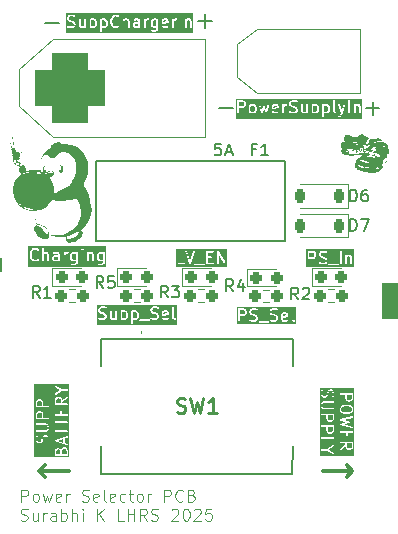
<source format=gbr>
%TF.GenerationSoftware,KiCad,Pcbnew,9.0.3*%
%TF.CreationDate,2025-10-25T00:12:06-05:00*%
%TF.ProjectId,PS-PowerSelectorPCB,50532d50-6f77-4657-9253-656c6563746f,rev?*%
%TF.SameCoordinates,Original*%
%TF.FileFunction,Legend,Top*%
%TF.FilePolarity,Positive*%
%FSLAX46Y46*%
G04 Gerber Fmt 4.6, Leading zero omitted, Abs format (unit mm)*
G04 Created by KiCad (PCBNEW 9.0.3) date 2025-10-25 00:12:06*
%MOMM*%
%LPD*%
G01*
G04 APERTURE LIST*
G04 Aperture macros list*
%AMRoundRect*
0 Rectangle with rounded corners*
0 $1 Rounding radius*
0 $2 $3 $4 $5 $6 $7 $8 $9 X,Y pos of 4 corners*
0 Add a 4 corners polygon primitive as box body*
4,1,4,$2,$3,$4,$5,$6,$7,$8,$9,$2,$3,0*
0 Add four circle primitives for the rounded corners*
1,1,$1+$1,$2,$3*
1,1,$1+$1,$4,$5*
1,1,$1+$1,$6,$7*
1,1,$1+$1,$8,$9*
0 Add four rect primitives between the rounded corners*
20,1,$1+$1,$2,$3,$4,$5,0*
20,1,$1+$1,$4,$5,$6,$7,0*
20,1,$1+$1,$6,$7,$8,$9,0*
20,1,$1+$1,$8,$9,$2,$3,0*%
%AMFreePoly0*
4,1,22,0.945671,0.830970,1.026777,0.776777,1.080970,0.695671,1.100000,0.600000,1.100000,-0.600000,1.080970,-0.695671,1.026777,-0.776777,0.945671,-0.830970,0.850000,-0.850000,-0.850000,-0.850000,-0.945671,-0.830970,-1.026777,-0.776777,-1.080970,-0.695671,-1.100000,-0.600000,-1.100000,0.200000,-1.080970,0.295671,-1.026777,0.376777,-0.626777,0.776777,-0.545671,0.830970,-0.450000,0.850000,
0.850000,0.850000,0.945671,0.830970,0.945671,0.830970,$1*%
G04 Aperture macros list end*
%ADD10C,0.300000*%
%ADD11C,0.100000*%
%ADD12C,0.125000*%
%ADD13C,0.150000*%
%ADD14C,0.254000*%
%ADD15C,0.120000*%
%ADD16C,0.000000*%
%ADD17C,0.127000*%
%ADD18C,0.200000*%
%ADD19RoundRect,0.237500X-0.250000X-0.237500X0.250000X-0.237500X0.250000X0.237500X-0.250000X0.237500X0*%
%ADD20C,3.200000*%
%ADD21RoundRect,0.237500X-0.287500X-0.237500X0.287500X-0.237500X0.287500X0.237500X-0.287500X0.237500X0*%
%ADD22RoundRect,1.500000X-1.500000X-1.500000X1.500000X-1.500000X1.500000X1.500000X-1.500000X1.500000X0*%
%ADD23C,6.000000*%
%ADD24R,3.000000X3.000000*%
%ADD25C,3.000000*%
%ADD26RoundRect,0.225000X0.225000X0.375000X-0.225000X0.375000X-0.225000X-0.375000X0.225000X-0.375000X0*%
%ADD27C,2.604000*%
%ADD28C,2.775000*%
%ADD29R,2.775000X2.775000*%
%ADD30C,1.300000*%
%ADD31RoundRect,0.250000X0.850000X0.600000X-0.850000X0.600000X-0.850000X-0.600000X0.850000X-0.600000X0*%
%ADD32O,2.200000X1.700000*%
%ADD33RoundRect,1.500000X-1.500000X1.500000X-1.500000X-1.500000X1.500000X-1.500000X1.500000X1.500000X0*%
%ADD34FreePoly0,180.000000*%
G04 APERTURE END LIST*
D10*
X109050000Y-122500000D02*
X108600000Y-121975000D01*
X106575000Y-122500000D02*
X109050000Y-122500000D01*
X82550000Y-122500000D02*
X83000000Y-121975000D01*
X109050000Y-122500000D02*
X108600000Y-123025000D01*
D11*
X83000000Y-123025000D02*
X82550000Y-122500000D01*
D10*
X82550000Y-122500000D02*
X83000000Y-123025000D01*
X85025000Y-122500000D02*
X82550000Y-122500000D01*
D12*
X81020331Y-125061175D02*
X81020331Y-124061175D01*
X81020331Y-124061175D02*
X81401283Y-124061175D01*
X81401283Y-124061175D02*
X81496521Y-124108794D01*
X81496521Y-124108794D02*
X81544140Y-124156413D01*
X81544140Y-124156413D02*
X81591759Y-124251651D01*
X81591759Y-124251651D02*
X81591759Y-124394508D01*
X81591759Y-124394508D02*
X81544140Y-124489746D01*
X81544140Y-124489746D02*
X81496521Y-124537365D01*
X81496521Y-124537365D02*
X81401283Y-124584984D01*
X81401283Y-124584984D02*
X81020331Y-124584984D01*
X82163188Y-125061175D02*
X82067950Y-125013556D01*
X82067950Y-125013556D02*
X82020331Y-124965936D01*
X82020331Y-124965936D02*
X81972712Y-124870698D01*
X81972712Y-124870698D02*
X81972712Y-124584984D01*
X81972712Y-124584984D02*
X82020331Y-124489746D01*
X82020331Y-124489746D02*
X82067950Y-124442127D01*
X82067950Y-124442127D02*
X82163188Y-124394508D01*
X82163188Y-124394508D02*
X82306045Y-124394508D01*
X82306045Y-124394508D02*
X82401283Y-124442127D01*
X82401283Y-124442127D02*
X82448902Y-124489746D01*
X82448902Y-124489746D02*
X82496521Y-124584984D01*
X82496521Y-124584984D02*
X82496521Y-124870698D01*
X82496521Y-124870698D02*
X82448902Y-124965936D01*
X82448902Y-124965936D02*
X82401283Y-125013556D01*
X82401283Y-125013556D02*
X82306045Y-125061175D01*
X82306045Y-125061175D02*
X82163188Y-125061175D01*
X82829855Y-124394508D02*
X83020331Y-125061175D01*
X83020331Y-125061175D02*
X83210807Y-124584984D01*
X83210807Y-124584984D02*
X83401283Y-125061175D01*
X83401283Y-125061175D02*
X83591759Y-124394508D01*
X84353664Y-125013556D02*
X84258426Y-125061175D01*
X84258426Y-125061175D02*
X84067950Y-125061175D01*
X84067950Y-125061175D02*
X83972712Y-125013556D01*
X83972712Y-125013556D02*
X83925093Y-124918317D01*
X83925093Y-124918317D02*
X83925093Y-124537365D01*
X83925093Y-124537365D02*
X83972712Y-124442127D01*
X83972712Y-124442127D02*
X84067950Y-124394508D01*
X84067950Y-124394508D02*
X84258426Y-124394508D01*
X84258426Y-124394508D02*
X84353664Y-124442127D01*
X84353664Y-124442127D02*
X84401283Y-124537365D01*
X84401283Y-124537365D02*
X84401283Y-124632603D01*
X84401283Y-124632603D02*
X83925093Y-124727841D01*
X84829855Y-125061175D02*
X84829855Y-124394508D01*
X84829855Y-124584984D02*
X84877474Y-124489746D01*
X84877474Y-124489746D02*
X84925093Y-124442127D01*
X84925093Y-124442127D02*
X85020331Y-124394508D01*
X85020331Y-124394508D02*
X85115569Y-124394508D01*
X86163189Y-125013556D02*
X86306046Y-125061175D01*
X86306046Y-125061175D02*
X86544141Y-125061175D01*
X86544141Y-125061175D02*
X86639379Y-125013556D01*
X86639379Y-125013556D02*
X86686998Y-124965936D01*
X86686998Y-124965936D02*
X86734617Y-124870698D01*
X86734617Y-124870698D02*
X86734617Y-124775460D01*
X86734617Y-124775460D02*
X86686998Y-124680222D01*
X86686998Y-124680222D02*
X86639379Y-124632603D01*
X86639379Y-124632603D02*
X86544141Y-124584984D01*
X86544141Y-124584984D02*
X86353665Y-124537365D01*
X86353665Y-124537365D02*
X86258427Y-124489746D01*
X86258427Y-124489746D02*
X86210808Y-124442127D01*
X86210808Y-124442127D02*
X86163189Y-124346889D01*
X86163189Y-124346889D02*
X86163189Y-124251651D01*
X86163189Y-124251651D02*
X86210808Y-124156413D01*
X86210808Y-124156413D02*
X86258427Y-124108794D01*
X86258427Y-124108794D02*
X86353665Y-124061175D01*
X86353665Y-124061175D02*
X86591760Y-124061175D01*
X86591760Y-124061175D02*
X86734617Y-124108794D01*
X87544141Y-125013556D02*
X87448903Y-125061175D01*
X87448903Y-125061175D02*
X87258427Y-125061175D01*
X87258427Y-125061175D02*
X87163189Y-125013556D01*
X87163189Y-125013556D02*
X87115570Y-124918317D01*
X87115570Y-124918317D02*
X87115570Y-124537365D01*
X87115570Y-124537365D02*
X87163189Y-124442127D01*
X87163189Y-124442127D02*
X87258427Y-124394508D01*
X87258427Y-124394508D02*
X87448903Y-124394508D01*
X87448903Y-124394508D02*
X87544141Y-124442127D01*
X87544141Y-124442127D02*
X87591760Y-124537365D01*
X87591760Y-124537365D02*
X87591760Y-124632603D01*
X87591760Y-124632603D02*
X87115570Y-124727841D01*
X88163189Y-125061175D02*
X88067951Y-125013556D01*
X88067951Y-125013556D02*
X88020332Y-124918317D01*
X88020332Y-124918317D02*
X88020332Y-124061175D01*
X88925094Y-125013556D02*
X88829856Y-125061175D01*
X88829856Y-125061175D02*
X88639380Y-125061175D01*
X88639380Y-125061175D02*
X88544142Y-125013556D01*
X88544142Y-125013556D02*
X88496523Y-124918317D01*
X88496523Y-124918317D02*
X88496523Y-124537365D01*
X88496523Y-124537365D02*
X88544142Y-124442127D01*
X88544142Y-124442127D02*
X88639380Y-124394508D01*
X88639380Y-124394508D02*
X88829856Y-124394508D01*
X88829856Y-124394508D02*
X88925094Y-124442127D01*
X88925094Y-124442127D02*
X88972713Y-124537365D01*
X88972713Y-124537365D02*
X88972713Y-124632603D01*
X88972713Y-124632603D02*
X88496523Y-124727841D01*
X89829856Y-125013556D02*
X89734618Y-125061175D01*
X89734618Y-125061175D02*
X89544142Y-125061175D01*
X89544142Y-125061175D02*
X89448904Y-125013556D01*
X89448904Y-125013556D02*
X89401285Y-124965936D01*
X89401285Y-124965936D02*
X89353666Y-124870698D01*
X89353666Y-124870698D02*
X89353666Y-124584984D01*
X89353666Y-124584984D02*
X89401285Y-124489746D01*
X89401285Y-124489746D02*
X89448904Y-124442127D01*
X89448904Y-124442127D02*
X89544142Y-124394508D01*
X89544142Y-124394508D02*
X89734618Y-124394508D01*
X89734618Y-124394508D02*
X89829856Y-124442127D01*
X90115571Y-124394508D02*
X90496523Y-124394508D01*
X90258428Y-124061175D02*
X90258428Y-124918317D01*
X90258428Y-124918317D02*
X90306047Y-125013556D01*
X90306047Y-125013556D02*
X90401285Y-125061175D01*
X90401285Y-125061175D02*
X90496523Y-125061175D01*
X90972714Y-125061175D02*
X90877476Y-125013556D01*
X90877476Y-125013556D02*
X90829857Y-124965936D01*
X90829857Y-124965936D02*
X90782238Y-124870698D01*
X90782238Y-124870698D02*
X90782238Y-124584984D01*
X90782238Y-124584984D02*
X90829857Y-124489746D01*
X90829857Y-124489746D02*
X90877476Y-124442127D01*
X90877476Y-124442127D02*
X90972714Y-124394508D01*
X90972714Y-124394508D02*
X91115571Y-124394508D01*
X91115571Y-124394508D02*
X91210809Y-124442127D01*
X91210809Y-124442127D02*
X91258428Y-124489746D01*
X91258428Y-124489746D02*
X91306047Y-124584984D01*
X91306047Y-124584984D02*
X91306047Y-124870698D01*
X91306047Y-124870698D02*
X91258428Y-124965936D01*
X91258428Y-124965936D02*
X91210809Y-125013556D01*
X91210809Y-125013556D02*
X91115571Y-125061175D01*
X91115571Y-125061175D02*
X90972714Y-125061175D01*
X91734619Y-125061175D02*
X91734619Y-124394508D01*
X91734619Y-124584984D02*
X91782238Y-124489746D01*
X91782238Y-124489746D02*
X91829857Y-124442127D01*
X91829857Y-124442127D02*
X91925095Y-124394508D01*
X91925095Y-124394508D02*
X92020333Y-124394508D01*
X93115572Y-125061175D02*
X93115572Y-124061175D01*
X93115572Y-124061175D02*
X93496524Y-124061175D01*
X93496524Y-124061175D02*
X93591762Y-124108794D01*
X93591762Y-124108794D02*
X93639381Y-124156413D01*
X93639381Y-124156413D02*
X93687000Y-124251651D01*
X93687000Y-124251651D02*
X93687000Y-124394508D01*
X93687000Y-124394508D02*
X93639381Y-124489746D01*
X93639381Y-124489746D02*
X93591762Y-124537365D01*
X93591762Y-124537365D02*
X93496524Y-124584984D01*
X93496524Y-124584984D02*
X93115572Y-124584984D01*
X94687000Y-124965936D02*
X94639381Y-125013556D01*
X94639381Y-125013556D02*
X94496524Y-125061175D01*
X94496524Y-125061175D02*
X94401286Y-125061175D01*
X94401286Y-125061175D02*
X94258429Y-125013556D01*
X94258429Y-125013556D02*
X94163191Y-124918317D01*
X94163191Y-124918317D02*
X94115572Y-124823079D01*
X94115572Y-124823079D02*
X94067953Y-124632603D01*
X94067953Y-124632603D02*
X94067953Y-124489746D01*
X94067953Y-124489746D02*
X94115572Y-124299270D01*
X94115572Y-124299270D02*
X94163191Y-124204032D01*
X94163191Y-124204032D02*
X94258429Y-124108794D01*
X94258429Y-124108794D02*
X94401286Y-124061175D01*
X94401286Y-124061175D02*
X94496524Y-124061175D01*
X94496524Y-124061175D02*
X94639381Y-124108794D01*
X94639381Y-124108794D02*
X94687000Y-124156413D01*
X95448905Y-124537365D02*
X95591762Y-124584984D01*
X95591762Y-124584984D02*
X95639381Y-124632603D01*
X95639381Y-124632603D02*
X95687000Y-124727841D01*
X95687000Y-124727841D02*
X95687000Y-124870698D01*
X95687000Y-124870698D02*
X95639381Y-124965936D01*
X95639381Y-124965936D02*
X95591762Y-125013556D01*
X95591762Y-125013556D02*
X95496524Y-125061175D01*
X95496524Y-125061175D02*
X95115572Y-125061175D01*
X95115572Y-125061175D02*
X95115572Y-124061175D01*
X95115572Y-124061175D02*
X95448905Y-124061175D01*
X95448905Y-124061175D02*
X95544143Y-124108794D01*
X95544143Y-124108794D02*
X95591762Y-124156413D01*
X95591762Y-124156413D02*
X95639381Y-124251651D01*
X95639381Y-124251651D02*
X95639381Y-124346889D01*
X95639381Y-124346889D02*
X95591762Y-124442127D01*
X95591762Y-124442127D02*
X95544143Y-124489746D01*
X95544143Y-124489746D02*
X95448905Y-124537365D01*
X95448905Y-124537365D02*
X95115572Y-124537365D01*
X80972712Y-126623500D02*
X81115569Y-126671119D01*
X81115569Y-126671119D02*
X81353664Y-126671119D01*
X81353664Y-126671119D02*
X81448902Y-126623500D01*
X81448902Y-126623500D02*
X81496521Y-126575880D01*
X81496521Y-126575880D02*
X81544140Y-126480642D01*
X81544140Y-126480642D02*
X81544140Y-126385404D01*
X81544140Y-126385404D02*
X81496521Y-126290166D01*
X81496521Y-126290166D02*
X81448902Y-126242547D01*
X81448902Y-126242547D02*
X81353664Y-126194928D01*
X81353664Y-126194928D02*
X81163188Y-126147309D01*
X81163188Y-126147309D02*
X81067950Y-126099690D01*
X81067950Y-126099690D02*
X81020331Y-126052071D01*
X81020331Y-126052071D02*
X80972712Y-125956833D01*
X80972712Y-125956833D02*
X80972712Y-125861595D01*
X80972712Y-125861595D02*
X81020331Y-125766357D01*
X81020331Y-125766357D02*
X81067950Y-125718738D01*
X81067950Y-125718738D02*
X81163188Y-125671119D01*
X81163188Y-125671119D02*
X81401283Y-125671119D01*
X81401283Y-125671119D02*
X81544140Y-125718738D01*
X82401283Y-126004452D02*
X82401283Y-126671119D01*
X81972712Y-126004452D02*
X81972712Y-126528261D01*
X81972712Y-126528261D02*
X82020331Y-126623500D01*
X82020331Y-126623500D02*
X82115569Y-126671119D01*
X82115569Y-126671119D02*
X82258426Y-126671119D01*
X82258426Y-126671119D02*
X82353664Y-126623500D01*
X82353664Y-126623500D02*
X82401283Y-126575880D01*
X82877474Y-126671119D02*
X82877474Y-126004452D01*
X82877474Y-126194928D02*
X82925093Y-126099690D01*
X82925093Y-126099690D02*
X82972712Y-126052071D01*
X82972712Y-126052071D02*
X83067950Y-126004452D01*
X83067950Y-126004452D02*
X83163188Y-126004452D01*
X83925093Y-126671119D02*
X83925093Y-126147309D01*
X83925093Y-126147309D02*
X83877474Y-126052071D01*
X83877474Y-126052071D02*
X83782236Y-126004452D01*
X83782236Y-126004452D02*
X83591760Y-126004452D01*
X83591760Y-126004452D02*
X83496522Y-126052071D01*
X83925093Y-126623500D02*
X83829855Y-126671119D01*
X83829855Y-126671119D02*
X83591760Y-126671119D01*
X83591760Y-126671119D02*
X83496522Y-126623500D01*
X83496522Y-126623500D02*
X83448903Y-126528261D01*
X83448903Y-126528261D02*
X83448903Y-126433023D01*
X83448903Y-126433023D02*
X83496522Y-126337785D01*
X83496522Y-126337785D02*
X83591760Y-126290166D01*
X83591760Y-126290166D02*
X83829855Y-126290166D01*
X83829855Y-126290166D02*
X83925093Y-126242547D01*
X84401284Y-126671119D02*
X84401284Y-125671119D01*
X84401284Y-126052071D02*
X84496522Y-126004452D01*
X84496522Y-126004452D02*
X84686998Y-126004452D01*
X84686998Y-126004452D02*
X84782236Y-126052071D01*
X84782236Y-126052071D02*
X84829855Y-126099690D01*
X84829855Y-126099690D02*
X84877474Y-126194928D01*
X84877474Y-126194928D02*
X84877474Y-126480642D01*
X84877474Y-126480642D02*
X84829855Y-126575880D01*
X84829855Y-126575880D02*
X84782236Y-126623500D01*
X84782236Y-126623500D02*
X84686998Y-126671119D01*
X84686998Y-126671119D02*
X84496522Y-126671119D01*
X84496522Y-126671119D02*
X84401284Y-126623500D01*
X85306046Y-126671119D02*
X85306046Y-125671119D01*
X85734617Y-126671119D02*
X85734617Y-126147309D01*
X85734617Y-126147309D02*
X85686998Y-126052071D01*
X85686998Y-126052071D02*
X85591760Y-126004452D01*
X85591760Y-126004452D02*
X85448903Y-126004452D01*
X85448903Y-126004452D02*
X85353665Y-126052071D01*
X85353665Y-126052071D02*
X85306046Y-126099690D01*
X86210808Y-126671119D02*
X86210808Y-126004452D01*
X86210808Y-125671119D02*
X86163189Y-125718738D01*
X86163189Y-125718738D02*
X86210808Y-125766357D01*
X86210808Y-125766357D02*
X86258427Y-125718738D01*
X86258427Y-125718738D02*
X86210808Y-125671119D01*
X86210808Y-125671119D02*
X86210808Y-125766357D01*
X87448903Y-126671119D02*
X87448903Y-125671119D01*
X88020331Y-126671119D02*
X87591760Y-126099690D01*
X88020331Y-125671119D02*
X87448903Y-126242547D01*
X89686998Y-126671119D02*
X89210808Y-126671119D01*
X89210808Y-126671119D02*
X89210808Y-125671119D01*
X90020332Y-126671119D02*
X90020332Y-125671119D01*
X90020332Y-126147309D02*
X90591760Y-126147309D01*
X90591760Y-126671119D02*
X90591760Y-125671119D01*
X91639379Y-126671119D02*
X91306046Y-126194928D01*
X91067951Y-126671119D02*
X91067951Y-125671119D01*
X91067951Y-125671119D02*
X91448903Y-125671119D01*
X91448903Y-125671119D02*
X91544141Y-125718738D01*
X91544141Y-125718738D02*
X91591760Y-125766357D01*
X91591760Y-125766357D02*
X91639379Y-125861595D01*
X91639379Y-125861595D02*
X91639379Y-126004452D01*
X91639379Y-126004452D02*
X91591760Y-126099690D01*
X91591760Y-126099690D02*
X91544141Y-126147309D01*
X91544141Y-126147309D02*
X91448903Y-126194928D01*
X91448903Y-126194928D02*
X91067951Y-126194928D01*
X92020332Y-126623500D02*
X92163189Y-126671119D01*
X92163189Y-126671119D02*
X92401284Y-126671119D01*
X92401284Y-126671119D02*
X92496522Y-126623500D01*
X92496522Y-126623500D02*
X92544141Y-126575880D01*
X92544141Y-126575880D02*
X92591760Y-126480642D01*
X92591760Y-126480642D02*
X92591760Y-126385404D01*
X92591760Y-126385404D02*
X92544141Y-126290166D01*
X92544141Y-126290166D02*
X92496522Y-126242547D01*
X92496522Y-126242547D02*
X92401284Y-126194928D01*
X92401284Y-126194928D02*
X92210808Y-126147309D01*
X92210808Y-126147309D02*
X92115570Y-126099690D01*
X92115570Y-126099690D02*
X92067951Y-126052071D01*
X92067951Y-126052071D02*
X92020332Y-125956833D01*
X92020332Y-125956833D02*
X92020332Y-125861595D01*
X92020332Y-125861595D02*
X92067951Y-125766357D01*
X92067951Y-125766357D02*
X92115570Y-125718738D01*
X92115570Y-125718738D02*
X92210808Y-125671119D01*
X92210808Y-125671119D02*
X92448903Y-125671119D01*
X92448903Y-125671119D02*
X92591760Y-125718738D01*
X93734618Y-125766357D02*
X93782237Y-125718738D01*
X93782237Y-125718738D02*
X93877475Y-125671119D01*
X93877475Y-125671119D02*
X94115570Y-125671119D01*
X94115570Y-125671119D02*
X94210808Y-125718738D01*
X94210808Y-125718738D02*
X94258427Y-125766357D01*
X94258427Y-125766357D02*
X94306046Y-125861595D01*
X94306046Y-125861595D02*
X94306046Y-125956833D01*
X94306046Y-125956833D02*
X94258427Y-126099690D01*
X94258427Y-126099690D02*
X93686999Y-126671119D01*
X93686999Y-126671119D02*
X94306046Y-126671119D01*
X94925094Y-125671119D02*
X95020332Y-125671119D01*
X95020332Y-125671119D02*
X95115570Y-125718738D01*
X95115570Y-125718738D02*
X95163189Y-125766357D01*
X95163189Y-125766357D02*
X95210808Y-125861595D01*
X95210808Y-125861595D02*
X95258427Y-126052071D01*
X95258427Y-126052071D02*
X95258427Y-126290166D01*
X95258427Y-126290166D02*
X95210808Y-126480642D01*
X95210808Y-126480642D02*
X95163189Y-126575880D01*
X95163189Y-126575880D02*
X95115570Y-126623500D01*
X95115570Y-126623500D02*
X95020332Y-126671119D01*
X95020332Y-126671119D02*
X94925094Y-126671119D01*
X94925094Y-126671119D02*
X94829856Y-126623500D01*
X94829856Y-126623500D02*
X94782237Y-126575880D01*
X94782237Y-126575880D02*
X94734618Y-126480642D01*
X94734618Y-126480642D02*
X94686999Y-126290166D01*
X94686999Y-126290166D02*
X94686999Y-126052071D01*
X94686999Y-126052071D02*
X94734618Y-125861595D01*
X94734618Y-125861595D02*
X94782237Y-125766357D01*
X94782237Y-125766357D02*
X94829856Y-125718738D01*
X94829856Y-125718738D02*
X94925094Y-125671119D01*
X95639380Y-125766357D02*
X95686999Y-125718738D01*
X95686999Y-125718738D02*
X95782237Y-125671119D01*
X95782237Y-125671119D02*
X96020332Y-125671119D01*
X96020332Y-125671119D02*
X96115570Y-125718738D01*
X96115570Y-125718738D02*
X96163189Y-125766357D01*
X96163189Y-125766357D02*
X96210808Y-125861595D01*
X96210808Y-125861595D02*
X96210808Y-125956833D01*
X96210808Y-125956833D02*
X96163189Y-126099690D01*
X96163189Y-126099690D02*
X95591761Y-126671119D01*
X95591761Y-126671119D02*
X96210808Y-126671119D01*
X97115570Y-125671119D02*
X96639380Y-125671119D01*
X96639380Y-125671119D02*
X96591761Y-126147309D01*
X96591761Y-126147309D02*
X96639380Y-126099690D01*
X96639380Y-126099690D02*
X96734618Y-126052071D01*
X96734618Y-126052071D02*
X96972713Y-126052071D01*
X96972713Y-126052071D02*
X97067951Y-126099690D01*
X97067951Y-126099690D02*
X97115570Y-126147309D01*
X97115570Y-126147309D02*
X97163189Y-126242547D01*
X97163189Y-126242547D02*
X97163189Y-126480642D01*
X97163189Y-126480642D02*
X97115570Y-126575880D01*
X97115570Y-126575880D02*
X97067951Y-126623500D01*
X97067951Y-126623500D02*
X96972713Y-126671119D01*
X96972713Y-126671119D02*
X96734618Y-126671119D01*
X96734618Y-126671119D02*
X96639380Y-126623500D01*
X96639380Y-126623500D02*
X96591761Y-126575880D01*
G36*
X84255022Y-120683510D02*
G01*
X84288295Y-120716783D01*
X84324781Y-120789755D01*
X84324781Y-121045833D01*
X83973591Y-121045833D01*
X83973591Y-120789755D01*
X84010077Y-120716783D01*
X84043350Y-120683510D01*
X84116322Y-120647024D01*
X84182050Y-120647024D01*
X84255022Y-120683510D01*
G37*
G36*
X84778829Y-120635890D02*
G01*
X84812106Y-120669166D01*
X84848591Y-120742136D01*
X84848591Y-121045833D01*
X84449781Y-121045833D01*
X84449781Y-120785143D01*
X84489527Y-120665903D01*
X84519540Y-120635891D01*
X84592512Y-120599405D01*
X84705859Y-120599405D01*
X84778829Y-120635890D01*
G37*
G36*
X84562876Y-120069237D02*
G01*
X84108734Y-119917857D01*
X84562876Y-119766476D01*
X84562876Y-120069237D01*
G37*
G36*
X82692697Y-117564462D02*
G01*
X82725970Y-117597735D01*
X82762456Y-117670707D01*
X82762456Y-117974404D01*
X82363647Y-117974404D01*
X82363647Y-117670707D01*
X82400133Y-117597735D01*
X82433406Y-117564462D01*
X82506378Y-117527976D01*
X82619725Y-117527976D01*
X82692697Y-117564462D01*
G37*
G36*
X82692697Y-116564462D02*
G01*
X82725970Y-116597735D01*
X82762456Y-116670707D01*
X82762456Y-116974404D01*
X82363647Y-116974404D01*
X82363647Y-116670707D01*
X82400133Y-116597735D01*
X82433406Y-116564462D01*
X82506378Y-116527976D01*
X82619725Y-116527976D01*
X82692697Y-116564462D01*
G37*
G36*
X84302641Y-116350176D02*
G01*
X84335914Y-116383449D01*
X84372400Y-116456421D01*
X84372400Y-116760118D01*
X83973591Y-116760118D01*
X83973591Y-116456421D01*
X84010077Y-116383449D01*
X84043350Y-116350176D01*
X84116322Y-116313690D01*
X84229669Y-116313690D01*
X84302641Y-116350176D01*
G37*
G36*
X85084702Y-121281944D02*
G01*
X82127536Y-121281944D01*
X82127536Y-120775000D01*
X83848591Y-120775000D01*
X83848591Y-121108333D01*
X83853349Y-121132251D01*
X83887173Y-121166075D01*
X83911091Y-121170833D01*
X84911091Y-121170833D01*
X84935009Y-121166075D01*
X84968833Y-121132251D01*
X84973591Y-121108333D01*
X84973591Y-120727381D01*
X84972980Y-120724309D01*
X84973433Y-120722951D01*
X84970787Y-120713290D01*
X84968833Y-120703463D01*
X84967819Y-120702449D01*
X84966993Y-120699430D01*
X84919374Y-120604192D01*
X84913230Y-120596276D01*
X84907666Y-120587948D01*
X84860046Y-120540329D01*
X84851714Y-120534762D01*
X84843803Y-120528622D01*
X84748565Y-120481003D01*
X84745545Y-120480176D01*
X84744532Y-120479163D01*
X84734704Y-120477208D01*
X84725044Y-120474563D01*
X84723685Y-120475015D01*
X84720614Y-120474405D01*
X84577757Y-120474405D01*
X84574685Y-120475015D01*
X84573327Y-120474563D01*
X84563666Y-120477208D01*
X84553839Y-120479163D01*
X84552825Y-120480176D01*
X84549806Y-120481003D01*
X84454568Y-120528622D01*
X84446646Y-120534769D01*
X84438325Y-120540330D01*
X84390706Y-120587949D01*
X84388966Y-120590552D01*
X84387685Y-120591193D01*
X84382722Y-120599897D01*
X84377158Y-120608226D01*
X84377158Y-120609658D01*
X84375607Y-120612379D01*
X84371872Y-120623584D01*
X84336237Y-120587949D01*
X84327915Y-120582388D01*
X84319994Y-120576241D01*
X84224756Y-120528622D01*
X84221736Y-120527795D01*
X84220723Y-120526782D01*
X84210895Y-120524827D01*
X84201235Y-120522182D01*
X84199876Y-120522634D01*
X84196805Y-120522024D01*
X84101567Y-120522024D01*
X84098495Y-120522634D01*
X84097137Y-120522182D01*
X84087476Y-120524827D01*
X84077649Y-120526782D01*
X84076635Y-120527795D01*
X84073616Y-120528622D01*
X83978378Y-120576241D01*
X83970456Y-120582388D01*
X83962135Y-120587949D01*
X83914516Y-120635568D01*
X83908955Y-120643889D01*
X83902808Y-120651811D01*
X83855189Y-120747049D01*
X83854362Y-120750068D01*
X83853349Y-120751082D01*
X83851394Y-120760909D01*
X83848749Y-120770570D01*
X83849201Y-120771928D01*
X83848591Y-120775000D01*
X82127536Y-120775000D01*
X82127536Y-119655952D01*
X82238647Y-119655952D01*
X82238647Y-119894047D01*
X82239257Y-119897118D01*
X82238805Y-119898477D01*
X82241450Y-119908137D01*
X82243405Y-119917965D01*
X82244418Y-119918978D01*
X82245245Y-119921998D01*
X82292864Y-120017236D01*
X82299011Y-120025157D01*
X82304572Y-120033479D01*
X82352191Y-120081098D01*
X82360512Y-120086658D01*
X82368434Y-120092806D01*
X82463672Y-120140425D01*
X82466691Y-120141251D01*
X82467705Y-120142265D01*
X82477532Y-120144219D01*
X82487193Y-120146865D01*
X82488551Y-120146412D01*
X82491623Y-120147023D01*
X82586861Y-120147023D01*
X82589932Y-120146412D01*
X82591291Y-120146865D01*
X82600951Y-120144219D01*
X82610779Y-120142265D01*
X82611792Y-120141251D01*
X82614812Y-120140425D01*
X82710050Y-120092806D01*
X82717971Y-120086658D01*
X82726293Y-120081098D01*
X82773912Y-120033479D01*
X82779472Y-120025157D01*
X82785620Y-120017236D01*
X82833239Y-119921998D01*
X82835047Y-119915393D01*
X82837971Y-119909205D01*
X82883925Y-119725386D01*
X82923942Y-119645354D01*
X82957215Y-119612081D01*
X83030187Y-119575595D01*
X83095915Y-119575595D01*
X83168885Y-119612080D01*
X83202162Y-119645356D01*
X83238647Y-119718326D01*
X83238647Y-119931523D01*
X83194235Y-120064759D01*
X83191186Y-120088954D01*
X83212578Y-120131738D01*
X83257959Y-120146865D01*
X83300743Y-120125473D01*
X83312821Y-120104287D01*
X83360440Y-119961431D01*
X83361692Y-119951490D01*
X83363647Y-119941666D01*
X83363647Y-119913426D01*
X83848749Y-119913426D01*
X83850226Y-119917857D01*
X83848749Y-119922288D01*
X83857611Y-119940012D01*
X83863876Y-119958807D01*
X83868052Y-119960895D01*
X83870141Y-119965072D01*
X83891327Y-119977150D01*
X84891326Y-120310483D01*
X84915522Y-120313532D01*
X84958306Y-120292140D01*
X84973433Y-120246759D01*
X84952041Y-120203975D01*
X84930855Y-120191897D01*
X84687876Y-120110904D01*
X84687876Y-119724809D01*
X84930855Y-119643817D01*
X84952041Y-119631739D01*
X84973433Y-119588955D01*
X84958306Y-119543574D01*
X84915522Y-119522182D01*
X84891326Y-119525231D01*
X83891327Y-119858564D01*
X83870141Y-119870642D01*
X83868052Y-119874818D01*
X83863876Y-119876907D01*
X83857611Y-119895702D01*
X83848749Y-119913426D01*
X83363647Y-119913426D01*
X83363647Y-119703571D01*
X83363036Y-119700499D01*
X83363489Y-119699141D01*
X83360843Y-119689480D01*
X83358889Y-119679653D01*
X83357875Y-119678639D01*
X83357049Y-119675620D01*
X83309430Y-119580382D01*
X83303286Y-119572466D01*
X83297722Y-119564138D01*
X83250102Y-119516519D01*
X83241770Y-119510952D01*
X83233859Y-119504812D01*
X83138621Y-119457193D01*
X83135601Y-119456366D01*
X83134588Y-119455353D01*
X83124760Y-119453398D01*
X83115100Y-119450753D01*
X83113741Y-119451205D01*
X83110670Y-119450595D01*
X83015432Y-119450595D01*
X83012360Y-119451205D01*
X83011002Y-119450753D01*
X83001341Y-119453398D01*
X82991514Y-119455353D01*
X82990500Y-119456366D01*
X82987481Y-119457193D01*
X82892243Y-119504812D01*
X82884321Y-119510959D01*
X82876000Y-119516520D01*
X82828381Y-119564139D01*
X82822820Y-119572460D01*
X82816673Y-119580382D01*
X82769054Y-119675620D01*
X82767245Y-119682224D01*
X82764322Y-119688413D01*
X82718367Y-119872231D01*
X82678351Y-119952264D01*
X82645078Y-119985537D01*
X82572106Y-120022023D01*
X82506378Y-120022023D01*
X82433406Y-119985537D01*
X82400133Y-119952264D01*
X82363647Y-119879292D01*
X82363647Y-119666095D01*
X82408059Y-119532860D01*
X82411108Y-119508664D01*
X82389716Y-119465880D01*
X82344335Y-119450753D01*
X82301551Y-119472145D01*
X82289473Y-119493331D01*
X82241854Y-119636188D01*
X82240601Y-119646126D01*
X82238647Y-119655952D01*
X82127536Y-119655952D01*
X82127536Y-118489177D01*
X82243405Y-118489177D01*
X82243405Y-118537013D01*
X82277229Y-118570837D01*
X82301147Y-118575595D01*
X83095915Y-118575595D01*
X83168885Y-118612080D01*
X83202162Y-118645356D01*
X83238647Y-118718326D01*
X83238647Y-118879292D01*
X83202162Y-118952261D01*
X83168885Y-118985537D01*
X83095915Y-119022023D01*
X82301147Y-119022023D01*
X82277229Y-119026781D01*
X82243405Y-119060605D01*
X82243405Y-119108441D01*
X82277229Y-119142265D01*
X82301147Y-119147023D01*
X83110670Y-119147023D01*
X83113741Y-119146412D01*
X83115100Y-119146865D01*
X83124760Y-119144219D01*
X83134588Y-119142265D01*
X83135601Y-119141251D01*
X83138621Y-119140425D01*
X83233859Y-119092806D01*
X83241770Y-119086665D01*
X83250102Y-119081099D01*
X83297722Y-119033480D01*
X83303286Y-119025151D01*
X83309430Y-119017236D01*
X83357049Y-118921998D01*
X83357875Y-118918978D01*
X83358889Y-118917965D01*
X83360843Y-118908137D01*
X83363489Y-118898477D01*
X83363036Y-118897118D01*
X83363647Y-118894047D01*
X83363647Y-118822619D01*
X83848591Y-118822619D01*
X83848591Y-119394047D01*
X83853349Y-119417965D01*
X83887173Y-119451789D01*
X83935009Y-119451789D01*
X83968833Y-119417965D01*
X83973591Y-119394047D01*
X83973591Y-119170833D01*
X84911091Y-119170833D01*
X84935009Y-119166075D01*
X84968833Y-119132251D01*
X84968833Y-119084415D01*
X84935009Y-119050591D01*
X84911091Y-119045833D01*
X83973591Y-119045833D01*
X83973591Y-118822619D01*
X83968833Y-118798701D01*
X83935009Y-118764877D01*
X83887173Y-118764877D01*
X83853349Y-118798701D01*
X83848591Y-118822619D01*
X83363647Y-118822619D01*
X83363647Y-118703571D01*
X83363036Y-118700499D01*
X83363489Y-118699141D01*
X83360843Y-118689480D01*
X83358889Y-118679653D01*
X83357875Y-118678639D01*
X83357049Y-118675620D01*
X83309430Y-118580382D01*
X83303286Y-118572466D01*
X83297722Y-118564138D01*
X83250102Y-118516519D01*
X83241770Y-118510952D01*
X83233859Y-118504812D01*
X83138621Y-118457193D01*
X83135601Y-118456366D01*
X83134588Y-118455353D01*
X83124760Y-118453398D01*
X83115100Y-118450753D01*
X83113741Y-118451205D01*
X83110670Y-118450595D01*
X82301147Y-118450595D01*
X82277229Y-118455353D01*
X82243405Y-118489177D01*
X82127536Y-118489177D01*
X82127536Y-117655952D01*
X82238647Y-117655952D01*
X82238647Y-118036904D01*
X82243405Y-118060822D01*
X82277229Y-118094646D01*
X82301147Y-118099404D01*
X83301147Y-118099404D01*
X83325065Y-118094646D01*
X83358889Y-118060822D01*
X83358889Y-118060714D01*
X83848591Y-118060714D01*
X83848591Y-118632142D01*
X83853349Y-118656060D01*
X83887173Y-118689884D01*
X83935009Y-118689884D01*
X83968833Y-118656060D01*
X83973591Y-118632142D01*
X83973591Y-118408928D01*
X84911091Y-118408928D01*
X84935009Y-118404170D01*
X84968833Y-118370346D01*
X84968833Y-118322510D01*
X84935009Y-118288686D01*
X84911091Y-118283928D01*
X83973591Y-118283928D01*
X83973591Y-118060714D01*
X83968833Y-118036796D01*
X83935009Y-118002972D01*
X83887173Y-118002972D01*
X83853349Y-118036796D01*
X83848591Y-118060714D01*
X83358889Y-118060714D01*
X83358889Y-118012986D01*
X83325065Y-117979162D01*
X83301147Y-117974404D01*
X82887456Y-117974404D01*
X82887456Y-117655952D01*
X82886845Y-117652880D01*
X82887298Y-117651522D01*
X82884652Y-117641861D01*
X82882698Y-117632034D01*
X82881684Y-117631020D01*
X82880858Y-117628001D01*
X82833239Y-117532763D01*
X82827091Y-117524841D01*
X82821531Y-117516520D01*
X82773912Y-117468901D01*
X82765590Y-117463340D01*
X82757669Y-117457193D01*
X82662431Y-117409574D01*
X82659411Y-117408747D01*
X82658398Y-117407734D01*
X82648570Y-117405779D01*
X82638910Y-117403134D01*
X82637551Y-117403586D01*
X82634480Y-117402976D01*
X82491623Y-117402976D01*
X82488551Y-117403586D01*
X82487193Y-117403134D01*
X82477532Y-117405779D01*
X82467705Y-117407734D01*
X82466691Y-117408747D01*
X82463672Y-117409574D01*
X82368434Y-117457193D01*
X82360512Y-117463340D01*
X82352191Y-117468901D01*
X82304572Y-117516520D01*
X82299011Y-117524841D01*
X82292864Y-117532763D01*
X82245245Y-117628001D01*
X82244418Y-117631020D01*
X82243405Y-117632034D01*
X82241450Y-117641861D01*
X82238805Y-117651522D01*
X82239257Y-117652880D01*
X82238647Y-117655952D01*
X82127536Y-117655952D01*
X82127536Y-117251190D01*
X83848591Y-117251190D01*
X83848591Y-117727380D01*
X83853349Y-117751298D01*
X83887173Y-117785122D01*
X83911091Y-117789880D01*
X84911091Y-117789880D01*
X84935009Y-117785122D01*
X84968833Y-117751298D01*
X84973591Y-117727380D01*
X84973591Y-117251190D01*
X84968833Y-117227272D01*
X84935009Y-117193448D01*
X84887173Y-117193448D01*
X84853349Y-117227272D01*
X84848591Y-117251190D01*
X84848591Y-117664880D01*
X84449781Y-117664880D01*
X84449781Y-117394047D01*
X84445023Y-117370129D01*
X84411199Y-117336305D01*
X84363363Y-117336305D01*
X84329539Y-117370129D01*
X84324781Y-117394047D01*
X84324781Y-117664880D01*
X83973591Y-117664880D01*
X83973591Y-117251190D01*
X83968833Y-117227272D01*
X83935009Y-117193448D01*
X83887173Y-117193448D01*
X83853349Y-117227272D01*
X83848591Y-117251190D01*
X82127536Y-117251190D01*
X82127536Y-116655952D01*
X82238647Y-116655952D01*
X82238647Y-117036904D01*
X82243405Y-117060822D01*
X82277229Y-117094646D01*
X82301147Y-117099404D01*
X83301147Y-117099404D01*
X83325065Y-117094646D01*
X83358889Y-117060822D01*
X83358889Y-117012986D01*
X83325065Y-116979162D01*
X83301147Y-116974404D01*
X82887456Y-116974404D01*
X82887456Y-116655952D01*
X82886845Y-116652880D01*
X82887298Y-116651522D01*
X82884652Y-116641861D01*
X82882698Y-116632034D01*
X82881684Y-116631020D01*
X82880858Y-116628001D01*
X82833239Y-116532763D01*
X82827091Y-116524841D01*
X82821531Y-116516520D01*
X82773912Y-116468901D01*
X82765590Y-116463340D01*
X82757669Y-116457193D01*
X82726615Y-116441666D01*
X83848591Y-116441666D01*
X83848591Y-116822618D01*
X83853349Y-116846536D01*
X83887173Y-116880360D01*
X83911091Y-116885118D01*
X84911091Y-116885118D01*
X84935009Y-116880360D01*
X84968833Y-116846536D01*
X84968833Y-116798700D01*
X84935009Y-116764876D01*
X84911091Y-116760118D01*
X84497400Y-116760118D01*
X84497400Y-116617063D01*
X84946933Y-116302392D01*
X84963798Y-116284778D01*
X84972111Y-116237671D01*
X84944679Y-116198483D01*
X84897573Y-116190170D01*
X84875250Y-116199988D01*
X84497400Y-116464482D01*
X84497400Y-116441666D01*
X84496789Y-116438594D01*
X84497242Y-116437236D01*
X84494596Y-116427575D01*
X84492642Y-116417748D01*
X84491628Y-116416734D01*
X84490802Y-116413715D01*
X84443183Y-116318477D01*
X84437035Y-116310555D01*
X84431475Y-116302234D01*
X84383856Y-116254615D01*
X84375534Y-116249054D01*
X84367613Y-116242907D01*
X84272375Y-116195288D01*
X84269355Y-116194461D01*
X84268342Y-116193448D01*
X84258514Y-116191493D01*
X84248854Y-116188848D01*
X84247495Y-116189300D01*
X84244424Y-116188690D01*
X84101567Y-116188690D01*
X84098495Y-116189300D01*
X84097137Y-116188848D01*
X84087476Y-116191493D01*
X84077649Y-116193448D01*
X84076635Y-116194461D01*
X84073616Y-116195288D01*
X83978378Y-116242907D01*
X83970456Y-116249054D01*
X83962135Y-116254615D01*
X83914516Y-116302234D01*
X83908955Y-116310555D01*
X83902808Y-116318477D01*
X83855189Y-116413715D01*
X83854362Y-116416734D01*
X83853349Y-116417748D01*
X83851394Y-116427575D01*
X83848749Y-116437236D01*
X83849201Y-116438594D01*
X83848591Y-116441666D01*
X82726615Y-116441666D01*
X82662431Y-116409574D01*
X82659411Y-116408747D01*
X82658398Y-116407734D01*
X82648570Y-116405779D01*
X82638910Y-116403134D01*
X82637551Y-116403586D01*
X82634480Y-116402976D01*
X82491623Y-116402976D01*
X82488551Y-116403586D01*
X82487193Y-116403134D01*
X82477532Y-116405779D01*
X82467705Y-116407734D01*
X82466691Y-116408747D01*
X82463672Y-116409574D01*
X82368434Y-116457193D01*
X82360512Y-116463340D01*
X82352191Y-116468901D01*
X82304572Y-116516520D01*
X82299011Y-116524841D01*
X82292864Y-116532763D01*
X82245245Y-116628001D01*
X82244418Y-116631020D01*
X82243405Y-116632034D01*
X82241450Y-116641861D01*
X82238805Y-116651522D01*
X82239257Y-116652880D01*
X82238647Y-116655952D01*
X82127536Y-116655952D01*
X82127536Y-115287987D01*
X83849535Y-115287987D01*
X83859912Y-115334683D01*
X83877536Y-115351538D01*
X84318485Y-115632142D01*
X83877536Y-115912746D01*
X83859912Y-115929601D01*
X83849535Y-115976297D01*
X83875217Y-116016654D01*
X83921913Y-116027031D01*
X83944646Y-116018204D01*
X84453101Y-115694642D01*
X84911091Y-115694642D01*
X84935009Y-115689884D01*
X84968833Y-115656060D01*
X84968833Y-115608224D01*
X84935009Y-115574400D01*
X84911091Y-115569642D01*
X84453101Y-115569642D01*
X83944646Y-115246080D01*
X83921913Y-115237253D01*
X83875217Y-115247630D01*
X83849535Y-115287987D01*
X82127536Y-115287987D01*
X82127536Y-115126142D01*
X85084702Y-115126142D01*
X85084702Y-121281944D01*
G37*
G36*
X108986352Y-120426911D02*
G01*
X108949866Y-120499883D01*
X108916593Y-120533156D01*
X108843621Y-120569642D01*
X108730274Y-120569642D01*
X108657302Y-120533156D01*
X108624029Y-120499883D01*
X108587543Y-120426911D01*
X108587543Y-120123214D01*
X108986352Y-120123214D01*
X108986352Y-120426911D01*
G37*
G36*
X107376408Y-119045959D02*
G01*
X107339922Y-119118931D01*
X107306649Y-119152204D01*
X107233677Y-119188690D01*
X107120330Y-119188690D01*
X107047358Y-119152204D01*
X107014085Y-119118931D01*
X106977599Y-119045959D01*
X106977599Y-118742262D01*
X107376408Y-118742262D01*
X107376408Y-119045959D01*
G37*
G36*
X107376408Y-118045959D02*
G01*
X107339922Y-118118931D01*
X107306649Y-118152204D01*
X107233677Y-118188690D01*
X107120330Y-118188690D01*
X107047358Y-118152204D01*
X107014085Y-118118931D01*
X106977599Y-118045959D01*
X106977599Y-117742262D01*
X107376408Y-117742262D01*
X107376408Y-118045959D01*
G37*
G36*
X108874042Y-117021911D02*
G01*
X108949866Y-117097735D01*
X108986352Y-117170707D01*
X108986352Y-117331673D01*
X108949866Y-117404645D01*
X108874042Y-117480468D01*
X108707825Y-117522023D01*
X108389880Y-117522023D01*
X108223662Y-117480468D01*
X108147838Y-117404644D01*
X108111352Y-117331674D01*
X108111352Y-117170705D01*
X108147838Y-117097735D01*
X108223662Y-117021911D01*
X108389880Y-116980357D01*
X108707825Y-116980357D01*
X108874042Y-117021911D01*
G37*
G36*
X108986352Y-116331673D02*
G01*
X108949866Y-116404645D01*
X108916593Y-116437918D01*
X108843621Y-116474404D01*
X108730274Y-116474404D01*
X108657302Y-116437918D01*
X108624029Y-116404645D01*
X108587543Y-116331673D01*
X108587543Y-116027976D01*
X108986352Y-116027976D01*
X108986352Y-116331673D01*
G37*
G36*
X109222463Y-121185762D02*
G01*
X106265297Y-121185762D01*
X106265297Y-120655844D01*
X106381166Y-120655844D01*
X106381166Y-120703680D01*
X106414990Y-120737504D01*
X106438908Y-120742262D01*
X106896898Y-120742262D01*
X107405353Y-121065824D01*
X107428087Y-121074651D01*
X107474782Y-121064274D01*
X107500464Y-121023917D01*
X107490087Y-120977221D01*
X107472463Y-120960366D01*
X107031513Y-120679762D01*
X107085102Y-120645660D01*
X107987832Y-120645660D01*
X108015264Y-120684849D01*
X108062370Y-120693162D01*
X108084693Y-120683344D01*
X108462543Y-120418850D01*
X108462543Y-120441666D01*
X108463153Y-120444737D01*
X108462701Y-120446096D01*
X108465346Y-120455756D01*
X108467301Y-120465584D01*
X108468314Y-120466597D01*
X108469141Y-120469617D01*
X108516760Y-120564855D01*
X108522907Y-120572776D01*
X108528468Y-120581098D01*
X108576087Y-120628717D01*
X108584408Y-120634277D01*
X108592330Y-120640425D01*
X108687568Y-120688044D01*
X108690587Y-120688870D01*
X108691601Y-120689884D01*
X108701428Y-120691838D01*
X108711089Y-120694484D01*
X108712447Y-120694031D01*
X108715519Y-120694642D01*
X108858376Y-120694642D01*
X108861447Y-120694031D01*
X108862806Y-120694484D01*
X108872466Y-120691838D01*
X108882294Y-120689884D01*
X108883307Y-120688870D01*
X108886327Y-120688044D01*
X108981565Y-120640425D01*
X108989486Y-120634277D01*
X108997808Y-120628717D01*
X109045427Y-120581098D01*
X109050987Y-120572776D01*
X109057135Y-120564855D01*
X109104754Y-120469617D01*
X109105580Y-120466597D01*
X109106594Y-120465584D01*
X109108548Y-120455756D01*
X109111194Y-120446096D01*
X109110741Y-120444737D01*
X109111352Y-120441666D01*
X109111352Y-120060714D01*
X109106594Y-120036796D01*
X109072770Y-120002972D01*
X109048852Y-119998214D01*
X108048852Y-119998214D01*
X108024934Y-120002972D01*
X107991110Y-120036796D01*
X107991110Y-120084632D01*
X108024934Y-120118456D01*
X108048852Y-120123214D01*
X108462543Y-120123214D01*
X108462543Y-120266268D01*
X108013011Y-120580940D01*
X107996145Y-120598554D01*
X107987832Y-120645660D01*
X107085102Y-120645660D01*
X107472463Y-120399158D01*
X107490087Y-120382303D01*
X107500464Y-120335607D01*
X107474782Y-120295250D01*
X107428087Y-120284873D01*
X107405353Y-120293700D01*
X106896898Y-120617262D01*
X106438908Y-120617262D01*
X106414990Y-120622020D01*
X106381166Y-120655844D01*
X106265297Y-120655844D01*
X106265297Y-119679762D01*
X106376408Y-119679762D01*
X106376408Y-120155952D01*
X106381166Y-120179870D01*
X106414990Y-120213694D01*
X106462826Y-120213694D01*
X106496650Y-120179870D01*
X106501408Y-120155952D01*
X106501408Y-119742262D01*
X107438908Y-119742262D01*
X107462826Y-119737504D01*
X107496650Y-119703680D01*
X107496650Y-119655844D01*
X107462826Y-119622020D01*
X107438908Y-119617262D01*
X106438908Y-119617262D01*
X106414990Y-119622020D01*
X106381166Y-119655844D01*
X106376408Y-119679762D01*
X106265297Y-119679762D01*
X106265297Y-118655844D01*
X106381166Y-118655844D01*
X106381166Y-118703680D01*
X106414990Y-118737504D01*
X106438908Y-118742262D01*
X106852599Y-118742262D01*
X106852599Y-119060714D01*
X106853209Y-119063785D01*
X106852757Y-119065144D01*
X106855402Y-119074804D01*
X106857357Y-119084632D01*
X106858370Y-119085645D01*
X106859197Y-119088665D01*
X106906816Y-119183903D01*
X106912963Y-119191824D01*
X106918524Y-119200146D01*
X106966143Y-119247765D01*
X106974464Y-119253325D01*
X106982386Y-119259473D01*
X107077624Y-119307092D01*
X107080643Y-119307918D01*
X107081657Y-119308932D01*
X107091484Y-119310886D01*
X107101145Y-119313532D01*
X107102503Y-119313079D01*
X107105575Y-119313690D01*
X107248432Y-119313690D01*
X107251503Y-119313079D01*
X107252862Y-119313532D01*
X107262522Y-119310886D01*
X107272350Y-119308932D01*
X107273363Y-119307918D01*
X107276383Y-119307092D01*
X107371621Y-119259473D01*
X107379542Y-119253325D01*
X107387864Y-119247765D01*
X107435483Y-119200146D01*
X107441043Y-119191824D01*
X107447191Y-119183903D01*
X107461167Y-119155952D01*
X107986352Y-119155952D01*
X107986352Y-119632142D01*
X107991110Y-119656060D01*
X108024934Y-119689884D01*
X108072770Y-119689884D01*
X108106594Y-119656060D01*
X108111352Y-119632142D01*
X108111352Y-119218452D01*
X108510162Y-119218452D01*
X108510162Y-119489285D01*
X108514920Y-119513203D01*
X108548744Y-119547027D01*
X108596580Y-119547027D01*
X108630404Y-119513203D01*
X108635162Y-119489285D01*
X108635162Y-119218452D01*
X108986352Y-119218452D01*
X108986352Y-119632142D01*
X108991110Y-119656060D01*
X109024934Y-119689884D01*
X109072770Y-119689884D01*
X109106594Y-119656060D01*
X109111352Y-119632142D01*
X109111352Y-119155952D01*
X109106594Y-119132034D01*
X109072770Y-119098210D01*
X109048852Y-119093452D01*
X108048852Y-119093452D01*
X108024934Y-119098210D01*
X107991110Y-119132034D01*
X107986352Y-119155952D01*
X107461167Y-119155952D01*
X107494810Y-119088665D01*
X107495636Y-119085645D01*
X107496650Y-119084632D01*
X107498604Y-119074804D01*
X107501250Y-119065144D01*
X107500797Y-119063785D01*
X107501408Y-119060714D01*
X107501408Y-118679762D01*
X107496650Y-118655844D01*
X107462826Y-118622020D01*
X107438908Y-118617262D01*
X106438908Y-118617262D01*
X106414990Y-118622020D01*
X106381166Y-118655844D01*
X106265297Y-118655844D01*
X106265297Y-117655844D01*
X106381166Y-117655844D01*
X106381166Y-117703680D01*
X106414990Y-117737504D01*
X106438908Y-117742262D01*
X106852599Y-117742262D01*
X106852599Y-118060714D01*
X106853209Y-118063785D01*
X106852757Y-118065144D01*
X106855402Y-118074804D01*
X106857357Y-118084632D01*
X106858370Y-118085645D01*
X106859197Y-118088665D01*
X106906816Y-118183903D01*
X106912963Y-118191824D01*
X106918524Y-118200146D01*
X106966143Y-118247765D01*
X106974464Y-118253325D01*
X106982386Y-118259473D01*
X107077624Y-118307092D01*
X107080643Y-118307918D01*
X107081657Y-118308932D01*
X107091484Y-118310886D01*
X107101145Y-118313532D01*
X107102503Y-118313079D01*
X107105575Y-118313690D01*
X107248432Y-118313690D01*
X107251503Y-118313079D01*
X107252862Y-118313532D01*
X107262522Y-118310886D01*
X107272350Y-118308932D01*
X107273363Y-118307918D01*
X107276383Y-118307092D01*
X107371621Y-118259473D01*
X107379542Y-118253325D01*
X107387864Y-118247765D01*
X107435483Y-118200146D01*
X107441043Y-118191824D01*
X107447191Y-118183903D01*
X107457051Y-118164184D01*
X107986897Y-118164184D01*
X107994640Y-118177558D01*
X107998220Y-118192594D01*
X108006180Y-118197493D01*
X108010864Y-118205582D01*
X108032748Y-118216342D01*
X108520571Y-118346428D01*
X108032748Y-118476514D01*
X108010864Y-118487274D01*
X108006180Y-118495362D01*
X107998220Y-118500262D01*
X107994640Y-118515297D01*
X107986897Y-118528672D01*
X107989305Y-118537703D01*
X107987140Y-118546797D01*
X107995240Y-118559959D01*
X107999222Y-118574892D01*
X108007310Y-118579575D01*
X108012210Y-118587536D01*
X108034376Y-118597704D01*
X109034376Y-118835800D01*
X109058745Y-118836712D01*
X109099484Y-118811642D01*
X109110564Y-118765107D01*
X109085494Y-118724368D01*
X109063328Y-118714200D01*
X108304281Y-118533474D01*
X108779242Y-118406818D01*
X108801127Y-118396057D01*
X108805395Y-118388684D01*
X108812768Y-118384416D01*
X108816953Y-118368719D01*
X108825093Y-118354660D01*
X108822897Y-118346428D01*
X108825093Y-118338196D01*
X108816953Y-118324136D01*
X108812768Y-118308440D01*
X108805395Y-118304171D01*
X108801127Y-118296799D01*
X108779242Y-118286038D01*
X108304281Y-118159382D01*
X109063328Y-117978657D01*
X109085494Y-117968489D01*
X109110564Y-117927750D01*
X109099484Y-117881215D01*
X109058745Y-117856145D01*
X109034376Y-117857057D01*
X108034376Y-118095152D01*
X108012210Y-118105320D01*
X108007310Y-118113280D01*
X107999222Y-118117964D01*
X107995240Y-118132896D01*
X107987140Y-118146059D01*
X107989305Y-118155152D01*
X107986897Y-118164184D01*
X107457051Y-118164184D01*
X107494810Y-118088665D01*
X107495636Y-118085645D01*
X107496650Y-118084632D01*
X107498604Y-118074804D01*
X107501250Y-118065144D01*
X107500797Y-118063785D01*
X107501408Y-118060714D01*
X107501408Y-117679762D01*
X107496650Y-117655844D01*
X107462826Y-117622020D01*
X107438908Y-117617262D01*
X106438908Y-117617262D01*
X106414990Y-117622020D01*
X106381166Y-117655844D01*
X106265297Y-117655844D01*
X106265297Y-116822619D01*
X106376408Y-116822619D01*
X106376408Y-117013095D01*
X106377019Y-117016166D01*
X106376566Y-117017526D01*
X106379210Y-117027182D01*
X106381166Y-117037013D01*
X106382180Y-117038027D01*
X106383007Y-117041046D01*
X106430627Y-117136285D01*
X106436770Y-117144200D01*
X106442334Y-117152527D01*
X106489953Y-117200146D01*
X106498274Y-117205706D01*
X106506196Y-117211854D01*
X106601434Y-117259473D01*
X106604453Y-117260299D01*
X106605467Y-117261313D01*
X106615294Y-117263267D01*
X106624955Y-117265913D01*
X106626313Y-117265460D01*
X106629385Y-117266071D01*
X107438908Y-117266071D01*
X107462826Y-117261313D01*
X107496650Y-117227489D01*
X107496650Y-117179653D01*
X107472949Y-117155952D01*
X107986352Y-117155952D01*
X107986352Y-117346428D01*
X107986963Y-117349499D01*
X107986510Y-117350859D01*
X107989154Y-117360515D01*
X107991110Y-117370346D01*
X107992124Y-117371360D01*
X107992951Y-117374379D01*
X108040571Y-117469618D01*
X108046714Y-117477533D01*
X108052278Y-117485860D01*
X108147516Y-117581098D01*
X108153144Y-117584858D01*
X108154502Y-117587121D01*
X108161426Y-117590392D01*
X108167793Y-117594646D01*
X108170430Y-117594646D01*
X108176552Y-117597538D01*
X108367027Y-117645157D01*
X108374676Y-117645529D01*
X108382186Y-117647023D01*
X108715519Y-117647023D01*
X108723028Y-117645529D01*
X108730677Y-117645157D01*
X108921153Y-117597538D01*
X108927275Y-117594646D01*
X108929912Y-117594646D01*
X108936278Y-117590392D01*
X108943203Y-117587121D01*
X108944560Y-117584858D01*
X108950189Y-117581098D01*
X109045427Y-117485860D01*
X109050987Y-117477538D01*
X109057135Y-117469617D01*
X109104754Y-117374379D01*
X109105580Y-117371359D01*
X109106594Y-117370346D01*
X109108548Y-117360518D01*
X109111194Y-117350858D01*
X109110741Y-117349499D01*
X109111352Y-117346428D01*
X109111352Y-117155952D01*
X109110741Y-117152880D01*
X109111194Y-117151522D01*
X109108548Y-117141861D01*
X109106594Y-117132034D01*
X109105580Y-117131020D01*
X109104754Y-117128001D01*
X109057135Y-117032763D01*
X109050987Y-117024841D01*
X109045427Y-117016520D01*
X108950189Y-116921282D01*
X108944560Y-116917521D01*
X108943203Y-116915259D01*
X108936278Y-116911987D01*
X108929912Y-116907734D01*
X108927275Y-116907734D01*
X108921153Y-116904842D01*
X108730677Y-116857223D01*
X108723028Y-116856850D01*
X108715519Y-116855357D01*
X108382186Y-116855357D01*
X108374676Y-116856850D01*
X108367027Y-116857223D01*
X108176552Y-116904842D01*
X108170430Y-116907734D01*
X108167793Y-116907734D01*
X108161426Y-116911987D01*
X108154502Y-116915259D01*
X108153144Y-116917521D01*
X108147516Y-116921282D01*
X108052278Y-117016520D01*
X108046714Y-117024846D01*
X108040571Y-117032762D01*
X107992951Y-117128001D01*
X107992124Y-117131019D01*
X107991110Y-117132034D01*
X107989154Y-117141864D01*
X107986510Y-117151521D01*
X107986963Y-117152880D01*
X107986352Y-117155952D01*
X107472949Y-117155952D01*
X107462826Y-117145829D01*
X107438908Y-117141071D01*
X106644140Y-117141071D01*
X106571168Y-117104585D01*
X106537894Y-117071311D01*
X106501408Y-116998341D01*
X106501408Y-116837372D01*
X106537894Y-116764402D01*
X106571168Y-116731129D01*
X106644140Y-116694643D01*
X107438908Y-116694643D01*
X107462826Y-116689885D01*
X107496650Y-116656061D01*
X107496650Y-116608225D01*
X107462826Y-116574401D01*
X107438908Y-116569643D01*
X106629385Y-116569643D01*
X106626313Y-116570253D01*
X106624955Y-116569801D01*
X106615294Y-116572446D01*
X106605467Y-116574401D01*
X106604453Y-116575414D01*
X106601434Y-116576241D01*
X106506196Y-116623860D01*
X106498274Y-116630007D01*
X106489953Y-116635568D01*
X106442334Y-116683187D01*
X106436770Y-116691513D01*
X106430627Y-116699429D01*
X106383007Y-116794668D01*
X106382180Y-116797686D01*
X106381166Y-116798701D01*
X106379210Y-116808531D01*
X106376566Y-116818188D01*
X106377019Y-116819547D01*
X106376408Y-116822619D01*
X106265297Y-116822619D01*
X106265297Y-115775000D01*
X106376408Y-115775000D01*
X106376408Y-116013095D01*
X106377019Y-116016166D01*
X106376566Y-116017526D01*
X106379210Y-116027182D01*
X106381166Y-116037013D01*
X106382180Y-116038027D01*
X106383007Y-116041046D01*
X106430627Y-116136285D01*
X106436770Y-116144200D01*
X106442334Y-116152527D01*
X106489953Y-116200146D01*
X106498274Y-116205706D01*
X106506196Y-116211854D01*
X106601434Y-116259473D01*
X106604453Y-116260299D01*
X106605467Y-116261313D01*
X106615294Y-116263267D01*
X106624955Y-116265913D01*
X106626313Y-116265460D01*
X106629385Y-116266071D01*
X106724623Y-116266071D01*
X106727694Y-116265460D01*
X106729053Y-116265913D01*
X106738713Y-116263267D01*
X106748541Y-116261313D01*
X106749554Y-116260299D01*
X106752574Y-116259473D01*
X106847812Y-116211854D01*
X106855733Y-116205706D01*
X106864055Y-116200146D01*
X106911674Y-116152527D01*
X106917234Y-116144205D01*
X106923382Y-116136284D01*
X106971001Y-116041046D01*
X106972809Y-116034441D01*
X106975733Y-116028253D01*
X107021687Y-115844434D01*
X107061704Y-115764402D01*
X107094977Y-115731129D01*
X107167949Y-115694643D01*
X107233677Y-115694643D01*
X107306649Y-115731129D01*
X107339922Y-115764402D01*
X107376408Y-115837374D01*
X107376408Y-116050571D01*
X107331996Y-116183807D01*
X107328947Y-116208002D01*
X107350339Y-116250786D01*
X107395720Y-116265913D01*
X107438504Y-116244521D01*
X107450582Y-116223335D01*
X107498201Y-116080479D01*
X107499453Y-116070538D01*
X107501408Y-116060714D01*
X107501408Y-115941558D01*
X107991110Y-115941558D01*
X107991110Y-115989394D01*
X108024934Y-116023218D01*
X108048852Y-116027976D01*
X108462543Y-116027976D01*
X108462543Y-116346428D01*
X108463153Y-116349499D01*
X108462701Y-116350858D01*
X108465346Y-116360518D01*
X108467301Y-116370346D01*
X108468314Y-116371359D01*
X108469141Y-116374379D01*
X108516760Y-116469617D01*
X108522907Y-116477538D01*
X108528468Y-116485860D01*
X108576087Y-116533479D01*
X108584408Y-116539039D01*
X108592330Y-116545187D01*
X108687568Y-116592806D01*
X108690587Y-116593632D01*
X108691601Y-116594646D01*
X108701428Y-116596600D01*
X108711089Y-116599246D01*
X108712447Y-116598793D01*
X108715519Y-116599404D01*
X108858376Y-116599404D01*
X108861447Y-116598793D01*
X108862806Y-116599246D01*
X108872466Y-116596600D01*
X108882294Y-116594646D01*
X108883307Y-116593632D01*
X108886327Y-116592806D01*
X108981565Y-116545187D01*
X108989486Y-116539039D01*
X108997808Y-116533479D01*
X109045427Y-116485860D01*
X109050987Y-116477538D01*
X109057135Y-116469617D01*
X109104754Y-116374379D01*
X109105580Y-116371359D01*
X109106594Y-116370346D01*
X109108548Y-116360518D01*
X109111194Y-116350858D01*
X109110741Y-116349499D01*
X109111352Y-116346428D01*
X109111352Y-115965476D01*
X109106594Y-115941558D01*
X109072770Y-115907734D01*
X109048852Y-115902976D01*
X108048852Y-115902976D01*
X108024934Y-115907734D01*
X107991110Y-115941558D01*
X107501408Y-115941558D01*
X107501408Y-115822619D01*
X107500797Y-115819547D01*
X107501250Y-115818189D01*
X107498604Y-115808528D01*
X107496650Y-115798701D01*
X107495636Y-115797687D01*
X107494810Y-115794668D01*
X107447191Y-115699430D01*
X107441043Y-115691508D01*
X107435483Y-115683187D01*
X107387864Y-115635568D01*
X107379542Y-115630007D01*
X107371621Y-115623860D01*
X107276383Y-115576241D01*
X107273363Y-115575414D01*
X107272350Y-115574401D01*
X107262522Y-115572446D01*
X107252862Y-115569801D01*
X107251503Y-115570253D01*
X107248432Y-115569643D01*
X107153194Y-115569643D01*
X107150122Y-115570253D01*
X107148764Y-115569801D01*
X107139103Y-115572446D01*
X107129276Y-115574401D01*
X107128262Y-115575414D01*
X107125243Y-115576241D01*
X107030005Y-115623860D01*
X107022083Y-115630007D01*
X107013762Y-115635568D01*
X106966143Y-115683187D01*
X106960582Y-115691508D01*
X106954435Y-115699430D01*
X106906816Y-115794668D01*
X106905007Y-115801272D01*
X106902084Y-115807461D01*
X106856129Y-115991279D01*
X106816113Y-116071312D01*
X106782840Y-116104585D01*
X106709868Y-116141071D01*
X106644140Y-116141071D01*
X106571168Y-116104585D01*
X106537894Y-116071311D01*
X106501408Y-115998341D01*
X106501408Y-115785144D01*
X106545821Y-115651907D01*
X106548870Y-115627712D01*
X106527479Y-115584928D01*
X106482097Y-115569800D01*
X106439313Y-115591192D01*
X106427235Y-115612378D01*
X106379615Y-115755235D01*
X106378362Y-115765175D01*
X106376408Y-115775000D01*
X106265297Y-115775000D01*
X106265297Y-115458532D01*
X109222463Y-115458532D01*
X109222463Y-121185762D01*
G37*
D13*
X82558333Y-107804819D02*
X82225000Y-107328628D01*
X81986905Y-107804819D02*
X81986905Y-106804819D01*
X81986905Y-106804819D02*
X82367857Y-106804819D01*
X82367857Y-106804819D02*
X82463095Y-106852438D01*
X82463095Y-106852438D02*
X82510714Y-106900057D01*
X82510714Y-106900057D02*
X82558333Y-106995295D01*
X82558333Y-106995295D02*
X82558333Y-107138152D01*
X82558333Y-107138152D02*
X82510714Y-107233390D01*
X82510714Y-107233390D02*
X82463095Y-107281009D01*
X82463095Y-107281009D02*
X82367857Y-107328628D01*
X82367857Y-107328628D02*
X81986905Y-107328628D01*
X83510714Y-107804819D02*
X82939286Y-107804819D01*
X83225000Y-107804819D02*
X83225000Y-106804819D01*
X83225000Y-106804819D02*
X83129762Y-106947676D01*
X83129762Y-106947676D02*
X83034524Y-107042914D01*
X83034524Y-107042914D02*
X82939286Y-107090533D01*
X98958333Y-107254819D02*
X98625000Y-106778628D01*
X98386905Y-107254819D02*
X98386905Y-106254819D01*
X98386905Y-106254819D02*
X98767857Y-106254819D01*
X98767857Y-106254819D02*
X98863095Y-106302438D01*
X98863095Y-106302438D02*
X98910714Y-106350057D01*
X98910714Y-106350057D02*
X98958333Y-106445295D01*
X98958333Y-106445295D02*
X98958333Y-106588152D01*
X98958333Y-106588152D02*
X98910714Y-106683390D01*
X98910714Y-106683390D02*
X98863095Y-106731009D01*
X98863095Y-106731009D02*
X98767857Y-106778628D01*
X98767857Y-106778628D02*
X98386905Y-106778628D01*
X99815476Y-106588152D02*
X99815476Y-107254819D01*
X99577381Y-106207200D02*
X99339286Y-106921485D01*
X99339286Y-106921485D02*
X99958333Y-106921485D01*
G36*
X85635714Y-104082123D02*
G01*
X85635714Y-104560847D01*
X85597771Y-104579819D01*
X85442705Y-104579819D01*
X85374189Y-104545561D01*
X85343782Y-104515153D01*
X85309524Y-104446637D01*
X85309524Y-104196333D01*
X85343782Y-104127817D01*
X85374189Y-104097410D01*
X85442705Y-104063152D01*
X85597771Y-104063152D01*
X85635714Y-104082123D01*
G37*
G36*
X87921428Y-104082123D02*
G01*
X87921428Y-104560847D01*
X87883485Y-104579819D01*
X87728419Y-104579819D01*
X87659903Y-104545561D01*
X87629496Y-104515153D01*
X87595238Y-104446637D01*
X87595238Y-104196333D01*
X87629496Y-104127817D01*
X87659903Y-104097410D01*
X87728419Y-104063152D01*
X87883485Y-104063152D01*
X87921428Y-104082123D01*
G37*
G36*
X84111904Y-104560847D02*
G01*
X84073961Y-104579819D01*
X83871276Y-104579819D01*
X83814234Y-104551298D01*
X83785714Y-104494256D01*
X83785714Y-104434428D01*
X83814234Y-104377386D01*
X83871276Y-104348866D01*
X84091666Y-104348866D01*
X84106298Y-104347425D01*
X84108787Y-104346393D01*
X84111475Y-104346203D01*
X84111904Y-104346038D01*
X84111904Y-104560847D01*
G37*
G36*
X88182539Y-105174263D02*
G01*
X81619841Y-105174263D01*
X81619841Y-104083390D01*
X81730952Y-104083390D01*
X81730952Y-104226247D01*
X81731203Y-104228800D01*
X81731041Y-104229893D01*
X81731850Y-104235366D01*
X81732393Y-104240879D01*
X81732815Y-104241900D01*
X81733191Y-104244437D01*
X81780810Y-104434913D01*
X81781195Y-104435992D01*
X81781234Y-104436532D01*
X81783561Y-104442613D01*
X81785757Y-104448759D01*
X81786079Y-104449194D01*
X81786489Y-104450264D01*
X81834108Y-104545502D01*
X81838071Y-104551798D01*
X81838829Y-104553628D01*
X81840518Y-104555686D01*
X81841940Y-104557945D01*
X81843438Y-104559244D01*
X81848157Y-104564994D01*
X81943395Y-104660233D01*
X81954760Y-104669561D01*
X81957250Y-104670592D01*
X81959285Y-104672357D01*
X81972711Y-104678351D01*
X82115567Y-104725970D01*
X82122822Y-104727619D01*
X82124653Y-104728378D01*
X82127306Y-104728639D01*
X82129904Y-104729230D01*
X82131878Y-104729089D01*
X82139285Y-104729819D01*
X82234523Y-104729819D01*
X82241928Y-104729089D01*
X82243903Y-104729230D01*
X82246500Y-104728639D01*
X82249155Y-104728378D01*
X82250986Y-104727619D01*
X82258240Y-104725970D01*
X82401097Y-104678351D01*
X82414522Y-104672357D01*
X82416557Y-104670591D01*
X82419048Y-104669560D01*
X82430414Y-104660232D01*
X82478032Y-104612613D01*
X82487360Y-104601247D01*
X82498558Y-104574211D01*
X82498558Y-104544948D01*
X82487359Y-104517912D01*
X82466666Y-104497219D01*
X82439630Y-104486021D01*
X82410367Y-104486021D01*
X82383331Y-104497220D01*
X82371965Y-104506548D01*
X82336866Y-104541647D01*
X82222353Y-104579819D01*
X82151455Y-104579819D01*
X82036942Y-104541648D01*
X81962829Y-104467534D01*
X81924335Y-104390547D01*
X81880952Y-104217013D01*
X81880952Y-104092624D01*
X81924335Y-103919090D01*
X81962829Y-103842103D01*
X82036942Y-103767990D01*
X82151455Y-103729819D01*
X82222353Y-103729819D01*
X82336866Y-103767990D01*
X82371966Y-103803090D01*
X82383331Y-103812417D01*
X82410367Y-103823616D01*
X82439630Y-103823616D01*
X82466666Y-103812417D01*
X82487359Y-103791724D01*
X82498558Y-103764688D01*
X82498558Y-103735425D01*
X82487359Y-103708389D01*
X82478032Y-103697024D01*
X82435827Y-103654819D01*
X82778571Y-103654819D01*
X82778571Y-104654819D01*
X82780012Y-104669451D01*
X82791211Y-104696487D01*
X82811903Y-104717179D01*
X82838939Y-104728378D01*
X82868203Y-104728378D01*
X82895239Y-104717179D01*
X82915931Y-104696487D01*
X82927130Y-104669451D01*
X82928571Y-104654819D01*
X82928571Y-104114456D01*
X82945617Y-104097410D01*
X83014133Y-104063152D01*
X83121580Y-104063152D01*
X83178621Y-104091672D01*
X83207142Y-104148714D01*
X83207142Y-104654819D01*
X83208583Y-104669451D01*
X83219782Y-104696487D01*
X83240474Y-104717179D01*
X83267510Y-104728378D01*
X83296774Y-104728378D01*
X83323810Y-104717179D01*
X83344502Y-104696487D01*
X83355701Y-104669451D01*
X83357142Y-104654819D01*
X83357142Y-104416723D01*
X83635714Y-104416723D01*
X83635714Y-104511961D01*
X83637155Y-104526593D01*
X83638186Y-104529082D01*
X83638377Y-104531770D01*
X83643632Y-104545502D01*
X83691251Y-104640741D01*
X83692791Y-104643187D01*
X83693176Y-104644342D01*
X83694422Y-104645779D01*
X83699083Y-104653183D01*
X83706185Y-104659342D01*
X83712349Y-104666450D01*
X83719754Y-104671111D01*
X83721191Y-104672357D01*
X83722344Y-104672741D01*
X83724792Y-104674282D01*
X83820030Y-104721901D01*
X83833761Y-104727156D01*
X83836450Y-104727347D01*
X83838939Y-104728378D01*
X83853571Y-104729819D01*
X84091666Y-104729819D01*
X84106298Y-104728378D01*
X84108787Y-104727346D01*
X84111475Y-104727156D01*
X84125207Y-104721901D01*
X84141707Y-104713650D01*
X84145236Y-104717179D01*
X84172272Y-104728378D01*
X84201536Y-104728378D01*
X84228572Y-104717179D01*
X84249264Y-104696487D01*
X84260463Y-104669451D01*
X84261904Y-104654819D01*
X84261904Y-104131009D01*
X84260463Y-104116377D01*
X84259432Y-104113888D01*
X84259241Y-104111199D01*
X84253986Y-104097468D01*
X84206367Y-104002230D01*
X84204826Y-103999782D01*
X84204442Y-103998629D01*
X84203196Y-103997192D01*
X84198535Y-103989787D01*
X84196650Y-103988152D01*
X84588095Y-103988152D01*
X84588095Y-104654819D01*
X84589536Y-104669451D01*
X84600735Y-104696487D01*
X84621427Y-104717179D01*
X84648463Y-104728378D01*
X84677727Y-104728378D01*
X84704763Y-104717179D01*
X84725455Y-104696487D01*
X84736654Y-104669451D01*
X84738095Y-104654819D01*
X84738095Y-104196333D01*
X84746948Y-104178628D01*
X85159524Y-104178628D01*
X85159524Y-104464342D01*
X85160965Y-104478974D01*
X85161996Y-104481463D01*
X85162187Y-104484151D01*
X85167442Y-104497883D01*
X85215061Y-104593121D01*
X85219024Y-104599417D01*
X85219782Y-104601247D01*
X85221471Y-104603305D01*
X85222893Y-104605564D01*
X85224391Y-104606863D01*
X85229109Y-104612612D01*
X85276728Y-104660232D01*
X85282477Y-104664950D01*
X85283778Y-104666450D01*
X85286037Y-104667872D01*
X85288094Y-104669560D01*
X85289921Y-104670317D01*
X85296221Y-104674282D01*
X85391459Y-104721901D01*
X85405190Y-104727156D01*
X85407879Y-104727347D01*
X85410368Y-104728378D01*
X85425000Y-104729819D01*
X85615476Y-104729819D01*
X85630108Y-104728378D01*
X85632597Y-104727346D01*
X85635285Y-104727156D01*
X85635714Y-104726991D01*
X85635714Y-104779971D01*
X85601456Y-104848487D01*
X85571049Y-104878894D01*
X85502533Y-104913152D01*
X85395086Y-104913152D01*
X85315684Y-104873451D01*
X85301952Y-104868196D01*
X85272762Y-104866122D01*
X85245001Y-104875376D01*
X85222893Y-104894549D01*
X85209806Y-104920724D01*
X85207732Y-104949914D01*
X85216986Y-104977675D01*
X85236159Y-104999783D01*
X85248602Y-105007615D01*
X85343840Y-105055234D01*
X85357571Y-105060489D01*
X85360260Y-105060680D01*
X85362749Y-105061711D01*
X85377381Y-105063152D01*
X85520238Y-105063152D01*
X85534870Y-105061711D01*
X85537359Y-105060679D01*
X85540047Y-105060489D01*
X85553779Y-105055234D01*
X85649017Y-105007615D01*
X85655316Y-105003650D01*
X85657144Y-105002893D01*
X85659200Y-105001204D01*
X85661460Y-104999783D01*
X85662759Y-104998284D01*
X85668509Y-104993566D01*
X85716128Y-104945947D01*
X85720846Y-104940197D01*
X85722345Y-104938898D01*
X85723766Y-104936638D01*
X85725455Y-104934582D01*
X85726212Y-104932754D01*
X85730177Y-104926455D01*
X85777796Y-104831217D01*
X85783051Y-104817486D01*
X85783242Y-104814796D01*
X85784273Y-104812308D01*
X85785714Y-104797676D01*
X85785714Y-103988152D01*
X86111905Y-103988152D01*
X86111905Y-104654819D01*
X86113346Y-104669451D01*
X86124545Y-104696487D01*
X86145237Y-104717179D01*
X86172273Y-104728378D01*
X86201537Y-104728378D01*
X86228573Y-104717179D01*
X86249265Y-104696487D01*
X86260464Y-104669451D01*
X86261905Y-104654819D01*
X86261905Y-103988152D01*
X86588095Y-103988152D01*
X86588095Y-104654819D01*
X86589536Y-104669451D01*
X86600735Y-104696487D01*
X86621427Y-104717179D01*
X86648463Y-104728378D01*
X86677727Y-104728378D01*
X86704763Y-104717179D01*
X86725455Y-104696487D01*
X86736654Y-104669451D01*
X86738095Y-104654819D01*
X86738095Y-104114456D01*
X86755141Y-104097410D01*
X86823657Y-104063152D01*
X86931104Y-104063152D01*
X86988145Y-104091672D01*
X87016666Y-104148714D01*
X87016666Y-104654819D01*
X87018107Y-104669451D01*
X87029306Y-104696487D01*
X87049998Y-104717179D01*
X87077034Y-104728378D01*
X87106298Y-104728378D01*
X87133334Y-104717179D01*
X87154026Y-104696487D01*
X87165225Y-104669451D01*
X87166666Y-104654819D01*
X87166666Y-104178628D01*
X87445238Y-104178628D01*
X87445238Y-104464342D01*
X87446679Y-104478974D01*
X87447710Y-104481463D01*
X87447901Y-104484151D01*
X87453156Y-104497883D01*
X87500775Y-104593121D01*
X87504738Y-104599417D01*
X87505496Y-104601247D01*
X87507185Y-104603305D01*
X87508607Y-104605564D01*
X87510105Y-104606863D01*
X87514823Y-104612612D01*
X87562442Y-104660232D01*
X87568191Y-104664950D01*
X87569492Y-104666450D01*
X87571751Y-104667872D01*
X87573808Y-104669560D01*
X87575635Y-104670317D01*
X87581935Y-104674282D01*
X87677173Y-104721901D01*
X87690904Y-104727156D01*
X87693593Y-104727347D01*
X87696082Y-104728378D01*
X87710714Y-104729819D01*
X87901190Y-104729819D01*
X87915822Y-104728378D01*
X87918311Y-104727346D01*
X87920999Y-104727156D01*
X87921428Y-104726991D01*
X87921428Y-104779971D01*
X87887170Y-104848487D01*
X87856763Y-104878894D01*
X87788247Y-104913152D01*
X87680800Y-104913152D01*
X87601398Y-104873451D01*
X87587666Y-104868196D01*
X87558476Y-104866122D01*
X87530715Y-104875376D01*
X87508607Y-104894549D01*
X87495520Y-104920724D01*
X87493446Y-104949914D01*
X87502700Y-104977675D01*
X87521873Y-104999783D01*
X87534316Y-105007615D01*
X87629554Y-105055234D01*
X87643285Y-105060489D01*
X87645974Y-105060680D01*
X87648463Y-105061711D01*
X87663095Y-105063152D01*
X87805952Y-105063152D01*
X87820584Y-105061711D01*
X87823073Y-105060679D01*
X87825761Y-105060489D01*
X87839493Y-105055234D01*
X87934731Y-105007615D01*
X87941030Y-105003650D01*
X87942858Y-105002893D01*
X87944914Y-105001204D01*
X87947174Y-104999783D01*
X87948473Y-104998284D01*
X87954223Y-104993566D01*
X88001842Y-104945947D01*
X88006560Y-104940197D01*
X88008059Y-104938898D01*
X88009480Y-104936638D01*
X88011169Y-104934582D01*
X88011926Y-104932754D01*
X88015891Y-104926455D01*
X88063510Y-104831217D01*
X88068765Y-104817486D01*
X88068956Y-104814796D01*
X88069987Y-104812308D01*
X88071428Y-104797676D01*
X88071428Y-103988152D01*
X88069987Y-103973520D01*
X88058788Y-103946484D01*
X88038096Y-103925792D01*
X88011060Y-103914593D01*
X87981796Y-103914593D01*
X87954760Y-103925792D01*
X87951231Y-103929320D01*
X87934731Y-103921070D01*
X87920999Y-103915815D01*
X87918311Y-103915624D01*
X87915822Y-103914593D01*
X87901190Y-103913152D01*
X87710714Y-103913152D01*
X87696082Y-103914593D01*
X87693593Y-103915623D01*
X87690904Y-103915815D01*
X87677173Y-103921070D01*
X87581935Y-103968689D01*
X87575635Y-103972653D01*
X87573808Y-103973411D01*
X87571751Y-103975099D01*
X87569492Y-103976521D01*
X87568192Y-103978019D01*
X87562443Y-103982738D01*
X87514824Y-104030357D01*
X87510105Y-104036106D01*
X87508607Y-104037406D01*
X87507185Y-104039665D01*
X87505497Y-104041722D01*
X87504739Y-104043549D01*
X87500775Y-104049849D01*
X87453156Y-104145087D01*
X87447901Y-104158819D01*
X87447710Y-104161506D01*
X87446679Y-104163996D01*
X87445238Y-104178628D01*
X87166666Y-104178628D01*
X87166666Y-104131009D01*
X87165225Y-104116377D01*
X87164194Y-104113888D01*
X87164003Y-104111199D01*
X87158748Y-104097468D01*
X87111129Y-104002230D01*
X87109588Y-103999782D01*
X87109204Y-103998629D01*
X87107958Y-103997192D01*
X87103297Y-103989787D01*
X87096192Y-103983625D01*
X87090031Y-103976521D01*
X87082625Y-103971859D01*
X87081189Y-103970614D01*
X87080035Y-103970229D01*
X87077588Y-103968689D01*
X86982350Y-103921070D01*
X86968618Y-103915815D01*
X86965930Y-103915624D01*
X86963441Y-103914593D01*
X86948809Y-103913152D01*
X86805952Y-103913152D01*
X86791320Y-103914593D01*
X86788831Y-103915623D01*
X86786142Y-103915815D01*
X86772411Y-103921070D01*
X86724164Y-103945193D01*
X86704763Y-103925792D01*
X86677727Y-103914593D01*
X86648463Y-103914593D01*
X86621427Y-103925792D01*
X86600735Y-103946484D01*
X86589536Y-103973520D01*
X86588095Y-103988152D01*
X86261905Y-103988152D01*
X86260464Y-103973520D01*
X86249265Y-103946484D01*
X86228573Y-103925792D01*
X86201537Y-103914593D01*
X86172273Y-103914593D01*
X86145237Y-103925792D01*
X86124545Y-103946484D01*
X86113346Y-103973520D01*
X86111905Y-103988152D01*
X85785714Y-103988152D01*
X85784273Y-103973520D01*
X85773074Y-103946484D01*
X85752382Y-103925792D01*
X85725346Y-103914593D01*
X85696082Y-103914593D01*
X85669046Y-103925792D01*
X85665517Y-103929320D01*
X85649017Y-103921070D01*
X85635285Y-103915815D01*
X85632597Y-103915624D01*
X85630108Y-103914593D01*
X85615476Y-103913152D01*
X85425000Y-103913152D01*
X85410368Y-103914593D01*
X85407879Y-103915623D01*
X85405190Y-103915815D01*
X85391459Y-103921070D01*
X85296221Y-103968689D01*
X85289921Y-103972653D01*
X85288094Y-103973411D01*
X85286037Y-103975099D01*
X85283778Y-103976521D01*
X85282478Y-103978019D01*
X85276729Y-103982738D01*
X85229110Y-104030357D01*
X85224391Y-104036106D01*
X85222893Y-104037406D01*
X85221471Y-104039665D01*
X85219783Y-104041722D01*
X85219025Y-104043549D01*
X85215061Y-104049849D01*
X85167442Y-104145087D01*
X85162187Y-104158819D01*
X85161996Y-104161506D01*
X85160965Y-104163996D01*
X85159524Y-104178628D01*
X84746948Y-104178628D01*
X84772353Y-104127817D01*
X84802760Y-104097410D01*
X84871276Y-104063152D01*
X84948809Y-104063152D01*
X84963441Y-104061711D01*
X84990477Y-104050512D01*
X85011169Y-104029820D01*
X85022368Y-104002784D01*
X85022368Y-103973520D01*
X85011169Y-103946484D01*
X84990477Y-103925792D01*
X84963441Y-103914593D01*
X84948809Y-103913152D01*
X84853571Y-103913152D01*
X84838939Y-103914593D01*
X84836450Y-103915623D01*
X84833761Y-103915815D01*
X84820030Y-103921070D01*
X84732960Y-103964604D01*
X84725455Y-103946484D01*
X84704763Y-103925792D01*
X84677727Y-103914593D01*
X84648463Y-103914593D01*
X84621427Y-103925792D01*
X84600735Y-103946484D01*
X84589536Y-103973520D01*
X84588095Y-103988152D01*
X84196650Y-103988152D01*
X84191430Y-103983625D01*
X84185269Y-103976521D01*
X84177863Y-103971859D01*
X84176427Y-103970614D01*
X84175273Y-103970229D01*
X84172826Y-103968689D01*
X84077588Y-103921070D01*
X84063856Y-103915815D01*
X84061168Y-103915624D01*
X84058679Y-103914593D01*
X84044047Y-103913152D01*
X83853571Y-103913152D01*
X83838939Y-103914593D01*
X83836450Y-103915623D01*
X83833761Y-103915815D01*
X83820030Y-103921070D01*
X83724792Y-103968689D01*
X83712349Y-103976521D01*
X83693176Y-103998629D01*
X83683922Y-104026390D01*
X83685996Y-104055580D01*
X83699083Y-104081755D01*
X83721191Y-104100928D01*
X83748952Y-104110182D01*
X83778142Y-104108108D01*
X83791874Y-104102853D01*
X83871276Y-104063152D01*
X84026342Y-104063152D01*
X84083383Y-104091672D01*
X84111904Y-104148714D01*
X84111904Y-104179894D01*
X84073961Y-104198866D01*
X83853571Y-104198866D01*
X83838939Y-104200307D01*
X83836450Y-104201337D01*
X83833761Y-104201529D01*
X83820030Y-104206784D01*
X83724792Y-104254403D01*
X83722344Y-104255943D01*
X83721191Y-104256328D01*
X83719754Y-104257573D01*
X83712349Y-104262235D01*
X83706187Y-104269339D01*
X83699083Y-104275501D01*
X83694421Y-104282906D01*
X83693176Y-104284343D01*
X83692791Y-104285496D01*
X83691251Y-104287944D01*
X83643632Y-104383182D01*
X83638377Y-104396914D01*
X83638186Y-104399601D01*
X83637155Y-104402091D01*
X83635714Y-104416723D01*
X83357142Y-104416723D01*
X83357142Y-104131009D01*
X83355701Y-104116377D01*
X83354670Y-104113888D01*
X83354479Y-104111199D01*
X83349224Y-104097468D01*
X83301605Y-104002230D01*
X83300064Y-103999782D01*
X83299680Y-103998629D01*
X83298434Y-103997192D01*
X83293773Y-103989787D01*
X83286668Y-103983625D01*
X83280507Y-103976521D01*
X83273101Y-103971859D01*
X83271665Y-103970614D01*
X83270511Y-103970229D01*
X83268064Y-103968689D01*
X83172826Y-103921070D01*
X83159094Y-103915815D01*
X83156406Y-103915624D01*
X83153917Y-103914593D01*
X83139285Y-103913152D01*
X82996428Y-103913152D01*
X82981796Y-103914593D01*
X82979307Y-103915623D01*
X82976618Y-103915815D01*
X82962887Y-103921070D01*
X82928571Y-103938228D01*
X82928571Y-103687807D01*
X86065727Y-103687807D01*
X86065727Y-103717069D01*
X86076926Y-103744106D01*
X86086253Y-103755471D01*
X86133872Y-103803090D01*
X86145237Y-103812417D01*
X86172273Y-103823616D01*
X86172274Y-103823616D01*
X86201536Y-103823616D01*
X86201537Y-103823616D01*
X86228573Y-103812417D01*
X86239938Y-103803090D01*
X86287557Y-103755471D01*
X86296884Y-103744106D01*
X86308083Y-103717070D01*
X86308083Y-103687807D01*
X86302625Y-103674629D01*
X86296884Y-103660770D01*
X86287557Y-103649405D01*
X86239938Y-103601786D01*
X86228573Y-103592459D01*
X86201537Y-103581260D01*
X86201536Y-103581260D01*
X86172273Y-103581260D01*
X86145237Y-103592459D01*
X86133872Y-103601786D01*
X86086253Y-103649405D01*
X86076926Y-103660770D01*
X86065727Y-103687807D01*
X82928571Y-103687807D01*
X82928571Y-103654819D01*
X82927130Y-103640187D01*
X82915931Y-103613151D01*
X82895239Y-103592459D01*
X82868203Y-103581260D01*
X82838939Y-103581260D01*
X82811903Y-103592459D01*
X82791211Y-103613151D01*
X82780012Y-103640187D01*
X82778571Y-103654819D01*
X82435827Y-103654819D01*
X82430413Y-103649405D01*
X82419048Y-103640078D01*
X82416557Y-103639046D01*
X82414522Y-103637281D01*
X82401097Y-103631287D01*
X82258240Y-103583668D01*
X82250986Y-103582018D01*
X82249155Y-103581260D01*
X82246500Y-103580998D01*
X82243903Y-103580408D01*
X82241928Y-103580548D01*
X82234523Y-103579819D01*
X82139285Y-103579819D01*
X82131878Y-103580548D01*
X82129904Y-103580408D01*
X82127306Y-103580998D01*
X82124653Y-103581260D01*
X82122822Y-103582018D01*
X82115567Y-103583668D01*
X81972711Y-103631287D01*
X81959285Y-103637281D01*
X81957250Y-103639045D01*
X81954760Y-103640077D01*
X81943395Y-103649405D01*
X81848157Y-103744643D01*
X81843438Y-103750392D01*
X81841940Y-103751692D01*
X81840518Y-103753951D01*
X81838830Y-103756008D01*
X81838072Y-103757835D01*
X81834108Y-103764135D01*
X81786489Y-103859373D01*
X81786079Y-103860442D01*
X81785757Y-103860878D01*
X81783561Y-103867023D01*
X81781234Y-103873105D01*
X81781195Y-103873644D01*
X81780810Y-103874724D01*
X81733191Y-104065200D01*
X81732815Y-104067736D01*
X81732393Y-104068758D01*
X81731850Y-104074270D01*
X81731041Y-104079744D01*
X81731203Y-104080836D01*
X81730952Y-104083390D01*
X81619841Y-104083390D01*
X81619841Y-103468708D01*
X88182539Y-103468708D01*
X88182539Y-105174263D01*
G37*
G36*
X92458333Y-84332123D02*
G01*
X92458333Y-84810847D01*
X92420390Y-84829819D01*
X92265324Y-84829819D01*
X92196808Y-84795561D01*
X92166401Y-84765153D01*
X92132143Y-84696637D01*
X92132143Y-84446333D01*
X92166401Y-84377817D01*
X92196808Y-84347410D01*
X92265324Y-84313152D01*
X92420390Y-84313152D01*
X92458333Y-84332123D01*
G37*
G36*
X87203191Y-84347410D02*
G01*
X87233598Y-84377817D01*
X87267856Y-84446333D01*
X87267856Y-84696637D01*
X87233597Y-84765153D01*
X87203190Y-84795561D01*
X87134675Y-84829819D01*
X86979609Y-84829819D01*
X86941666Y-84810847D01*
X86941666Y-84332123D01*
X86979609Y-84313152D01*
X87134675Y-84313152D01*
X87203191Y-84347410D01*
G37*
G36*
X88107953Y-84347410D02*
G01*
X88138360Y-84377817D01*
X88172618Y-84446333D01*
X88172618Y-84696637D01*
X88138359Y-84765153D01*
X88107952Y-84795561D01*
X88039437Y-84829819D01*
X87884371Y-84829819D01*
X87846428Y-84810847D01*
X87846428Y-84332123D01*
X87884371Y-84313152D01*
X88039437Y-84313152D01*
X88107953Y-84347410D01*
G37*
G36*
X90934523Y-84810847D02*
G01*
X90896580Y-84829819D01*
X90693895Y-84829819D01*
X90636853Y-84801298D01*
X90608333Y-84744256D01*
X90608333Y-84684428D01*
X90636853Y-84627386D01*
X90693895Y-84598866D01*
X90914285Y-84598866D01*
X90928917Y-84597425D01*
X90931406Y-84596393D01*
X90934094Y-84596203D01*
X90934523Y-84596038D01*
X90934523Y-84810847D01*
G37*
G36*
X93334574Y-84341672D02*
G01*
X93363095Y-84398714D01*
X93363095Y-84414762D01*
X93036905Y-84479999D01*
X93036905Y-84398714D01*
X93065425Y-84341672D01*
X93122467Y-84313152D01*
X93277533Y-84313152D01*
X93334574Y-84341672D01*
G37*
G36*
X95576587Y-85424263D02*
G01*
X84775793Y-85424263D01*
X84775793Y-84095295D01*
X84886904Y-84095295D01*
X84886904Y-84190533D01*
X84888345Y-84205165D01*
X84889376Y-84207654D01*
X84889567Y-84210342D01*
X84894822Y-84224074D01*
X84942441Y-84319312D01*
X84946405Y-84325611D01*
X84947163Y-84327439D01*
X84948851Y-84329495D01*
X84950273Y-84331755D01*
X84951771Y-84333054D01*
X84956490Y-84338804D01*
X85004109Y-84386423D01*
X85009858Y-84391141D01*
X85011158Y-84392640D01*
X85013417Y-84394061D01*
X85015474Y-84395750D01*
X85017301Y-84396507D01*
X85023601Y-84400472D01*
X85118839Y-84448091D01*
X85119908Y-84448500D01*
X85120344Y-84448823D01*
X85126480Y-84451015D01*
X85132570Y-84453346D01*
X85133110Y-84453384D01*
X85134190Y-84453770D01*
X85316680Y-84499392D01*
X85393667Y-84537886D01*
X85424074Y-84568293D01*
X85458332Y-84636809D01*
X85458332Y-84696637D01*
X85424073Y-84765153D01*
X85393666Y-84795561D01*
X85325151Y-84829819D01*
X85116931Y-84829819D01*
X84985621Y-84786049D01*
X84971284Y-84782789D01*
X84942094Y-84784864D01*
X84915921Y-84797950D01*
X84896747Y-84820057D01*
X84887493Y-84847820D01*
X84889568Y-84877010D01*
X84902654Y-84903183D01*
X84924761Y-84922357D01*
X84938187Y-84928351D01*
X85081043Y-84975970D01*
X85088298Y-84977619D01*
X85090129Y-84978378D01*
X85092782Y-84978639D01*
X85095380Y-84979230D01*
X85097354Y-84979089D01*
X85104761Y-84979819D01*
X85342856Y-84979819D01*
X85357488Y-84978378D01*
X85359977Y-84977346D01*
X85362665Y-84977156D01*
X85376397Y-84971901D01*
X85471635Y-84924282D01*
X85477934Y-84920317D01*
X85479762Y-84919560D01*
X85481818Y-84917872D01*
X85484078Y-84916450D01*
X85485378Y-84914950D01*
X85491128Y-84910232D01*
X85538746Y-84862613D01*
X85543464Y-84856863D01*
X85544963Y-84855564D01*
X85546384Y-84853305D01*
X85548074Y-84851247D01*
X85548831Y-84849417D01*
X85552795Y-84843121D01*
X85600414Y-84747883D01*
X85605669Y-84734152D01*
X85605860Y-84731462D01*
X85606891Y-84728974D01*
X85608332Y-84714342D01*
X85608332Y-84619104D01*
X85606891Y-84604472D01*
X85605860Y-84601983D01*
X85605669Y-84599294D01*
X85600414Y-84585563D01*
X85552795Y-84490325D01*
X85548830Y-84484025D01*
X85548073Y-84482198D01*
X85546384Y-84480141D01*
X85544963Y-84477882D01*
X85543464Y-84476582D01*
X85538746Y-84470833D01*
X85491127Y-84423214D01*
X85485377Y-84418495D01*
X85484078Y-84416997D01*
X85481818Y-84415575D01*
X85479762Y-84413887D01*
X85477934Y-84413129D01*
X85471635Y-84409165D01*
X85376397Y-84361546D01*
X85375327Y-84361136D01*
X85374892Y-84360814D01*
X85368746Y-84358618D01*
X85362665Y-84356291D01*
X85362125Y-84356252D01*
X85361046Y-84355867D01*
X85178556Y-84310244D01*
X85101569Y-84271751D01*
X85071162Y-84241344D01*
X85069566Y-84238152D01*
X85886904Y-84238152D01*
X85886904Y-84761961D01*
X85888345Y-84776593D01*
X85889376Y-84779082D01*
X85889567Y-84781770D01*
X85894822Y-84795502D01*
X85942441Y-84890741D01*
X85943981Y-84893187D01*
X85944366Y-84894342D01*
X85945612Y-84895779D01*
X85950273Y-84903183D01*
X85957375Y-84909342D01*
X85963539Y-84916450D01*
X85970944Y-84921111D01*
X85972381Y-84922357D01*
X85973534Y-84922741D01*
X85975982Y-84924282D01*
X86071220Y-84971901D01*
X86084951Y-84977156D01*
X86087640Y-84977347D01*
X86090129Y-84978378D01*
X86104761Y-84979819D01*
X86247618Y-84979819D01*
X86262250Y-84978378D01*
X86264739Y-84977346D01*
X86267427Y-84977156D01*
X86281159Y-84971901D01*
X86329405Y-84947777D01*
X86348807Y-84967179D01*
X86375843Y-84978378D01*
X86405107Y-84978378D01*
X86432143Y-84967179D01*
X86452835Y-84946487D01*
X86464034Y-84919451D01*
X86465475Y-84904819D01*
X86465475Y-84238152D01*
X86791666Y-84238152D01*
X86791666Y-85238152D01*
X86793107Y-85252784D01*
X86804306Y-85279820D01*
X86824998Y-85300512D01*
X86852034Y-85311711D01*
X86881298Y-85311711D01*
X86908334Y-85300512D01*
X86929026Y-85279820D01*
X86940225Y-85252784D01*
X86941666Y-85238152D01*
X86941666Y-84976992D01*
X86942094Y-84977156D01*
X86944783Y-84977347D01*
X86947272Y-84978378D01*
X86961904Y-84979819D01*
X87152380Y-84979819D01*
X87167012Y-84978378D01*
X87169501Y-84977346D01*
X87172189Y-84977156D01*
X87185921Y-84971901D01*
X87281159Y-84924282D01*
X87287458Y-84920317D01*
X87289286Y-84919560D01*
X87291342Y-84917872D01*
X87293602Y-84916450D01*
X87294902Y-84914950D01*
X87300652Y-84910232D01*
X87348270Y-84862613D01*
X87352988Y-84856863D01*
X87354487Y-84855564D01*
X87355908Y-84853305D01*
X87357598Y-84851247D01*
X87358355Y-84849417D01*
X87362319Y-84843121D01*
X87409938Y-84747883D01*
X87415193Y-84734152D01*
X87415384Y-84731462D01*
X87416415Y-84728974D01*
X87417856Y-84714342D01*
X87417856Y-84428628D01*
X87416415Y-84413996D01*
X87415384Y-84411507D01*
X87415193Y-84408818D01*
X87409938Y-84395087D01*
X87362319Y-84299849D01*
X87358354Y-84293549D01*
X87357597Y-84291722D01*
X87355908Y-84289665D01*
X87354487Y-84287406D01*
X87352988Y-84286106D01*
X87348270Y-84280357D01*
X87306065Y-84238152D01*
X87696428Y-84238152D01*
X87696428Y-85238152D01*
X87697869Y-85252784D01*
X87709068Y-85279820D01*
X87729760Y-85300512D01*
X87756796Y-85311711D01*
X87786060Y-85311711D01*
X87813096Y-85300512D01*
X87833788Y-85279820D01*
X87844987Y-85252784D01*
X87846428Y-85238152D01*
X87846428Y-84976992D01*
X87846856Y-84977156D01*
X87849545Y-84977347D01*
X87852034Y-84978378D01*
X87866666Y-84979819D01*
X88057142Y-84979819D01*
X88071774Y-84978378D01*
X88074263Y-84977346D01*
X88076951Y-84977156D01*
X88090683Y-84971901D01*
X88185921Y-84924282D01*
X88192220Y-84920317D01*
X88194048Y-84919560D01*
X88196104Y-84917872D01*
X88198364Y-84916450D01*
X88199664Y-84914950D01*
X88205414Y-84910232D01*
X88253032Y-84862613D01*
X88257750Y-84856863D01*
X88259249Y-84855564D01*
X88260670Y-84853305D01*
X88262360Y-84851247D01*
X88263117Y-84849417D01*
X88267081Y-84843121D01*
X88314700Y-84747883D01*
X88319955Y-84734152D01*
X88320146Y-84731462D01*
X88321177Y-84728974D01*
X88322618Y-84714342D01*
X88322618Y-84428628D01*
X88321177Y-84413996D01*
X88320146Y-84411507D01*
X88319955Y-84408818D01*
X88314700Y-84395087D01*
X88283851Y-84333390D01*
X88553571Y-84333390D01*
X88553571Y-84476247D01*
X88553822Y-84478800D01*
X88553660Y-84479893D01*
X88554469Y-84485366D01*
X88555012Y-84490879D01*
X88555434Y-84491900D01*
X88555810Y-84494437D01*
X88603429Y-84684913D01*
X88603814Y-84685992D01*
X88603853Y-84686532D01*
X88606180Y-84692613D01*
X88608376Y-84698759D01*
X88608698Y-84699194D01*
X88609108Y-84700264D01*
X88656727Y-84795502D01*
X88660690Y-84801798D01*
X88661448Y-84803628D01*
X88663137Y-84805686D01*
X88664559Y-84807945D01*
X88666057Y-84809244D01*
X88670776Y-84814994D01*
X88766014Y-84910233D01*
X88777379Y-84919561D01*
X88779869Y-84920592D01*
X88781904Y-84922357D01*
X88795330Y-84928351D01*
X88938186Y-84975970D01*
X88945441Y-84977619D01*
X88947272Y-84978378D01*
X88949925Y-84978639D01*
X88952523Y-84979230D01*
X88954497Y-84979089D01*
X88961904Y-84979819D01*
X89057142Y-84979819D01*
X89064547Y-84979089D01*
X89066522Y-84979230D01*
X89069119Y-84978639D01*
X89071774Y-84978378D01*
X89073605Y-84977619D01*
X89080859Y-84975970D01*
X89223716Y-84928351D01*
X89237141Y-84922357D01*
X89239176Y-84920591D01*
X89241667Y-84919560D01*
X89253033Y-84910232D01*
X89300651Y-84862613D01*
X89309979Y-84851247D01*
X89321177Y-84824211D01*
X89321177Y-84794948D01*
X89309978Y-84767912D01*
X89289285Y-84747219D01*
X89262249Y-84736021D01*
X89232986Y-84736021D01*
X89205950Y-84747220D01*
X89194584Y-84756548D01*
X89159485Y-84791647D01*
X89044972Y-84829819D01*
X88974074Y-84829819D01*
X88859561Y-84791648D01*
X88785448Y-84717534D01*
X88746954Y-84640547D01*
X88703571Y-84467013D01*
X88703571Y-84342624D01*
X88746954Y-84169090D01*
X88785448Y-84092103D01*
X88859561Y-84017990D01*
X88974074Y-83979819D01*
X89044972Y-83979819D01*
X89159485Y-84017990D01*
X89194585Y-84053090D01*
X89205950Y-84062417D01*
X89232986Y-84073616D01*
X89262249Y-84073616D01*
X89289285Y-84062417D01*
X89309978Y-84041724D01*
X89321177Y-84014688D01*
X89321177Y-83985425D01*
X89309978Y-83958389D01*
X89300651Y-83947024D01*
X89258446Y-83904819D01*
X89601190Y-83904819D01*
X89601190Y-84904819D01*
X89602631Y-84919451D01*
X89613830Y-84946487D01*
X89634522Y-84967179D01*
X89661558Y-84978378D01*
X89690822Y-84978378D01*
X89717858Y-84967179D01*
X89738550Y-84946487D01*
X89749749Y-84919451D01*
X89751190Y-84904819D01*
X89751190Y-84364456D01*
X89768236Y-84347410D01*
X89836752Y-84313152D01*
X89944199Y-84313152D01*
X90001240Y-84341672D01*
X90029761Y-84398714D01*
X90029761Y-84904819D01*
X90031202Y-84919451D01*
X90042401Y-84946487D01*
X90063093Y-84967179D01*
X90090129Y-84978378D01*
X90119393Y-84978378D01*
X90146429Y-84967179D01*
X90167121Y-84946487D01*
X90178320Y-84919451D01*
X90179761Y-84904819D01*
X90179761Y-84666723D01*
X90458333Y-84666723D01*
X90458333Y-84761961D01*
X90459774Y-84776593D01*
X90460805Y-84779082D01*
X90460996Y-84781770D01*
X90466251Y-84795502D01*
X90513870Y-84890741D01*
X90515410Y-84893187D01*
X90515795Y-84894342D01*
X90517041Y-84895779D01*
X90521702Y-84903183D01*
X90528804Y-84909342D01*
X90534968Y-84916450D01*
X90542373Y-84921111D01*
X90543810Y-84922357D01*
X90544963Y-84922741D01*
X90547411Y-84924282D01*
X90642649Y-84971901D01*
X90656380Y-84977156D01*
X90659069Y-84977347D01*
X90661558Y-84978378D01*
X90676190Y-84979819D01*
X90914285Y-84979819D01*
X90928917Y-84978378D01*
X90931406Y-84977346D01*
X90934094Y-84977156D01*
X90947826Y-84971901D01*
X90964326Y-84963650D01*
X90967855Y-84967179D01*
X90994891Y-84978378D01*
X91024155Y-84978378D01*
X91051191Y-84967179D01*
X91071883Y-84946487D01*
X91083082Y-84919451D01*
X91084523Y-84904819D01*
X91084523Y-84381009D01*
X91083082Y-84366377D01*
X91082051Y-84363888D01*
X91081860Y-84361199D01*
X91076605Y-84347468D01*
X91028986Y-84252230D01*
X91027445Y-84249782D01*
X91027061Y-84248629D01*
X91025815Y-84247192D01*
X91021154Y-84239787D01*
X91019269Y-84238152D01*
X91410714Y-84238152D01*
X91410714Y-84904819D01*
X91412155Y-84919451D01*
X91423354Y-84946487D01*
X91444046Y-84967179D01*
X91471082Y-84978378D01*
X91500346Y-84978378D01*
X91527382Y-84967179D01*
X91548074Y-84946487D01*
X91559273Y-84919451D01*
X91560714Y-84904819D01*
X91560714Y-84446333D01*
X91569567Y-84428628D01*
X91982143Y-84428628D01*
X91982143Y-84714342D01*
X91983584Y-84728974D01*
X91984615Y-84731463D01*
X91984806Y-84734151D01*
X91990061Y-84747883D01*
X92037680Y-84843121D01*
X92041643Y-84849417D01*
X92042401Y-84851247D01*
X92044090Y-84853305D01*
X92045512Y-84855564D01*
X92047010Y-84856863D01*
X92051728Y-84862612D01*
X92099347Y-84910232D01*
X92105096Y-84914950D01*
X92106397Y-84916450D01*
X92108656Y-84917872D01*
X92110713Y-84919560D01*
X92112540Y-84920317D01*
X92118840Y-84924282D01*
X92214078Y-84971901D01*
X92227809Y-84977156D01*
X92230498Y-84977347D01*
X92232987Y-84978378D01*
X92247619Y-84979819D01*
X92438095Y-84979819D01*
X92452727Y-84978378D01*
X92455216Y-84977346D01*
X92457904Y-84977156D01*
X92458333Y-84976991D01*
X92458333Y-85029971D01*
X92424075Y-85098487D01*
X92393668Y-85128894D01*
X92325152Y-85163152D01*
X92217705Y-85163152D01*
X92138303Y-85123451D01*
X92124571Y-85118196D01*
X92095381Y-85116122D01*
X92067620Y-85125376D01*
X92045512Y-85144549D01*
X92032425Y-85170724D01*
X92030351Y-85199914D01*
X92039605Y-85227675D01*
X92058778Y-85249783D01*
X92071221Y-85257615D01*
X92166459Y-85305234D01*
X92180190Y-85310489D01*
X92182879Y-85310680D01*
X92185368Y-85311711D01*
X92200000Y-85313152D01*
X92342857Y-85313152D01*
X92357489Y-85311711D01*
X92359978Y-85310679D01*
X92362666Y-85310489D01*
X92376398Y-85305234D01*
X92471636Y-85257615D01*
X92477935Y-85253650D01*
X92479763Y-85252893D01*
X92481819Y-85251204D01*
X92484079Y-85249783D01*
X92485378Y-85248284D01*
X92491128Y-85243566D01*
X92538747Y-85195947D01*
X92543465Y-85190197D01*
X92544964Y-85188898D01*
X92546385Y-85186638D01*
X92548074Y-85184582D01*
X92548831Y-85182754D01*
X92552796Y-85176455D01*
X92600415Y-85081217D01*
X92605670Y-85067486D01*
X92605861Y-85064796D01*
X92606892Y-85062308D01*
X92608333Y-85047676D01*
X92608333Y-84381009D01*
X92886905Y-84381009D01*
X92886905Y-84761961D01*
X92888346Y-84776593D01*
X92889377Y-84779082D01*
X92889568Y-84781770D01*
X92894823Y-84795502D01*
X92942442Y-84890741D01*
X92943982Y-84893187D01*
X92944367Y-84894342D01*
X92945613Y-84895779D01*
X92950274Y-84903183D01*
X92957376Y-84909342D01*
X92963540Y-84916450D01*
X92970945Y-84921111D01*
X92972382Y-84922357D01*
X92973535Y-84922741D01*
X92975983Y-84924282D01*
X93071221Y-84971901D01*
X93084952Y-84977156D01*
X93087641Y-84977347D01*
X93090130Y-84978378D01*
X93104762Y-84979819D01*
X93295238Y-84979819D01*
X93309870Y-84978378D01*
X93312359Y-84977346D01*
X93315047Y-84977156D01*
X93328779Y-84971901D01*
X93424017Y-84924282D01*
X93436460Y-84916450D01*
X93455633Y-84894342D01*
X93464887Y-84866581D01*
X93462813Y-84837391D01*
X93449725Y-84811216D01*
X93427618Y-84792043D01*
X93399856Y-84782789D01*
X93370666Y-84784863D01*
X93356935Y-84790118D01*
X93277533Y-84829819D01*
X93122467Y-84829819D01*
X93065425Y-84801298D01*
X93036905Y-84744256D01*
X93036905Y-84632970D01*
X93452803Y-84549791D01*
X93466869Y-84545508D01*
X93472974Y-84541419D01*
X93479763Y-84538607D01*
X93485015Y-84533354D01*
X93491183Y-84529224D01*
X93495257Y-84523113D01*
X93500455Y-84517915D01*
X93503298Y-84511051D01*
X93507415Y-84504876D01*
X93508840Y-84497670D01*
X93511654Y-84490879D01*
X93513095Y-84476247D01*
X93513095Y-84381009D01*
X93511654Y-84366377D01*
X93510623Y-84363888D01*
X93510432Y-84361199D01*
X93505177Y-84347468D01*
X93457558Y-84252230D01*
X93456017Y-84249782D01*
X93455633Y-84248629D01*
X93454387Y-84247192D01*
X93449726Y-84239787D01*
X93447841Y-84238152D01*
X93791667Y-84238152D01*
X93791667Y-84904819D01*
X93793108Y-84919451D01*
X93804307Y-84946487D01*
X93824999Y-84967179D01*
X93852035Y-84978378D01*
X93881299Y-84978378D01*
X93908335Y-84967179D01*
X93929027Y-84946487D01*
X93940226Y-84919451D01*
X93941667Y-84904819D01*
X93941667Y-84446333D01*
X93975925Y-84377817D01*
X94006332Y-84347410D01*
X94074848Y-84313152D01*
X94152381Y-84313152D01*
X94167013Y-84311711D01*
X94194049Y-84300512D01*
X94214741Y-84279820D01*
X94225940Y-84252784D01*
X94225940Y-84223520D01*
X94214741Y-84196484D01*
X94194049Y-84175792D01*
X94167013Y-84164593D01*
X94152381Y-84163152D01*
X94057143Y-84163152D01*
X94042511Y-84164593D01*
X94040022Y-84165623D01*
X94037333Y-84165815D01*
X94023602Y-84171070D01*
X93936532Y-84214604D01*
X93929027Y-84196484D01*
X93908335Y-84175792D01*
X93881299Y-84164593D01*
X93852035Y-84164593D01*
X93824999Y-84175792D01*
X93804307Y-84196484D01*
X93793108Y-84223520D01*
X93791667Y-84238152D01*
X93447841Y-84238152D01*
X93442621Y-84233625D01*
X93436460Y-84226521D01*
X93429054Y-84221859D01*
X93427618Y-84220614D01*
X93426464Y-84220229D01*
X93424017Y-84218689D01*
X93328779Y-84171070D01*
X93315047Y-84165815D01*
X93312359Y-84165624D01*
X93309870Y-84164593D01*
X93295238Y-84163152D01*
X93104762Y-84163152D01*
X93090130Y-84164593D01*
X93087641Y-84165623D01*
X93084952Y-84165815D01*
X93071221Y-84171070D01*
X92975983Y-84218689D01*
X92973535Y-84220229D01*
X92972382Y-84220614D01*
X92970945Y-84221859D01*
X92963540Y-84226521D01*
X92957378Y-84233625D01*
X92950274Y-84239787D01*
X92945612Y-84247192D01*
X92944367Y-84248629D01*
X92943982Y-84249782D01*
X92942442Y-84252230D01*
X92894823Y-84347468D01*
X92889568Y-84361200D01*
X92889377Y-84363887D01*
X92888346Y-84366377D01*
X92886905Y-84381009D01*
X92608333Y-84381009D01*
X92608333Y-84238152D01*
X92606892Y-84223520D01*
X92595693Y-84196484D01*
X92575001Y-84175792D01*
X92547965Y-84164593D01*
X92518701Y-84164593D01*
X92491665Y-84175792D01*
X92488136Y-84179320D01*
X92471636Y-84171070D01*
X92457904Y-84165815D01*
X92455216Y-84165624D01*
X92452727Y-84164593D01*
X92438095Y-84163152D01*
X92247619Y-84163152D01*
X92232987Y-84164593D01*
X92230498Y-84165623D01*
X92227809Y-84165815D01*
X92214078Y-84171070D01*
X92118840Y-84218689D01*
X92112540Y-84222653D01*
X92110713Y-84223411D01*
X92108656Y-84225099D01*
X92106397Y-84226521D01*
X92105097Y-84228019D01*
X92099348Y-84232738D01*
X92051729Y-84280357D01*
X92047010Y-84286106D01*
X92045512Y-84287406D01*
X92044090Y-84289665D01*
X92042402Y-84291722D01*
X92041644Y-84293549D01*
X92037680Y-84299849D01*
X91990061Y-84395087D01*
X91984806Y-84408819D01*
X91984615Y-84411506D01*
X91983584Y-84413996D01*
X91982143Y-84428628D01*
X91569567Y-84428628D01*
X91594972Y-84377817D01*
X91625379Y-84347410D01*
X91693895Y-84313152D01*
X91771428Y-84313152D01*
X91786060Y-84311711D01*
X91813096Y-84300512D01*
X91833788Y-84279820D01*
X91844987Y-84252784D01*
X91844987Y-84223520D01*
X91833788Y-84196484D01*
X91813096Y-84175792D01*
X91786060Y-84164593D01*
X91771428Y-84163152D01*
X91676190Y-84163152D01*
X91661558Y-84164593D01*
X91659069Y-84165623D01*
X91656380Y-84165815D01*
X91642649Y-84171070D01*
X91555579Y-84214604D01*
X91548074Y-84196484D01*
X91527382Y-84175792D01*
X91500346Y-84164593D01*
X91471082Y-84164593D01*
X91444046Y-84175792D01*
X91423354Y-84196484D01*
X91412155Y-84223520D01*
X91410714Y-84238152D01*
X91019269Y-84238152D01*
X91014049Y-84233625D01*
X91007888Y-84226521D01*
X91000482Y-84221859D01*
X90999046Y-84220614D01*
X90997892Y-84220229D01*
X90995445Y-84218689D01*
X90900207Y-84171070D01*
X90886475Y-84165815D01*
X90883787Y-84165624D01*
X90881298Y-84164593D01*
X90866666Y-84163152D01*
X90676190Y-84163152D01*
X90661558Y-84164593D01*
X90659069Y-84165623D01*
X90656380Y-84165815D01*
X90642649Y-84171070D01*
X90547411Y-84218689D01*
X90534968Y-84226521D01*
X90515795Y-84248629D01*
X90506541Y-84276390D01*
X90508615Y-84305580D01*
X90521702Y-84331755D01*
X90543810Y-84350928D01*
X90571571Y-84360182D01*
X90600761Y-84358108D01*
X90614493Y-84352853D01*
X90693895Y-84313152D01*
X90848961Y-84313152D01*
X90906002Y-84341672D01*
X90934523Y-84398714D01*
X90934523Y-84429894D01*
X90896580Y-84448866D01*
X90676190Y-84448866D01*
X90661558Y-84450307D01*
X90659069Y-84451337D01*
X90656380Y-84451529D01*
X90642649Y-84456784D01*
X90547411Y-84504403D01*
X90544963Y-84505943D01*
X90543810Y-84506328D01*
X90542373Y-84507573D01*
X90534968Y-84512235D01*
X90528806Y-84519339D01*
X90521702Y-84525501D01*
X90517040Y-84532906D01*
X90515795Y-84534343D01*
X90515410Y-84535496D01*
X90513870Y-84537944D01*
X90466251Y-84633182D01*
X90460996Y-84646914D01*
X90460805Y-84649601D01*
X90459774Y-84652091D01*
X90458333Y-84666723D01*
X90179761Y-84666723D01*
X90179761Y-84381009D01*
X90178320Y-84366377D01*
X90177289Y-84363888D01*
X90177098Y-84361199D01*
X90171843Y-84347468D01*
X90124224Y-84252230D01*
X90122683Y-84249782D01*
X90122299Y-84248629D01*
X90121053Y-84247192D01*
X90116392Y-84239787D01*
X90109287Y-84233625D01*
X90103126Y-84226521D01*
X90095720Y-84221859D01*
X90094284Y-84220614D01*
X90093130Y-84220229D01*
X90090683Y-84218689D01*
X89995445Y-84171070D01*
X89981713Y-84165815D01*
X89979025Y-84165624D01*
X89976536Y-84164593D01*
X89961904Y-84163152D01*
X89819047Y-84163152D01*
X89804415Y-84164593D01*
X89801926Y-84165623D01*
X89799237Y-84165815D01*
X89785506Y-84171070D01*
X89751190Y-84188228D01*
X89751190Y-83904819D01*
X94410715Y-83904819D01*
X94410715Y-84904819D01*
X94412156Y-84919451D01*
X94423355Y-84946487D01*
X94444047Y-84967179D01*
X94471083Y-84978378D01*
X94500347Y-84978378D01*
X94527383Y-84967179D01*
X94548075Y-84946487D01*
X94559274Y-84919451D01*
X94560715Y-84904819D01*
X94560715Y-84238152D01*
X94886905Y-84238152D01*
X94886905Y-84904819D01*
X94888346Y-84919451D01*
X94899545Y-84946487D01*
X94920237Y-84967179D01*
X94947273Y-84978378D01*
X94976537Y-84978378D01*
X95003573Y-84967179D01*
X95024265Y-84946487D01*
X95035464Y-84919451D01*
X95036905Y-84904819D01*
X95036905Y-84364456D01*
X95053951Y-84347410D01*
X95122467Y-84313152D01*
X95229914Y-84313152D01*
X95286955Y-84341672D01*
X95315476Y-84398714D01*
X95315476Y-84904819D01*
X95316917Y-84919451D01*
X95328116Y-84946487D01*
X95348808Y-84967179D01*
X95375844Y-84978378D01*
X95405108Y-84978378D01*
X95432144Y-84967179D01*
X95452836Y-84946487D01*
X95464035Y-84919451D01*
X95465476Y-84904819D01*
X95465476Y-84381009D01*
X95464035Y-84366377D01*
X95463004Y-84363888D01*
X95462813Y-84361199D01*
X95457558Y-84347468D01*
X95409939Y-84252230D01*
X95408398Y-84249782D01*
X95408014Y-84248629D01*
X95406768Y-84247192D01*
X95402107Y-84239787D01*
X95395002Y-84233625D01*
X95388841Y-84226521D01*
X95381435Y-84221859D01*
X95379999Y-84220614D01*
X95378845Y-84220229D01*
X95376398Y-84218689D01*
X95281160Y-84171070D01*
X95267428Y-84165815D01*
X95264740Y-84165624D01*
X95262251Y-84164593D01*
X95247619Y-84163152D01*
X95104762Y-84163152D01*
X95090130Y-84164593D01*
X95087641Y-84165623D01*
X95084952Y-84165815D01*
X95071221Y-84171070D01*
X95022974Y-84195193D01*
X95003573Y-84175792D01*
X94976537Y-84164593D01*
X94947273Y-84164593D01*
X94920237Y-84175792D01*
X94899545Y-84196484D01*
X94888346Y-84223520D01*
X94886905Y-84238152D01*
X94560715Y-84238152D01*
X94560715Y-83904819D01*
X94559274Y-83890187D01*
X94548075Y-83863151D01*
X94527383Y-83842459D01*
X94500347Y-83831260D01*
X94471083Y-83831260D01*
X94444047Y-83842459D01*
X94423355Y-83863151D01*
X94412156Y-83890187D01*
X94410715Y-83904819D01*
X89751190Y-83904819D01*
X89749749Y-83890187D01*
X89738550Y-83863151D01*
X89717858Y-83842459D01*
X89690822Y-83831260D01*
X89661558Y-83831260D01*
X89634522Y-83842459D01*
X89613830Y-83863151D01*
X89602631Y-83890187D01*
X89601190Y-83904819D01*
X89258446Y-83904819D01*
X89253032Y-83899405D01*
X89241667Y-83890078D01*
X89239176Y-83889046D01*
X89237141Y-83887281D01*
X89223716Y-83881287D01*
X89080859Y-83833668D01*
X89073605Y-83832018D01*
X89071774Y-83831260D01*
X89069119Y-83830998D01*
X89066522Y-83830408D01*
X89064547Y-83830548D01*
X89057142Y-83829819D01*
X88961904Y-83829819D01*
X88954497Y-83830548D01*
X88952523Y-83830408D01*
X88949925Y-83830998D01*
X88947272Y-83831260D01*
X88945441Y-83832018D01*
X88938186Y-83833668D01*
X88795330Y-83881287D01*
X88781904Y-83887281D01*
X88779869Y-83889045D01*
X88777379Y-83890077D01*
X88766014Y-83899405D01*
X88670776Y-83994643D01*
X88666057Y-84000392D01*
X88664559Y-84001692D01*
X88663137Y-84003951D01*
X88661449Y-84006008D01*
X88660691Y-84007835D01*
X88656727Y-84014135D01*
X88609108Y-84109373D01*
X88608698Y-84110442D01*
X88608376Y-84110878D01*
X88606180Y-84117023D01*
X88603853Y-84123105D01*
X88603814Y-84123644D01*
X88603429Y-84124724D01*
X88555810Y-84315200D01*
X88555434Y-84317736D01*
X88555012Y-84318758D01*
X88554469Y-84324270D01*
X88553660Y-84329744D01*
X88553822Y-84330836D01*
X88553571Y-84333390D01*
X88283851Y-84333390D01*
X88267081Y-84299849D01*
X88263116Y-84293549D01*
X88262359Y-84291722D01*
X88260670Y-84289665D01*
X88259249Y-84287406D01*
X88257750Y-84286106D01*
X88253032Y-84280357D01*
X88205413Y-84232738D01*
X88199663Y-84228019D01*
X88198364Y-84226521D01*
X88196104Y-84225099D01*
X88194048Y-84223411D01*
X88192220Y-84222653D01*
X88185921Y-84218689D01*
X88090683Y-84171070D01*
X88076951Y-84165815D01*
X88074263Y-84165624D01*
X88071774Y-84164593D01*
X88057142Y-84163152D01*
X87866666Y-84163152D01*
X87852034Y-84164593D01*
X87849545Y-84165623D01*
X87846856Y-84165815D01*
X87833125Y-84171070D01*
X87816624Y-84179320D01*
X87813096Y-84175792D01*
X87786060Y-84164593D01*
X87756796Y-84164593D01*
X87729760Y-84175792D01*
X87709068Y-84196484D01*
X87697869Y-84223520D01*
X87696428Y-84238152D01*
X87306065Y-84238152D01*
X87300651Y-84232738D01*
X87294901Y-84228019D01*
X87293602Y-84226521D01*
X87291342Y-84225099D01*
X87289286Y-84223411D01*
X87287458Y-84222653D01*
X87281159Y-84218689D01*
X87185921Y-84171070D01*
X87172189Y-84165815D01*
X87169501Y-84165624D01*
X87167012Y-84164593D01*
X87152380Y-84163152D01*
X86961904Y-84163152D01*
X86947272Y-84164593D01*
X86944783Y-84165623D01*
X86942094Y-84165815D01*
X86928363Y-84171070D01*
X86911862Y-84179320D01*
X86908334Y-84175792D01*
X86881298Y-84164593D01*
X86852034Y-84164593D01*
X86824998Y-84175792D01*
X86804306Y-84196484D01*
X86793107Y-84223520D01*
X86791666Y-84238152D01*
X86465475Y-84238152D01*
X86464034Y-84223520D01*
X86452835Y-84196484D01*
X86432143Y-84175792D01*
X86405107Y-84164593D01*
X86375843Y-84164593D01*
X86348807Y-84175792D01*
X86328115Y-84196484D01*
X86316916Y-84223520D01*
X86315475Y-84238152D01*
X86315475Y-84778514D01*
X86298428Y-84795561D01*
X86229913Y-84829819D01*
X86122466Y-84829819D01*
X86065424Y-84801298D01*
X86036904Y-84744256D01*
X86036904Y-84238152D01*
X86035463Y-84223520D01*
X86024264Y-84196484D01*
X86003572Y-84175792D01*
X85976536Y-84164593D01*
X85947272Y-84164593D01*
X85920236Y-84175792D01*
X85899544Y-84196484D01*
X85888345Y-84223520D01*
X85886904Y-84238152D01*
X85069566Y-84238152D01*
X85036904Y-84172828D01*
X85036904Y-84113000D01*
X85071162Y-84044484D01*
X85101569Y-84014077D01*
X85170085Y-83979819D01*
X85378305Y-83979819D01*
X85509614Y-84023589D01*
X85523951Y-84026849D01*
X85553141Y-84024774D01*
X85579315Y-84011688D01*
X85598489Y-83989580D01*
X85607743Y-83961818D01*
X85605668Y-83932628D01*
X85592581Y-83906455D01*
X85570474Y-83887281D01*
X85557049Y-83881287D01*
X85414192Y-83833668D01*
X85406938Y-83832018D01*
X85405107Y-83831260D01*
X85402452Y-83830998D01*
X85399855Y-83830408D01*
X85397880Y-83830548D01*
X85390475Y-83829819D01*
X85152380Y-83829819D01*
X85137748Y-83831260D01*
X85135259Y-83832290D01*
X85132570Y-83832482D01*
X85118839Y-83837737D01*
X85023601Y-83885356D01*
X85017301Y-83889320D01*
X85015474Y-83890078D01*
X85013417Y-83891766D01*
X85011158Y-83893188D01*
X85009858Y-83894686D01*
X85004109Y-83899405D01*
X84956490Y-83947024D01*
X84951771Y-83952773D01*
X84950273Y-83954073D01*
X84948851Y-83956332D01*
X84947163Y-83958389D01*
X84946405Y-83960216D01*
X84942441Y-83966516D01*
X84894822Y-84061754D01*
X84889567Y-84075486D01*
X84889376Y-84078173D01*
X84888345Y-84080663D01*
X84886904Y-84095295D01*
X84775793Y-84095295D01*
X84775793Y-83718708D01*
X95576587Y-83718708D01*
X95576587Y-85424263D01*
G37*
X83028571Y-84564700D02*
X84171429Y-84564700D01*
X95978571Y-84364700D02*
X97121429Y-84364700D01*
X96550000Y-84936128D02*
X96550000Y-83793271D01*
G36*
X106004382Y-91572410D02*
G01*
X106034789Y-91602817D01*
X106069047Y-91671333D01*
X106069047Y-91921637D01*
X106034788Y-91990153D01*
X106004381Y-92020561D01*
X105935866Y-92054819D01*
X105780800Y-92054819D01*
X105742857Y-92035847D01*
X105742857Y-91557123D01*
X105780800Y-91538152D01*
X105935866Y-91538152D01*
X106004382Y-91572410D01*
G37*
G36*
X106909144Y-91572410D02*
G01*
X106939551Y-91602817D01*
X106973809Y-91671333D01*
X106973809Y-91921637D01*
X106939550Y-91990153D01*
X106909143Y-92020561D01*
X106840628Y-92054819D01*
X106685562Y-92054819D01*
X106647619Y-92035847D01*
X106647619Y-91557123D01*
X106685562Y-91538152D01*
X106840628Y-91538152D01*
X106909144Y-91572410D01*
G37*
G36*
X100718667Y-91572410D02*
G01*
X100749074Y-91602817D01*
X100783332Y-91671333D01*
X100783332Y-91921637D01*
X100749073Y-91990153D01*
X100718666Y-92020561D01*
X100650151Y-92054819D01*
X100542704Y-92054819D01*
X100474188Y-92020561D01*
X100443781Y-91990153D01*
X100409523Y-91921637D01*
X100409523Y-91671333D01*
X100443781Y-91602817D01*
X100474188Y-91572410D01*
X100542704Y-91538152D01*
X100650151Y-91538152D01*
X100718667Y-91572410D01*
G37*
G36*
X102659573Y-91566672D02*
G01*
X102688094Y-91623714D01*
X102688094Y-91639762D01*
X102361904Y-91704999D01*
X102361904Y-91623714D01*
X102390424Y-91566672D01*
X102447466Y-91538152D01*
X102602532Y-91538152D01*
X102659573Y-91566672D01*
G37*
G36*
X99813905Y-91239077D02*
G01*
X99844312Y-91269484D01*
X99878570Y-91338000D01*
X99878570Y-91445447D01*
X99844312Y-91513963D01*
X99813905Y-91544370D01*
X99745389Y-91578628D01*
X99457142Y-91578628D01*
X99457142Y-91204819D01*
X99745389Y-91204819D01*
X99813905Y-91239077D01*
G37*
G36*
X109853968Y-92648674D02*
G01*
X99196031Y-92648674D01*
X99196031Y-91129819D01*
X99307142Y-91129819D01*
X99307142Y-92129819D01*
X99308583Y-92144451D01*
X99319782Y-92171487D01*
X99340474Y-92192179D01*
X99367510Y-92203378D01*
X99396774Y-92203378D01*
X99423810Y-92192179D01*
X99444502Y-92171487D01*
X99455701Y-92144451D01*
X99457142Y-92129819D01*
X99457142Y-91728628D01*
X99763094Y-91728628D01*
X99777726Y-91727187D01*
X99780215Y-91726155D01*
X99782903Y-91725965D01*
X99796635Y-91720710D01*
X99891873Y-91673091D01*
X99898172Y-91669126D01*
X99900000Y-91668369D01*
X99902056Y-91666680D01*
X99904316Y-91665259D01*
X99905615Y-91663760D01*
X99911365Y-91659042D01*
X99916779Y-91653628D01*
X100259523Y-91653628D01*
X100259523Y-91939342D01*
X100260964Y-91953974D01*
X100261995Y-91956463D01*
X100262186Y-91959151D01*
X100267441Y-91972883D01*
X100315060Y-92068121D01*
X100319023Y-92074417D01*
X100319781Y-92076247D01*
X100321470Y-92078305D01*
X100322892Y-92080564D01*
X100324390Y-92081863D01*
X100329108Y-92087612D01*
X100376727Y-92135232D01*
X100382476Y-92139950D01*
X100383777Y-92141450D01*
X100386036Y-92142872D01*
X100388093Y-92144560D01*
X100389920Y-92145317D01*
X100396220Y-92149282D01*
X100491458Y-92196901D01*
X100505189Y-92202156D01*
X100507878Y-92202347D01*
X100510367Y-92203378D01*
X100524999Y-92204819D01*
X100667856Y-92204819D01*
X100682488Y-92203378D01*
X100684977Y-92202346D01*
X100687665Y-92202156D01*
X100701397Y-92196901D01*
X100796635Y-92149282D01*
X100802934Y-92145317D01*
X100804762Y-92144560D01*
X100806818Y-92142872D01*
X100809078Y-92141450D01*
X100810378Y-92139950D01*
X100816128Y-92135232D01*
X100863746Y-92087613D01*
X100868464Y-92081863D01*
X100869963Y-92080564D01*
X100871384Y-92078305D01*
X100873074Y-92076247D01*
X100873831Y-92074417D01*
X100877795Y-92068121D01*
X100925414Y-91972883D01*
X100930669Y-91959152D01*
X100930860Y-91956462D01*
X100931891Y-91953974D01*
X100933332Y-91939342D01*
X100933332Y-91653628D01*
X100931891Y-91638996D01*
X100930860Y-91636507D01*
X100930669Y-91633818D01*
X100925414Y-91620087D01*
X100877795Y-91524849D01*
X100873830Y-91518549D01*
X100873073Y-91516722D01*
X100871384Y-91514665D01*
X100869963Y-91512406D01*
X100868464Y-91511106D01*
X100863746Y-91505357D01*
X100827680Y-91469291D01*
X101116918Y-91469291D01*
X101119552Y-91483756D01*
X101310028Y-92150423D01*
X101315433Y-92164096D01*
X101318408Y-92167843D01*
X101320294Y-92172244D01*
X101327431Y-92179209D01*
X101333628Y-92187015D01*
X101337809Y-92189338D01*
X101341237Y-92192683D01*
X101350496Y-92196386D01*
X101359209Y-92201227D01*
X101363963Y-92201773D01*
X101368408Y-92203551D01*
X101378378Y-92203429D01*
X101388281Y-92204567D01*
X101392882Y-92203252D01*
X101397670Y-92203194D01*
X101406835Y-92199265D01*
X101416419Y-92196528D01*
X101420166Y-92193552D01*
X101424567Y-92191667D01*
X101431532Y-92184529D01*
X101439338Y-92178333D01*
X101441661Y-92174151D01*
X101445006Y-92170724D01*
X101451778Y-92157673D01*
X101572618Y-91855572D01*
X101693458Y-92157673D01*
X101700230Y-92170723D01*
X101703573Y-92174148D01*
X101705898Y-92178333D01*
X101713707Y-92184532D01*
X101720669Y-92191666D01*
X101725067Y-92193551D01*
X101728817Y-92196528D01*
X101738402Y-92199266D01*
X101747566Y-92203194D01*
X101752353Y-92203252D01*
X101756955Y-92204567D01*
X101766857Y-92203429D01*
X101776828Y-92203551D01*
X101781271Y-92201773D01*
X101786027Y-92201227D01*
X101794745Y-92196383D01*
X101803998Y-92192682D01*
X101807422Y-92189340D01*
X101811608Y-92187015D01*
X101817806Y-92179206D01*
X101824942Y-92172244D01*
X101826827Y-92167843D01*
X101829803Y-92164096D01*
X101835208Y-92150423D01*
X101990755Y-91606009D01*
X102211904Y-91606009D01*
X102211904Y-91986961D01*
X102213345Y-92001593D01*
X102214376Y-92004082D01*
X102214567Y-92006770D01*
X102219822Y-92020502D01*
X102267441Y-92115741D01*
X102268981Y-92118187D01*
X102269366Y-92119342D01*
X102270612Y-92120779D01*
X102275273Y-92128183D01*
X102282375Y-92134342D01*
X102288539Y-92141450D01*
X102295944Y-92146111D01*
X102297381Y-92147357D01*
X102298534Y-92147741D01*
X102300982Y-92149282D01*
X102396220Y-92196901D01*
X102409951Y-92202156D01*
X102412640Y-92202347D01*
X102415129Y-92203378D01*
X102429761Y-92204819D01*
X102620237Y-92204819D01*
X102634869Y-92203378D01*
X102637358Y-92202346D01*
X102640046Y-92202156D01*
X102653778Y-92196901D01*
X102749016Y-92149282D01*
X102761459Y-92141450D01*
X102780632Y-92119342D01*
X102789886Y-92091581D01*
X102787812Y-92062391D01*
X102774724Y-92036216D01*
X102752617Y-92017043D01*
X102724855Y-92007789D01*
X102695665Y-92009863D01*
X102681934Y-92015118D01*
X102602532Y-92054819D01*
X102447466Y-92054819D01*
X102390424Y-92026298D01*
X102361904Y-91969256D01*
X102361904Y-91857970D01*
X102777802Y-91774791D01*
X102791868Y-91770508D01*
X102797973Y-91766419D01*
X102804762Y-91763607D01*
X102810014Y-91758354D01*
X102816182Y-91754224D01*
X102820256Y-91748113D01*
X102825454Y-91742915D01*
X102828297Y-91736051D01*
X102832414Y-91729876D01*
X102833839Y-91722670D01*
X102836653Y-91715879D01*
X102838094Y-91701247D01*
X102838094Y-91606009D01*
X102836653Y-91591377D01*
X102835622Y-91588888D01*
X102835431Y-91586199D01*
X102830176Y-91572468D01*
X102782557Y-91477230D01*
X102781016Y-91474782D01*
X102780632Y-91473629D01*
X102779386Y-91472192D01*
X102774725Y-91464787D01*
X102772840Y-91463152D01*
X103116666Y-91463152D01*
X103116666Y-92129819D01*
X103118107Y-92144451D01*
X103129306Y-92171487D01*
X103149998Y-92192179D01*
X103177034Y-92203378D01*
X103206298Y-92203378D01*
X103233334Y-92192179D01*
X103254026Y-92171487D01*
X103265225Y-92144451D01*
X103266666Y-92129819D01*
X103266666Y-91671333D01*
X103300924Y-91602817D01*
X103331331Y-91572410D01*
X103399847Y-91538152D01*
X103477380Y-91538152D01*
X103492012Y-91536711D01*
X103519048Y-91525512D01*
X103539740Y-91504820D01*
X103550939Y-91477784D01*
X103550939Y-91448520D01*
X103539740Y-91421484D01*
X103519048Y-91400792D01*
X103492012Y-91389593D01*
X103477380Y-91388152D01*
X103382142Y-91388152D01*
X103367510Y-91389593D01*
X103365021Y-91390623D01*
X103362332Y-91390815D01*
X103348601Y-91396070D01*
X103261531Y-91439604D01*
X103254026Y-91421484D01*
X103233334Y-91400792D01*
X103206298Y-91389593D01*
X103177034Y-91389593D01*
X103149998Y-91400792D01*
X103129306Y-91421484D01*
X103118107Y-91448520D01*
X103116666Y-91463152D01*
X102772840Y-91463152D01*
X102767620Y-91458625D01*
X102761459Y-91451521D01*
X102754053Y-91446859D01*
X102752617Y-91445614D01*
X102751463Y-91445229D01*
X102749016Y-91443689D01*
X102653778Y-91396070D01*
X102640046Y-91390815D01*
X102637358Y-91390624D01*
X102634869Y-91389593D01*
X102620237Y-91388152D01*
X102429761Y-91388152D01*
X102415129Y-91389593D01*
X102412640Y-91390623D01*
X102409951Y-91390815D01*
X102396220Y-91396070D01*
X102300982Y-91443689D01*
X102298534Y-91445229D01*
X102297381Y-91445614D01*
X102295944Y-91446859D01*
X102288539Y-91451521D01*
X102282377Y-91458625D01*
X102275273Y-91464787D01*
X102270611Y-91472192D01*
X102269366Y-91473629D01*
X102268981Y-91474782D01*
X102267441Y-91477230D01*
X102219822Y-91572468D01*
X102214567Y-91586200D01*
X102214376Y-91588887D01*
X102213345Y-91591377D01*
X102211904Y-91606009D01*
X101990755Y-91606009D01*
X102025684Y-91483756D01*
X102028318Y-91469291D01*
X102024978Y-91440219D01*
X102010766Y-91414638D01*
X101987847Y-91396443D01*
X101959709Y-91388404D01*
X101930637Y-91391744D01*
X101905056Y-91405956D01*
X101886861Y-91428875D01*
X101881456Y-91442548D01*
X101751250Y-91898266D01*
X101642254Y-91625774D01*
X101635482Y-91612723D01*
X101634831Y-91612056D01*
X101634466Y-91611203D01*
X101624655Y-91601629D01*
X101615043Y-91591780D01*
X101614185Y-91591412D01*
X101613522Y-91590765D01*
X101600790Y-91585671D01*
X101588146Y-91580253D01*
X101587216Y-91580241D01*
X101586352Y-91579896D01*
X101572618Y-91580063D01*
X101558884Y-91579896D01*
X101558019Y-91580241D01*
X101557090Y-91580253D01*
X101544488Y-91585654D01*
X101531713Y-91590764D01*
X101531045Y-91591415D01*
X101530193Y-91591781D01*
X101520620Y-91601589D01*
X101510770Y-91611203D01*
X101510403Y-91612058D01*
X101509754Y-91612724D01*
X101502982Y-91625774D01*
X101393985Y-91898266D01*
X101263780Y-91442548D01*
X101258375Y-91428875D01*
X101240180Y-91405956D01*
X101214599Y-91391744D01*
X101185527Y-91388404D01*
X101157389Y-91396443D01*
X101134470Y-91414638D01*
X101120258Y-91440219D01*
X101116918Y-91469291D01*
X100827680Y-91469291D01*
X100816127Y-91457738D01*
X100810377Y-91453019D01*
X100809078Y-91451521D01*
X100806818Y-91450099D01*
X100804762Y-91448411D01*
X100802934Y-91447653D01*
X100796635Y-91443689D01*
X100701397Y-91396070D01*
X100687665Y-91390815D01*
X100684977Y-91390624D01*
X100682488Y-91389593D01*
X100667856Y-91388152D01*
X100524999Y-91388152D01*
X100510367Y-91389593D01*
X100507878Y-91390623D01*
X100505189Y-91390815D01*
X100491458Y-91396070D01*
X100396220Y-91443689D01*
X100389920Y-91447653D01*
X100388093Y-91448411D01*
X100386036Y-91450099D01*
X100383777Y-91451521D01*
X100382477Y-91453019D01*
X100376728Y-91457738D01*
X100329109Y-91505357D01*
X100324390Y-91511106D01*
X100322892Y-91512406D01*
X100321470Y-91514665D01*
X100319782Y-91516722D01*
X100319024Y-91518549D01*
X100315060Y-91524849D01*
X100267441Y-91620087D01*
X100262186Y-91633819D01*
X100261995Y-91636506D01*
X100260964Y-91638996D01*
X100259523Y-91653628D01*
X99916779Y-91653628D01*
X99958984Y-91611423D01*
X99963702Y-91605673D01*
X99965201Y-91604374D01*
X99966622Y-91602114D01*
X99968311Y-91600058D01*
X99969068Y-91598230D01*
X99973033Y-91591931D01*
X100020652Y-91496693D01*
X100025907Y-91482962D01*
X100026098Y-91480272D01*
X100027129Y-91477784D01*
X100028570Y-91463152D01*
X100028570Y-91320295D01*
X103688095Y-91320295D01*
X103688095Y-91415533D01*
X103689536Y-91430165D01*
X103690567Y-91432654D01*
X103690758Y-91435342D01*
X103696013Y-91449074D01*
X103743632Y-91544312D01*
X103747596Y-91550611D01*
X103748354Y-91552439D01*
X103750042Y-91554495D01*
X103751464Y-91556755D01*
X103752962Y-91558054D01*
X103757681Y-91563804D01*
X103805300Y-91611423D01*
X103811049Y-91616141D01*
X103812349Y-91617640D01*
X103814608Y-91619061D01*
X103816665Y-91620750D01*
X103818492Y-91621507D01*
X103824792Y-91625472D01*
X103920030Y-91673091D01*
X103921099Y-91673500D01*
X103921535Y-91673823D01*
X103927671Y-91676015D01*
X103933761Y-91678346D01*
X103934301Y-91678384D01*
X103935381Y-91678770D01*
X104117871Y-91724392D01*
X104194858Y-91762886D01*
X104225265Y-91793293D01*
X104259523Y-91861809D01*
X104259523Y-91921637D01*
X104225264Y-91990153D01*
X104194857Y-92020561D01*
X104126342Y-92054819D01*
X103918122Y-92054819D01*
X103786812Y-92011049D01*
X103772475Y-92007789D01*
X103743285Y-92009864D01*
X103717112Y-92022950D01*
X103697938Y-92045057D01*
X103688684Y-92072820D01*
X103690759Y-92102010D01*
X103703845Y-92128183D01*
X103725952Y-92147357D01*
X103739378Y-92153351D01*
X103882234Y-92200970D01*
X103889489Y-92202619D01*
X103891320Y-92203378D01*
X103893973Y-92203639D01*
X103896571Y-92204230D01*
X103898545Y-92204089D01*
X103905952Y-92204819D01*
X104144047Y-92204819D01*
X104158679Y-92203378D01*
X104161168Y-92202346D01*
X104163856Y-92202156D01*
X104177588Y-92196901D01*
X104272826Y-92149282D01*
X104279125Y-92145317D01*
X104280953Y-92144560D01*
X104283009Y-92142872D01*
X104285269Y-92141450D01*
X104286569Y-92139950D01*
X104292319Y-92135232D01*
X104339937Y-92087613D01*
X104344655Y-92081863D01*
X104346154Y-92080564D01*
X104347575Y-92078305D01*
X104349265Y-92076247D01*
X104350022Y-92074417D01*
X104353986Y-92068121D01*
X104401605Y-91972883D01*
X104406860Y-91959152D01*
X104407051Y-91956462D01*
X104408082Y-91953974D01*
X104409523Y-91939342D01*
X104409523Y-91844104D01*
X104408082Y-91829472D01*
X104407051Y-91826983D01*
X104406860Y-91824294D01*
X104401605Y-91810563D01*
X104353986Y-91715325D01*
X104350021Y-91709025D01*
X104349264Y-91707198D01*
X104347575Y-91705141D01*
X104346154Y-91702882D01*
X104344655Y-91701582D01*
X104339937Y-91695833D01*
X104292318Y-91648214D01*
X104286568Y-91643495D01*
X104285269Y-91641997D01*
X104283009Y-91640575D01*
X104280953Y-91638887D01*
X104279125Y-91638129D01*
X104272826Y-91634165D01*
X104177588Y-91586546D01*
X104176518Y-91586136D01*
X104176083Y-91585814D01*
X104169937Y-91583618D01*
X104163856Y-91581291D01*
X104163316Y-91581252D01*
X104162237Y-91580867D01*
X103979747Y-91535244D01*
X103902760Y-91496751D01*
X103872353Y-91466344D01*
X103870757Y-91463152D01*
X104688095Y-91463152D01*
X104688095Y-91986961D01*
X104689536Y-92001593D01*
X104690567Y-92004082D01*
X104690758Y-92006770D01*
X104696013Y-92020502D01*
X104743632Y-92115741D01*
X104745172Y-92118187D01*
X104745557Y-92119342D01*
X104746803Y-92120779D01*
X104751464Y-92128183D01*
X104758566Y-92134342D01*
X104764730Y-92141450D01*
X104772135Y-92146111D01*
X104773572Y-92147357D01*
X104774725Y-92147741D01*
X104777173Y-92149282D01*
X104872411Y-92196901D01*
X104886142Y-92202156D01*
X104888831Y-92202347D01*
X104891320Y-92203378D01*
X104905952Y-92204819D01*
X105048809Y-92204819D01*
X105063441Y-92203378D01*
X105065930Y-92202346D01*
X105068618Y-92202156D01*
X105082350Y-92196901D01*
X105130596Y-92172777D01*
X105149998Y-92192179D01*
X105177034Y-92203378D01*
X105206298Y-92203378D01*
X105233334Y-92192179D01*
X105254026Y-92171487D01*
X105265225Y-92144451D01*
X105266666Y-92129819D01*
X105266666Y-91463152D01*
X105592857Y-91463152D01*
X105592857Y-92463152D01*
X105594298Y-92477784D01*
X105605497Y-92504820D01*
X105626189Y-92525512D01*
X105653225Y-92536711D01*
X105682489Y-92536711D01*
X105709525Y-92525512D01*
X105730217Y-92504820D01*
X105741416Y-92477784D01*
X105742857Y-92463152D01*
X105742857Y-92201992D01*
X105743285Y-92202156D01*
X105745974Y-92202347D01*
X105748463Y-92203378D01*
X105763095Y-92204819D01*
X105953571Y-92204819D01*
X105968203Y-92203378D01*
X105970692Y-92202346D01*
X105973380Y-92202156D01*
X105987112Y-92196901D01*
X106082350Y-92149282D01*
X106088649Y-92145317D01*
X106090477Y-92144560D01*
X106092533Y-92142872D01*
X106094793Y-92141450D01*
X106096093Y-92139950D01*
X106101843Y-92135232D01*
X106149461Y-92087613D01*
X106154179Y-92081863D01*
X106155678Y-92080564D01*
X106157099Y-92078305D01*
X106158789Y-92076247D01*
X106159546Y-92074417D01*
X106163510Y-92068121D01*
X106211129Y-91972883D01*
X106216384Y-91959152D01*
X106216575Y-91956462D01*
X106217606Y-91953974D01*
X106219047Y-91939342D01*
X106219047Y-91653628D01*
X106217606Y-91638996D01*
X106216575Y-91636507D01*
X106216384Y-91633818D01*
X106211129Y-91620087D01*
X106163510Y-91524849D01*
X106159545Y-91518549D01*
X106158788Y-91516722D01*
X106157099Y-91514665D01*
X106155678Y-91512406D01*
X106154179Y-91511106D01*
X106149461Y-91505357D01*
X106107256Y-91463152D01*
X106497619Y-91463152D01*
X106497619Y-92463152D01*
X106499060Y-92477784D01*
X106510259Y-92504820D01*
X106530951Y-92525512D01*
X106557987Y-92536711D01*
X106587251Y-92536711D01*
X106614287Y-92525512D01*
X106634979Y-92504820D01*
X106646178Y-92477784D01*
X106647619Y-92463152D01*
X106647619Y-92453771D01*
X107831542Y-92453771D01*
X107833616Y-92482961D01*
X107846703Y-92509136D01*
X107868811Y-92528309D01*
X107896572Y-92537563D01*
X107925762Y-92535489D01*
X107939494Y-92530234D01*
X108034732Y-92482615D01*
X108041031Y-92478650D01*
X108042859Y-92477893D01*
X108044915Y-92476204D01*
X108047175Y-92474783D01*
X108048474Y-92473284D01*
X108054224Y-92468566D01*
X108101843Y-92420947D01*
X108111170Y-92409582D01*
X108111347Y-92409153D01*
X108111674Y-92408819D01*
X108118446Y-92395768D01*
X108213684Y-92157673D01*
X108214076Y-92156319D01*
X108214679Y-92155044D01*
X108452774Y-91488377D01*
X108456338Y-91474113D01*
X108454884Y-91444886D01*
X108442357Y-91418440D01*
X108420663Y-91398800D01*
X108393104Y-91388957D01*
X108363876Y-91390411D01*
X108337430Y-91402938D01*
X108317791Y-91424632D01*
X108311512Y-91437927D01*
X108144048Y-91906826D01*
X107976584Y-91437927D01*
X107970305Y-91424632D01*
X107950666Y-91402938D01*
X107924220Y-91390411D01*
X107894992Y-91388957D01*
X107867433Y-91398800D01*
X107845739Y-91418439D01*
X107833212Y-91444885D01*
X107831758Y-91474113D01*
X107835322Y-91488377D01*
X108063871Y-92128316D01*
X107984891Y-92325766D01*
X107956764Y-92353894D01*
X107872412Y-92396070D01*
X107859969Y-92403902D01*
X107840796Y-92426010D01*
X107831542Y-92453771D01*
X106647619Y-92453771D01*
X106647619Y-92201992D01*
X106648047Y-92202156D01*
X106650736Y-92202347D01*
X106653225Y-92203378D01*
X106667857Y-92204819D01*
X106858333Y-92204819D01*
X106872965Y-92203378D01*
X106875454Y-92202346D01*
X106878142Y-92202156D01*
X106891874Y-92196901D01*
X106987112Y-92149282D01*
X106993411Y-92145317D01*
X106995239Y-92144560D01*
X106997295Y-92142872D01*
X106999555Y-92141450D01*
X107000855Y-92139950D01*
X107006605Y-92135232D01*
X107054223Y-92087613D01*
X107058941Y-92081863D01*
X107060440Y-92080564D01*
X107061861Y-92078305D01*
X107063551Y-92076247D01*
X107064308Y-92074417D01*
X107068272Y-92068121D01*
X107115891Y-91972883D01*
X107121146Y-91959152D01*
X107121337Y-91956462D01*
X107122368Y-91953974D01*
X107123809Y-91939342D01*
X107123809Y-91653628D01*
X107122368Y-91638996D01*
X107121337Y-91636507D01*
X107121146Y-91633818D01*
X107115891Y-91620087D01*
X107068272Y-91524849D01*
X107064307Y-91518549D01*
X107063550Y-91516722D01*
X107061861Y-91514665D01*
X107060440Y-91512406D01*
X107058941Y-91511106D01*
X107054223Y-91505357D01*
X107006604Y-91457738D01*
X107000854Y-91453019D01*
X106999555Y-91451521D01*
X106997295Y-91450099D01*
X106995239Y-91448411D01*
X106993411Y-91447653D01*
X106987112Y-91443689D01*
X106891874Y-91396070D01*
X106878142Y-91390815D01*
X106875454Y-91390624D01*
X106872965Y-91389593D01*
X106858333Y-91388152D01*
X106667857Y-91388152D01*
X106653225Y-91389593D01*
X106650736Y-91390623D01*
X106648047Y-91390815D01*
X106634316Y-91396070D01*
X106617815Y-91404320D01*
X106614287Y-91400792D01*
X106587251Y-91389593D01*
X106557987Y-91389593D01*
X106530951Y-91400792D01*
X106510259Y-91421484D01*
X106499060Y-91448520D01*
X106497619Y-91463152D01*
X106107256Y-91463152D01*
X106101842Y-91457738D01*
X106096092Y-91453019D01*
X106094793Y-91451521D01*
X106092533Y-91450099D01*
X106090477Y-91448411D01*
X106088649Y-91447653D01*
X106082350Y-91443689D01*
X105987112Y-91396070D01*
X105973380Y-91390815D01*
X105970692Y-91390624D01*
X105968203Y-91389593D01*
X105953571Y-91388152D01*
X105763095Y-91388152D01*
X105748463Y-91389593D01*
X105745974Y-91390623D01*
X105743285Y-91390815D01*
X105729554Y-91396070D01*
X105713053Y-91404320D01*
X105709525Y-91400792D01*
X105682489Y-91389593D01*
X105653225Y-91389593D01*
X105626189Y-91400792D01*
X105605497Y-91421484D01*
X105594298Y-91448520D01*
X105592857Y-91463152D01*
X105266666Y-91463152D01*
X105265225Y-91448520D01*
X105254026Y-91421484D01*
X105233334Y-91400792D01*
X105206298Y-91389593D01*
X105177034Y-91389593D01*
X105149998Y-91400792D01*
X105129306Y-91421484D01*
X105118107Y-91448520D01*
X105116666Y-91463152D01*
X105116666Y-92003514D01*
X105099619Y-92020561D01*
X105031104Y-92054819D01*
X104923657Y-92054819D01*
X104866615Y-92026298D01*
X104838095Y-91969256D01*
X104838095Y-91463152D01*
X104836654Y-91448520D01*
X104825455Y-91421484D01*
X104804763Y-91400792D01*
X104777727Y-91389593D01*
X104748463Y-91389593D01*
X104721427Y-91400792D01*
X104700735Y-91421484D01*
X104689536Y-91448520D01*
X104688095Y-91463152D01*
X103870757Y-91463152D01*
X103838095Y-91397828D01*
X103838095Y-91338000D01*
X103872353Y-91269484D01*
X103902760Y-91239077D01*
X103971276Y-91204819D01*
X104179496Y-91204819D01*
X104310805Y-91248589D01*
X104325142Y-91251849D01*
X104354332Y-91249774D01*
X104380506Y-91236688D01*
X104399680Y-91214580D01*
X104408934Y-91186818D01*
X104406859Y-91157628D01*
X104393772Y-91131455D01*
X104391886Y-91129819D01*
X107402381Y-91129819D01*
X107402381Y-91986961D01*
X107403822Y-92001593D01*
X107404853Y-92004082D01*
X107405044Y-92006770D01*
X107410299Y-92020502D01*
X107457918Y-92115741D01*
X107459458Y-92118187D01*
X107459843Y-92119342D01*
X107461089Y-92120779D01*
X107465750Y-92128183D01*
X107472852Y-92134342D01*
X107479016Y-92141450D01*
X107486421Y-92146111D01*
X107487858Y-92147357D01*
X107489011Y-92147741D01*
X107491459Y-92149282D01*
X107586697Y-92196901D01*
X107600428Y-92202156D01*
X107629618Y-92204230D01*
X107657380Y-92194976D01*
X107679487Y-92175803D01*
X107692575Y-92149628D01*
X107694649Y-92120438D01*
X107685395Y-92092677D01*
X107666222Y-92070569D01*
X107653779Y-92062737D01*
X107580901Y-92026298D01*
X107552381Y-91969256D01*
X107552381Y-91129819D01*
X108688096Y-91129819D01*
X108688096Y-92129819D01*
X108689537Y-92144451D01*
X108700736Y-92171487D01*
X108721428Y-92192179D01*
X108748464Y-92203378D01*
X108777728Y-92203378D01*
X108804764Y-92192179D01*
X108825456Y-92171487D01*
X108836655Y-92144451D01*
X108838096Y-92129819D01*
X108838096Y-91463152D01*
X109164286Y-91463152D01*
X109164286Y-92129819D01*
X109165727Y-92144451D01*
X109176926Y-92171487D01*
X109197618Y-92192179D01*
X109224654Y-92203378D01*
X109253918Y-92203378D01*
X109280954Y-92192179D01*
X109301646Y-92171487D01*
X109312845Y-92144451D01*
X109314286Y-92129819D01*
X109314286Y-91589456D01*
X109331332Y-91572410D01*
X109399848Y-91538152D01*
X109507295Y-91538152D01*
X109564336Y-91566672D01*
X109592857Y-91623714D01*
X109592857Y-92129819D01*
X109594298Y-92144451D01*
X109605497Y-92171487D01*
X109626189Y-92192179D01*
X109653225Y-92203378D01*
X109682489Y-92203378D01*
X109709525Y-92192179D01*
X109730217Y-92171487D01*
X109741416Y-92144451D01*
X109742857Y-92129819D01*
X109742857Y-91606009D01*
X109741416Y-91591377D01*
X109740385Y-91588888D01*
X109740194Y-91586199D01*
X109734939Y-91572468D01*
X109687320Y-91477230D01*
X109685779Y-91474782D01*
X109685395Y-91473629D01*
X109684149Y-91472192D01*
X109679488Y-91464787D01*
X109672383Y-91458625D01*
X109666222Y-91451521D01*
X109658816Y-91446859D01*
X109657380Y-91445614D01*
X109656226Y-91445229D01*
X109653779Y-91443689D01*
X109558541Y-91396070D01*
X109544809Y-91390815D01*
X109542121Y-91390624D01*
X109539632Y-91389593D01*
X109525000Y-91388152D01*
X109382143Y-91388152D01*
X109367511Y-91389593D01*
X109365022Y-91390623D01*
X109362333Y-91390815D01*
X109348602Y-91396070D01*
X109300355Y-91420193D01*
X109280954Y-91400792D01*
X109253918Y-91389593D01*
X109224654Y-91389593D01*
X109197618Y-91400792D01*
X109176926Y-91421484D01*
X109165727Y-91448520D01*
X109164286Y-91463152D01*
X108838096Y-91463152D01*
X108838096Y-91129819D01*
X108836655Y-91115187D01*
X108825456Y-91088151D01*
X108804764Y-91067459D01*
X108777728Y-91056260D01*
X108748464Y-91056260D01*
X108721428Y-91067459D01*
X108700736Y-91088151D01*
X108689537Y-91115187D01*
X108688096Y-91129819D01*
X107552381Y-91129819D01*
X107550940Y-91115187D01*
X107539741Y-91088151D01*
X107519049Y-91067459D01*
X107492013Y-91056260D01*
X107462749Y-91056260D01*
X107435713Y-91067459D01*
X107415021Y-91088151D01*
X107403822Y-91115187D01*
X107402381Y-91129819D01*
X104391886Y-91129819D01*
X104371665Y-91112281D01*
X104358240Y-91106287D01*
X104215383Y-91058668D01*
X104208129Y-91057018D01*
X104206298Y-91056260D01*
X104203643Y-91055998D01*
X104201046Y-91055408D01*
X104199071Y-91055548D01*
X104191666Y-91054819D01*
X103953571Y-91054819D01*
X103938939Y-91056260D01*
X103936450Y-91057290D01*
X103933761Y-91057482D01*
X103920030Y-91062737D01*
X103824792Y-91110356D01*
X103818492Y-91114320D01*
X103816665Y-91115078D01*
X103814608Y-91116766D01*
X103812349Y-91118188D01*
X103811049Y-91119686D01*
X103805300Y-91124405D01*
X103757681Y-91172024D01*
X103752962Y-91177773D01*
X103751464Y-91179073D01*
X103750042Y-91181332D01*
X103748354Y-91183389D01*
X103747596Y-91185216D01*
X103743632Y-91191516D01*
X103696013Y-91286754D01*
X103690758Y-91300486D01*
X103690567Y-91303173D01*
X103689536Y-91305663D01*
X103688095Y-91320295D01*
X100028570Y-91320295D01*
X100027129Y-91305663D01*
X100026098Y-91303174D01*
X100025907Y-91300485D01*
X100020652Y-91286754D01*
X99973033Y-91191516D01*
X99969068Y-91185216D01*
X99968311Y-91183389D01*
X99966622Y-91181332D01*
X99965201Y-91179073D01*
X99963702Y-91177773D01*
X99958984Y-91172024D01*
X99911365Y-91124405D01*
X99905615Y-91119686D01*
X99904316Y-91118188D01*
X99902056Y-91116766D01*
X99900000Y-91115078D01*
X99898172Y-91114320D01*
X99891873Y-91110356D01*
X99796635Y-91062737D01*
X99782903Y-91057482D01*
X99780215Y-91057291D01*
X99777726Y-91056260D01*
X99763094Y-91054819D01*
X99382142Y-91054819D01*
X99367510Y-91056260D01*
X99340474Y-91067459D01*
X99319782Y-91088151D01*
X99308583Y-91115187D01*
X99307142Y-91129819D01*
X99196031Y-91129819D01*
X99196031Y-90943708D01*
X109853968Y-90943708D01*
X109853968Y-92648674D01*
G37*
X110178571Y-91764700D02*
X111321429Y-91764700D01*
X110750000Y-92336128D02*
X110750000Y-91193271D01*
X97778571Y-91764700D02*
X98921429Y-91764700D01*
X87958333Y-106979819D02*
X87625000Y-106503628D01*
X87386905Y-106979819D02*
X87386905Y-105979819D01*
X87386905Y-105979819D02*
X87767857Y-105979819D01*
X87767857Y-105979819D02*
X87863095Y-106027438D01*
X87863095Y-106027438D02*
X87910714Y-106075057D01*
X87910714Y-106075057D02*
X87958333Y-106170295D01*
X87958333Y-106170295D02*
X87958333Y-106313152D01*
X87958333Y-106313152D02*
X87910714Y-106408390D01*
X87910714Y-106408390D02*
X87863095Y-106456009D01*
X87863095Y-106456009D02*
X87767857Y-106503628D01*
X87767857Y-106503628D02*
X87386905Y-106503628D01*
X88863095Y-105979819D02*
X88386905Y-105979819D01*
X88386905Y-105979819D02*
X88339286Y-106456009D01*
X88339286Y-106456009D02*
X88386905Y-106408390D01*
X88386905Y-106408390D02*
X88482143Y-106360771D01*
X88482143Y-106360771D02*
X88720238Y-106360771D01*
X88720238Y-106360771D02*
X88815476Y-106408390D01*
X88815476Y-106408390D02*
X88863095Y-106456009D01*
X88863095Y-106456009D02*
X88910714Y-106551247D01*
X88910714Y-106551247D02*
X88910714Y-106789342D01*
X88910714Y-106789342D02*
X88863095Y-106884580D01*
X88863095Y-106884580D02*
X88815476Y-106932200D01*
X88815476Y-106932200D02*
X88720238Y-106979819D01*
X88720238Y-106979819D02*
X88482143Y-106979819D01*
X88482143Y-106979819D02*
X88386905Y-106932200D01*
X88386905Y-106932200D02*
X88339286Y-106884580D01*
G36*
X98413492Y-105186168D02*
G01*
X94136508Y-105186168D01*
X94136508Y-104985425D01*
X95677632Y-104985425D01*
X95677632Y-105014689D01*
X95688831Y-105041725D01*
X95709523Y-105062417D01*
X95736559Y-105073616D01*
X95751191Y-105075057D01*
X96513095Y-105075057D01*
X96527727Y-105073616D01*
X96554763Y-105062417D01*
X96575455Y-105041725D01*
X96586654Y-105014689D01*
X96586654Y-104985425D01*
X96575455Y-104958389D01*
X96554763Y-104937697D01*
X96527727Y-104926498D01*
X96513095Y-104925057D01*
X95751191Y-104925057D01*
X95736559Y-104926498D01*
X95709523Y-104937697D01*
X95688831Y-104958389D01*
X95677632Y-104985425D01*
X94136508Y-104985425D01*
X94136508Y-103904819D01*
X94247619Y-103904819D01*
X94247619Y-104904819D01*
X94249060Y-104919451D01*
X94260259Y-104946487D01*
X94280951Y-104967179D01*
X94307987Y-104978378D01*
X94322619Y-104979819D01*
X94798809Y-104979819D01*
X94813441Y-104978378D01*
X94840477Y-104967179D01*
X94861169Y-104946487D01*
X94872368Y-104919451D01*
X94872368Y-104890187D01*
X94861169Y-104863151D01*
X94840477Y-104842459D01*
X94813441Y-104831260D01*
X94798809Y-104829819D01*
X94397619Y-104829819D01*
X94397619Y-103914199D01*
X94914875Y-103914199D01*
X94918135Y-103928536D01*
X95251468Y-104928536D01*
X95257462Y-104941961D01*
X95260972Y-104946008D01*
X95263369Y-104950802D01*
X95270477Y-104956967D01*
X95276636Y-104964068D01*
X95281425Y-104966462D01*
X95285476Y-104969976D01*
X95294401Y-104972950D01*
X95302809Y-104977155D01*
X95308153Y-104977534D01*
X95313239Y-104979230D01*
X95322619Y-104978563D01*
X95331999Y-104979230D01*
X95337084Y-104977534D01*
X95342429Y-104977155D01*
X95350839Y-104972949D01*
X95359761Y-104969976D01*
X95363808Y-104966465D01*
X95368602Y-104964069D01*
X95374765Y-104956963D01*
X95381869Y-104950802D01*
X95384264Y-104946010D01*
X95387776Y-104941962D01*
X95393770Y-104928536D01*
X95727103Y-103928536D01*
X95730363Y-103914200D01*
X95729696Y-103904819D01*
X96676191Y-103904819D01*
X96676191Y-104904819D01*
X96677632Y-104919451D01*
X96688831Y-104946487D01*
X96709523Y-104967179D01*
X96736559Y-104978378D01*
X96751191Y-104979819D01*
X97227381Y-104979819D01*
X97242013Y-104978378D01*
X97269049Y-104967179D01*
X97289741Y-104946487D01*
X97300940Y-104919451D01*
X97300940Y-104890187D01*
X97289741Y-104863151D01*
X97269049Y-104842459D01*
X97242013Y-104831260D01*
X97227381Y-104829819D01*
X96826191Y-104829819D01*
X96826191Y-104456009D01*
X97084524Y-104456009D01*
X97099156Y-104454568D01*
X97126192Y-104443369D01*
X97146884Y-104422677D01*
X97158083Y-104395641D01*
X97158083Y-104366377D01*
X97146884Y-104339341D01*
X97126192Y-104318649D01*
X97099156Y-104307450D01*
X97084524Y-104306009D01*
X96826191Y-104306009D01*
X96826191Y-103979819D01*
X97227381Y-103979819D01*
X97242013Y-103978378D01*
X97269049Y-103967179D01*
X97289741Y-103946487D01*
X97300940Y-103919451D01*
X97300940Y-103904819D01*
X97580953Y-103904819D01*
X97580953Y-104904819D01*
X97582394Y-104919451D01*
X97593593Y-104946487D01*
X97614285Y-104967179D01*
X97641321Y-104978378D01*
X97670585Y-104978378D01*
X97697621Y-104967179D01*
X97718313Y-104946487D01*
X97729512Y-104919451D01*
X97730953Y-104904819D01*
X97730953Y-104187235D01*
X98162263Y-104942030D01*
X98164452Y-104945114D01*
X98165021Y-104946487D01*
X98166418Y-104947884D01*
X98170773Y-104954019D01*
X98178661Y-104960127D01*
X98185713Y-104967179D01*
X98190131Y-104969009D01*
X98193911Y-104971936D01*
X98203532Y-104974560D01*
X98212749Y-104978378D01*
X98217530Y-104978378D01*
X98222142Y-104979636D01*
X98232039Y-104978378D01*
X98242013Y-104978378D01*
X98246428Y-104976548D01*
X98251172Y-104975946D01*
X98259836Y-104970995D01*
X98269049Y-104967179D01*
X98272427Y-104963800D01*
X98276581Y-104961427D01*
X98282690Y-104953537D01*
X98289741Y-104946487D01*
X98291570Y-104942070D01*
X98294498Y-104938290D01*
X98297122Y-104928666D01*
X98300940Y-104919451D01*
X98301676Y-104911968D01*
X98302198Y-104910058D01*
X98302010Y-104908582D01*
X98302381Y-104904819D01*
X98302381Y-103904819D01*
X98300940Y-103890187D01*
X98289741Y-103863151D01*
X98269049Y-103842459D01*
X98242013Y-103831260D01*
X98212749Y-103831260D01*
X98185713Y-103842459D01*
X98165021Y-103863151D01*
X98153822Y-103890187D01*
X98152381Y-103904819D01*
X98152381Y-104622402D01*
X97721071Y-103867609D01*
X97718882Y-103864525D01*
X97718313Y-103863151D01*
X97716913Y-103861751D01*
X97712561Y-103855619D01*
X97704671Y-103849509D01*
X97697621Y-103842459D01*
X97693204Y-103840629D01*
X97689424Y-103837702D01*
X97679800Y-103835077D01*
X97670585Y-103831260D01*
X97665804Y-103831260D01*
X97661192Y-103830002D01*
X97651295Y-103831260D01*
X97641321Y-103831260D01*
X97636905Y-103833089D01*
X97632162Y-103833692D01*
X97623497Y-103838642D01*
X97614285Y-103842459D01*
X97610906Y-103845837D01*
X97606753Y-103848211D01*
X97600643Y-103856100D01*
X97593593Y-103863151D01*
X97591763Y-103867567D01*
X97588836Y-103871348D01*
X97586211Y-103880971D01*
X97582394Y-103890187D01*
X97581657Y-103897669D01*
X97581136Y-103899580D01*
X97581323Y-103901055D01*
X97580953Y-103904819D01*
X97300940Y-103904819D01*
X97300940Y-103890187D01*
X97289741Y-103863151D01*
X97269049Y-103842459D01*
X97242013Y-103831260D01*
X97227381Y-103829819D01*
X96751191Y-103829819D01*
X96736559Y-103831260D01*
X96709523Y-103842459D01*
X96688831Y-103863151D01*
X96677632Y-103890187D01*
X96676191Y-103904819D01*
X95729696Y-103904819D01*
X95728288Y-103885010D01*
X95715202Y-103858836D01*
X95693094Y-103839662D01*
X95665332Y-103830408D01*
X95636142Y-103832483D01*
X95609969Y-103845570D01*
X95590795Y-103867677D01*
X95584801Y-103881102D01*
X95322619Y-104667648D01*
X95060437Y-103881102D01*
X95054443Y-103867676D01*
X95035269Y-103845569D01*
X95009096Y-103832483D01*
X94979906Y-103830408D01*
X94952143Y-103839662D01*
X94930036Y-103858836D01*
X94916950Y-103885009D01*
X94914875Y-103914199D01*
X94397619Y-103914199D01*
X94397619Y-103904819D01*
X94396178Y-103890187D01*
X94384979Y-103863151D01*
X94364287Y-103842459D01*
X94337251Y-103831260D01*
X94307987Y-103831260D01*
X94280951Y-103842459D01*
X94260259Y-103863151D01*
X94249060Y-103890187D01*
X94247619Y-103904819D01*
X94136508Y-103904819D01*
X94136508Y-103718708D01*
X98413492Y-103718708D01*
X98413492Y-105186168D01*
G37*
X93420833Y-107779819D02*
X93087500Y-107303628D01*
X92849405Y-107779819D02*
X92849405Y-106779819D01*
X92849405Y-106779819D02*
X93230357Y-106779819D01*
X93230357Y-106779819D02*
X93325595Y-106827438D01*
X93325595Y-106827438D02*
X93373214Y-106875057D01*
X93373214Y-106875057D02*
X93420833Y-106970295D01*
X93420833Y-106970295D02*
X93420833Y-107113152D01*
X93420833Y-107113152D02*
X93373214Y-107208390D01*
X93373214Y-107208390D02*
X93325595Y-107256009D01*
X93325595Y-107256009D02*
X93230357Y-107303628D01*
X93230357Y-107303628D02*
X92849405Y-107303628D01*
X93754167Y-106779819D02*
X94373214Y-106779819D01*
X94373214Y-106779819D02*
X94039881Y-107160771D01*
X94039881Y-107160771D02*
X94182738Y-107160771D01*
X94182738Y-107160771D02*
X94277976Y-107208390D01*
X94277976Y-107208390D02*
X94325595Y-107256009D01*
X94325595Y-107256009D02*
X94373214Y-107351247D01*
X94373214Y-107351247D02*
X94373214Y-107589342D01*
X94373214Y-107589342D02*
X94325595Y-107684580D01*
X94325595Y-107684580D02*
X94277976Y-107732200D01*
X94277976Y-107732200D02*
X94182738Y-107779819D01*
X94182738Y-107779819D02*
X93897024Y-107779819D01*
X93897024Y-107779819D02*
X93801786Y-107732200D01*
X93801786Y-107732200D02*
X93754167Y-107684580D01*
G36*
X103443502Y-109191672D02*
G01*
X103472023Y-109248714D01*
X103472023Y-109264762D01*
X103145833Y-109329999D01*
X103145833Y-109248714D01*
X103174353Y-109191672D01*
X103231395Y-109163152D01*
X103386461Y-109163152D01*
X103443502Y-109191672D01*
G37*
G36*
X99883548Y-108864077D02*
G01*
X99913955Y-108894484D01*
X99948213Y-108963000D01*
X99948213Y-109070447D01*
X99913955Y-109138963D01*
X99883548Y-109169370D01*
X99815032Y-109203628D01*
X99526785Y-109203628D01*
X99526785Y-108829819D01*
X99815032Y-108829819D01*
X99883548Y-108864077D01*
G37*
G36*
X104303974Y-110036168D02*
G01*
X99265674Y-110036168D01*
X99265674Y-109835425D01*
X101092512Y-109835425D01*
X101092512Y-109864689D01*
X101103711Y-109891725D01*
X101124403Y-109912417D01*
X101151439Y-109923616D01*
X101166071Y-109925057D01*
X101927975Y-109925057D01*
X101942607Y-109923616D01*
X101969643Y-109912417D01*
X101990335Y-109891725D01*
X102001534Y-109864689D01*
X102001534Y-109835425D01*
X101990335Y-109808389D01*
X101969643Y-109787697D01*
X101942607Y-109776498D01*
X101927975Y-109775057D01*
X101166071Y-109775057D01*
X101151439Y-109776498D01*
X101124403Y-109787697D01*
X101103711Y-109808389D01*
X101092512Y-109835425D01*
X99265674Y-109835425D01*
X99265674Y-108754819D01*
X99376785Y-108754819D01*
X99376785Y-109754819D01*
X99378226Y-109769451D01*
X99389425Y-109796487D01*
X99410117Y-109817179D01*
X99437153Y-109828378D01*
X99466417Y-109828378D01*
X99493453Y-109817179D01*
X99514145Y-109796487D01*
X99525344Y-109769451D01*
X99526785Y-109754819D01*
X99526785Y-109353628D01*
X99832737Y-109353628D01*
X99847369Y-109352187D01*
X99849858Y-109351155D01*
X99852546Y-109350965D01*
X99866278Y-109345710D01*
X99961516Y-109298091D01*
X99967815Y-109294126D01*
X99969643Y-109293369D01*
X99971699Y-109291680D01*
X99973959Y-109290259D01*
X99975258Y-109288760D01*
X99981008Y-109284042D01*
X100028627Y-109236423D01*
X100033345Y-109230673D01*
X100034844Y-109229374D01*
X100036265Y-109227114D01*
X100037954Y-109225058D01*
X100038711Y-109223230D01*
X100042676Y-109216931D01*
X100090295Y-109121693D01*
X100095550Y-109107962D01*
X100095741Y-109105272D01*
X100096772Y-109102784D01*
X100098213Y-109088152D01*
X100098213Y-108945295D01*
X100329166Y-108945295D01*
X100329166Y-109040533D01*
X100330607Y-109055165D01*
X100331638Y-109057654D01*
X100331829Y-109060342D01*
X100337084Y-109074074D01*
X100384703Y-109169312D01*
X100388667Y-109175611D01*
X100389425Y-109177439D01*
X100391113Y-109179495D01*
X100392535Y-109181755D01*
X100394033Y-109183054D01*
X100398752Y-109188804D01*
X100446371Y-109236423D01*
X100452120Y-109241141D01*
X100453420Y-109242640D01*
X100455679Y-109244061D01*
X100457736Y-109245750D01*
X100459563Y-109246507D01*
X100465863Y-109250472D01*
X100561101Y-109298091D01*
X100562170Y-109298500D01*
X100562606Y-109298823D01*
X100568742Y-109301015D01*
X100574832Y-109303346D01*
X100575372Y-109303384D01*
X100576452Y-109303770D01*
X100758942Y-109349392D01*
X100835929Y-109387886D01*
X100866336Y-109418293D01*
X100900594Y-109486809D01*
X100900594Y-109546637D01*
X100866335Y-109615153D01*
X100835928Y-109645561D01*
X100767413Y-109679819D01*
X100559193Y-109679819D01*
X100427883Y-109636049D01*
X100413546Y-109632789D01*
X100384356Y-109634864D01*
X100358183Y-109647950D01*
X100339009Y-109670057D01*
X100329755Y-109697820D01*
X100331830Y-109727010D01*
X100344916Y-109753183D01*
X100367023Y-109772357D01*
X100380449Y-109778351D01*
X100523305Y-109825970D01*
X100530560Y-109827619D01*
X100532391Y-109828378D01*
X100535044Y-109828639D01*
X100537642Y-109829230D01*
X100539616Y-109829089D01*
X100547023Y-109829819D01*
X100785118Y-109829819D01*
X100799750Y-109828378D01*
X100802239Y-109827346D01*
X100804927Y-109827156D01*
X100818659Y-109821901D01*
X100913897Y-109774282D01*
X100920196Y-109770317D01*
X100922024Y-109769560D01*
X100924080Y-109767872D01*
X100926340Y-109766450D01*
X100927640Y-109764950D01*
X100933390Y-109760232D01*
X100981008Y-109712613D01*
X100985726Y-109706863D01*
X100987225Y-109705564D01*
X100988646Y-109703305D01*
X100990336Y-109701247D01*
X100991093Y-109699417D01*
X100995057Y-109693121D01*
X101042676Y-109597883D01*
X101047931Y-109584152D01*
X101048122Y-109581462D01*
X101049153Y-109578974D01*
X101050594Y-109564342D01*
X101050594Y-109469104D01*
X101049153Y-109454472D01*
X101048122Y-109451983D01*
X101047931Y-109449294D01*
X101042676Y-109435563D01*
X100995057Y-109340325D01*
X100991092Y-109334025D01*
X100990335Y-109332198D01*
X100988646Y-109330141D01*
X100987225Y-109327882D01*
X100985726Y-109326582D01*
X100981008Y-109320833D01*
X100933389Y-109273214D01*
X100927639Y-109268495D01*
X100926340Y-109266997D01*
X100924080Y-109265575D01*
X100922024Y-109263887D01*
X100920196Y-109263129D01*
X100913897Y-109259165D01*
X100818659Y-109211546D01*
X100817589Y-109211136D01*
X100817154Y-109210814D01*
X100811008Y-109208618D01*
X100804927Y-109206291D01*
X100804387Y-109206252D01*
X100803308Y-109205867D01*
X100620818Y-109160244D01*
X100543831Y-109121751D01*
X100513424Y-109091344D01*
X100479166Y-109022828D01*
X100479166Y-108963000D01*
X100488019Y-108945295D01*
X102043452Y-108945295D01*
X102043452Y-109040533D01*
X102044893Y-109055165D01*
X102045924Y-109057654D01*
X102046115Y-109060342D01*
X102051370Y-109074074D01*
X102098989Y-109169312D01*
X102102953Y-109175611D01*
X102103711Y-109177439D01*
X102105399Y-109179495D01*
X102106821Y-109181755D01*
X102108319Y-109183054D01*
X102113038Y-109188804D01*
X102160657Y-109236423D01*
X102166406Y-109241141D01*
X102167706Y-109242640D01*
X102169965Y-109244061D01*
X102172022Y-109245750D01*
X102173849Y-109246507D01*
X102180149Y-109250472D01*
X102275387Y-109298091D01*
X102276456Y-109298500D01*
X102276892Y-109298823D01*
X102283028Y-109301015D01*
X102289118Y-109303346D01*
X102289658Y-109303384D01*
X102290738Y-109303770D01*
X102473228Y-109349392D01*
X102550215Y-109387886D01*
X102580622Y-109418293D01*
X102614880Y-109486809D01*
X102614880Y-109546637D01*
X102580621Y-109615153D01*
X102550214Y-109645561D01*
X102481699Y-109679819D01*
X102273479Y-109679819D01*
X102142169Y-109636049D01*
X102127832Y-109632789D01*
X102098642Y-109634864D01*
X102072469Y-109647950D01*
X102053295Y-109670057D01*
X102044041Y-109697820D01*
X102046116Y-109727010D01*
X102059202Y-109753183D01*
X102081309Y-109772357D01*
X102094735Y-109778351D01*
X102237591Y-109825970D01*
X102244846Y-109827619D01*
X102246677Y-109828378D01*
X102249330Y-109828639D01*
X102251928Y-109829230D01*
X102253902Y-109829089D01*
X102261309Y-109829819D01*
X102499404Y-109829819D01*
X102514036Y-109828378D01*
X102516525Y-109827346D01*
X102519213Y-109827156D01*
X102532945Y-109821901D01*
X102628183Y-109774282D01*
X102634482Y-109770317D01*
X102636310Y-109769560D01*
X102638366Y-109767872D01*
X102640626Y-109766450D01*
X102641926Y-109764950D01*
X102647676Y-109760232D01*
X102695294Y-109712613D01*
X102700012Y-109706863D01*
X102701511Y-109705564D01*
X102702932Y-109703305D01*
X102704622Y-109701247D01*
X102705379Y-109699417D01*
X102709343Y-109693121D01*
X102756962Y-109597883D01*
X102762217Y-109584152D01*
X102762408Y-109581462D01*
X102763439Y-109578974D01*
X102764880Y-109564342D01*
X102764880Y-109469104D01*
X102763439Y-109454472D01*
X102762408Y-109451983D01*
X102762217Y-109449294D01*
X102756962Y-109435563D01*
X102709343Y-109340325D01*
X102705378Y-109334025D01*
X102704621Y-109332198D01*
X102702932Y-109330141D01*
X102701511Y-109327882D01*
X102700012Y-109326582D01*
X102695294Y-109320833D01*
X102647675Y-109273214D01*
X102641925Y-109268495D01*
X102640626Y-109266997D01*
X102638366Y-109265575D01*
X102636310Y-109263887D01*
X102634482Y-109263129D01*
X102628183Y-109259165D01*
X102571871Y-109231009D01*
X102995833Y-109231009D01*
X102995833Y-109611961D01*
X102997274Y-109626593D01*
X102998305Y-109629082D01*
X102998496Y-109631770D01*
X103003751Y-109645502D01*
X103051370Y-109740741D01*
X103052910Y-109743187D01*
X103053295Y-109744342D01*
X103054541Y-109745779D01*
X103059202Y-109753183D01*
X103066304Y-109759342D01*
X103072468Y-109766450D01*
X103079873Y-109771111D01*
X103081310Y-109772357D01*
X103082463Y-109772741D01*
X103084911Y-109774282D01*
X103180149Y-109821901D01*
X103193880Y-109827156D01*
X103196569Y-109827347D01*
X103199058Y-109828378D01*
X103213690Y-109829819D01*
X103404166Y-109829819D01*
X103418798Y-109828378D01*
X103421287Y-109827346D01*
X103423975Y-109827156D01*
X103437707Y-109821901D01*
X103532945Y-109774282D01*
X103545388Y-109766450D01*
X103564561Y-109744342D01*
X103573815Y-109716581D01*
X103571741Y-109687391D01*
X103558653Y-109661216D01*
X103536546Y-109642043D01*
X103508784Y-109632789D01*
X103479594Y-109634863D01*
X103465863Y-109640118D01*
X103386461Y-109679819D01*
X103231395Y-109679819D01*
X103174353Y-109651298D01*
X103145833Y-109594256D01*
X103145833Y-109482970D01*
X103561731Y-109399791D01*
X103575797Y-109395508D01*
X103581902Y-109391419D01*
X103588691Y-109388607D01*
X103593943Y-109383354D01*
X103600111Y-109379224D01*
X103604185Y-109373113D01*
X103609383Y-109367915D01*
X103612226Y-109361051D01*
X103616343Y-109354876D01*
X103617768Y-109347670D01*
X103620582Y-109340879D01*
X103622023Y-109326247D01*
X103622023Y-109231009D01*
X103620582Y-109216377D01*
X103619551Y-109213888D01*
X103619360Y-109211199D01*
X103614105Y-109197468D01*
X103566486Y-109102230D01*
X103564945Y-109099782D01*
X103564561Y-109098629D01*
X103563315Y-109097192D01*
X103558654Y-109089787D01*
X103551549Y-109083625D01*
X103545388Y-109076521D01*
X103537982Y-109071859D01*
X103536546Y-109070614D01*
X103535392Y-109070229D01*
X103532945Y-109068689D01*
X103437707Y-109021070D01*
X103423975Y-109015815D01*
X103421287Y-109015624D01*
X103418798Y-109014593D01*
X103404166Y-109013152D01*
X103213690Y-109013152D01*
X103199058Y-109014593D01*
X103196569Y-109015623D01*
X103193880Y-109015815D01*
X103180149Y-109021070D01*
X103084911Y-109068689D01*
X103082463Y-109070229D01*
X103081310Y-109070614D01*
X103079873Y-109071859D01*
X103072468Y-109076521D01*
X103066306Y-109083625D01*
X103059202Y-109089787D01*
X103054540Y-109097192D01*
X103053295Y-109098629D01*
X103052910Y-109099782D01*
X103051370Y-109102230D01*
X103003751Y-109197468D01*
X102998496Y-109211200D01*
X102998305Y-109213887D01*
X102997274Y-109216377D01*
X102995833Y-109231009D01*
X102571871Y-109231009D01*
X102532945Y-109211546D01*
X102531875Y-109211136D01*
X102531440Y-109210814D01*
X102525294Y-109208618D01*
X102519213Y-109206291D01*
X102518673Y-109206252D01*
X102517594Y-109205867D01*
X102335104Y-109160244D01*
X102258117Y-109121751D01*
X102227710Y-109091344D01*
X102193452Y-109022828D01*
X102193452Y-108963000D01*
X102227710Y-108894484D01*
X102258117Y-108864077D01*
X102326633Y-108829819D01*
X102534853Y-108829819D01*
X102666162Y-108873589D01*
X102680499Y-108876849D01*
X102709689Y-108874774D01*
X102735863Y-108861688D01*
X102755037Y-108839580D01*
X102764291Y-108811818D01*
X102762216Y-108782628D01*
X102749129Y-108756455D01*
X102747243Y-108754819D01*
X103900595Y-108754819D01*
X103900595Y-109611961D01*
X103902036Y-109626593D01*
X103903067Y-109629082D01*
X103903258Y-109631770D01*
X103908513Y-109645502D01*
X103956132Y-109740741D01*
X103957672Y-109743187D01*
X103958057Y-109744342D01*
X103959303Y-109745779D01*
X103963964Y-109753183D01*
X103971066Y-109759342D01*
X103977230Y-109766450D01*
X103984635Y-109771111D01*
X103986072Y-109772357D01*
X103987225Y-109772741D01*
X103989673Y-109774282D01*
X104084911Y-109821901D01*
X104098642Y-109827156D01*
X104127832Y-109829230D01*
X104155594Y-109819976D01*
X104177701Y-109800803D01*
X104190789Y-109774628D01*
X104192863Y-109745438D01*
X104183609Y-109717677D01*
X104164436Y-109695569D01*
X104151993Y-109687737D01*
X104079115Y-109651298D01*
X104050595Y-109594256D01*
X104050595Y-108754819D01*
X104049154Y-108740187D01*
X104037955Y-108713151D01*
X104017263Y-108692459D01*
X103990227Y-108681260D01*
X103960963Y-108681260D01*
X103933927Y-108692459D01*
X103913235Y-108713151D01*
X103902036Y-108740187D01*
X103900595Y-108754819D01*
X102747243Y-108754819D01*
X102727022Y-108737281D01*
X102713597Y-108731287D01*
X102570740Y-108683668D01*
X102563486Y-108682018D01*
X102561655Y-108681260D01*
X102559000Y-108680998D01*
X102556403Y-108680408D01*
X102554428Y-108680548D01*
X102547023Y-108679819D01*
X102308928Y-108679819D01*
X102294296Y-108681260D01*
X102291807Y-108682290D01*
X102289118Y-108682482D01*
X102275387Y-108687737D01*
X102180149Y-108735356D01*
X102173849Y-108739320D01*
X102172022Y-108740078D01*
X102169965Y-108741766D01*
X102167706Y-108743188D01*
X102166406Y-108744686D01*
X102160657Y-108749405D01*
X102113038Y-108797024D01*
X102108319Y-108802773D01*
X102106821Y-108804073D01*
X102105399Y-108806332D01*
X102103711Y-108808389D01*
X102102953Y-108810216D01*
X102098989Y-108816516D01*
X102051370Y-108911754D01*
X102046115Y-108925486D01*
X102045924Y-108928173D01*
X102044893Y-108930663D01*
X102043452Y-108945295D01*
X100488019Y-108945295D01*
X100513424Y-108894484D01*
X100543831Y-108864077D01*
X100612347Y-108829819D01*
X100820567Y-108829819D01*
X100951876Y-108873589D01*
X100966213Y-108876849D01*
X100995403Y-108874774D01*
X101021577Y-108861688D01*
X101040751Y-108839580D01*
X101050005Y-108811818D01*
X101047930Y-108782628D01*
X101034843Y-108756455D01*
X101012736Y-108737281D01*
X100999311Y-108731287D01*
X100856454Y-108683668D01*
X100849200Y-108682018D01*
X100847369Y-108681260D01*
X100844714Y-108680998D01*
X100842117Y-108680408D01*
X100840142Y-108680548D01*
X100832737Y-108679819D01*
X100594642Y-108679819D01*
X100580010Y-108681260D01*
X100577521Y-108682290D01*
X100574832Y-108682482D01*
X100561101Y-108687737D01*
X100465863Y-108735356D01*
X100459563Y-108739320D01*
X100457736Y-108740078D01*
X100455679Y-108741766D01*
X100453420Y-108743188D01*
X100452120Y-108744686D01*
X100446371Y-108749405D01*
X100398752Y-108797024D01*
X100394033Y-108802773D01*
X100392535Y-108804073D01*
X100391113Y-108806332D01*
X100389425Y-108808389D01*
X100388667Y-108810216D01*
X100384703Y-108816516D01*
X100337084Y-108911754D01*
X100331829Y-108925486D01*
X100331638Y-108928173D01*
X100330607Y-108930663D01*
X100329166Y-108945295D01*
X100098213Y-108945295D01*
X100096772Y-108930663D01*
X100095741Y-108928174D01*
X100095550Y-108925485D01*
X100090295Y-108911754D01*
X100042676Y-108816516D01*
X100038711Y-108810216D01*
X100037954Y-108808389D01*
X100036265Y-108806332D01*
X100034844Y-108804073D01*
X100033345Y-108802773D01*
X100028627Y-108797024D01*
X99981008Y-108749405D01*
X99975258Y-108744686D01*
X99973959Y-108743188D01*
X99971699Y-108741766D01*
X99969643Y-108740078D01*
X99967815Y-108739320D01*
X99961516Y-108735356D01*
X99866278Y-108687737D01*
X99852546Y-108682482D01*
X99849858Y-108682291D01*
X99847369Y-108681260D01*
X99832737Y-108679819D01*
X99451785Y-108679819D01*
X99437153Y-108681260D01*
X99410117Y-108692459D01*
X99389425Y-108713151D01*
X99378226Y-108740187D01*
X99376785Y-108754819D01*
X99265674Y-108754819D01*
X99265674Y-108568708D01*
X104303974Y-108568708D01*
X104303974Y-110036168D01*
G37*
G36*
X89838310Y-109047410D02*
G01*
X89868717Y-109077817D01*
X89902975Y-109146333D01*
X89902975Y-109396637D01*
X89868716Y-109465153D01*
X89838309Y-109495561D01*
X89769794Y-109529819D01*
X89614728Y-109529819D01*
X89576785Y-109510847D01*
X89576785Y-109032123D01*
X89614728Y-109013152D01*
X89769794Y-109013152D01*
X89838310Y-109047410D01*
G37*
G36*
X90743072Y-109047410D02*
G01*
X90773479Y-109077817D01*
X90807737Y-109146333D01*
X90807737Y-109396637D01*
X90773478Y-109465153D01*
X90743071Y-109495561D01*
X90674556Y-109529819D01*
X90519490Y-109529819D01*
X90481547Y-109510847D01*
X90481547Y-109032123D01*
X90519490Y-109013152D01*
X90674556Y-109013152D01*
X90743072Y-109047410D01*
G37*
G36*
X93350645Y-109041672D02*
G01*
X93379166Y-109098714D01*
X93379166Y-109114762D01*
X93052976Y-109179999D01*
X93052976Y-109098714D01*
X93081496Y-109041672D01*
X93138538Y-109013152D01*
X93293604Y-109013152D01*
X93350645Y-109041672D01*
G37*
G36*
X94211117Y-110122822D02*
G01*
X87410912Y-110122822D01*
X87410912Y-108795295D01*
X87522023Y-108795295D01*
X87522023Y-108890533D01*
X87523464Y-108905165D01*
X87524495Y-108907654D01*
X87524686Y-108910342D01*
X87529941Y-108924074D01*
X87577560Y-109019312D01*
X87581524Y-109025611D01*
X87582282Y-109027439D01*
X87583970Y-109029495D01*
X87585392Y-109031755D01*
X87586890Y-109033054D01*
X87591609Y-109038804D01*
X87639228Y-109086423D01*
X87644977Y-109091141D01*
X87646277Y-109092640D01*
X87648536Y-109094061D01*
X87650593Y-109095750D01*
X87652420Y-109096507D01*
X87658720Y-109100472D01*
X87753958Y-109148091D01*
X87755027Y-109148500D01*
X87755463Y-109148823D01*
X87761599Y-109151015D01*
X87767689Y-109153346D01*
X87768229Y-109153384D01*
X87769309Y-109153770D01*
X87951799Y-109199392D01*
X88028786Y-109237886D01*
X88059193Y-109268293D01*
X88093451Y-109336809D01*
X88093451Y-109396637D01*
X88059192Y-109465153D01*
X88028785Y-109495561D01*
X87960270Y-109529819D01*
X87752050Y-109529819D01*
X87620740Y-109486049D01*
X87606403Y-109482789D01*
X87577213Y-109484864D01*
X87551040Y-109497950D01*
X87531866Y-109520057D01*
X87522612Y-109547820D01*
X87524687Y-109577010D01*
X87537773Y-109603183D01*
X87559880Y-109622357D01*
X87573306Y-109628351D01*
X87716162Y-109675970D01*
X87723417Y-109677619D01*
X87725248Y-109678378D01*
X87727901Y-109678639D01*
X87730499Y-109679230D01*
X87732473Y-109679089D01*
X87739880Y-109679819D01*
X87977975Y-109679819D01*
X87992607Y-109678378D01*
X87995096Y-109677346D01*
X87997784Y-109677156D01*
X88011516Y-109671901D01*
X88106754Y-109624282D01*
X88113053Y-109620317D01*
X88114881Y-109619560D01*
X88116937Y-109617872D01*
X88119197Y-109616450D01*
X88120497Y-109614950D01*
X88126247Y-109610232D01*
X88173865Y-109562613D01*
X88178583Y-109556863D01*
X88180082Y-109555564D01*
X88181503Y-109553305D01*
X88183193Y-109551247D01*
X88183950Y-109549417D01*
X88187914Y-109543121D01*
X88235533Y-109447883D01*
X88240788Y-109434152D01*
X88240979Y-109431462D01*
X88242010Y-109428974D01*
X88243451Y-109414342D01*
X88243451Y-109319104D01*
X88242010Y-109304472D01*
X88240979Y-109301983D01*
X88240788Y-109299294D01*
X88235533Y-109285563D01*
X88187914Y-109190325D01*
X88183949Y-109184025D01*
X88183192Y-109182198D01*
X88181503Y-109180141D01*
X88180082Y-109177882D01*
X88178583Y-109176582D01*
X88173865Y-109170833D01*
X88126246Y-109123214D01*
X88120496Y-109118495D01*
X88119197Y-109116997D01*
X88116937Y-109115575D01*
X88114881Y-109113887D01*
X88113053Y-109113129D01*
X88106754Y-109109165D01*
X88011516Y-109061546D01*
X88010446Y-109061136D01*
X88010011Y-109060814D01*
X88003865Y-109058618D01*
X87997784Y-109056291D01*
X87997244Y-109056252D01*
X87996165Y-109055867D01*
X87813675Y-109010244D01*
X87736688Y-108971751D01*
X87706281Y-108941344D01*
X87704685Y-108938152D01*
X88522023Y-108938152D01*
X88522023Y-109461961D01*
X88523464Y-109476593D01*
X88524495Y-109479082D01*
X88524686Y-109481770D01*
X88529941Y-109495502D01*
X88577560Y-109590741D01*
X88579100Y-109593187D01*
X88579485Y-109594342D01*
X88580731Y-109595779D01*
X88585392Y-109603183D01*
X88592494Y-109609342D01*
X88598658Y-109616450D01*
X88606063Y-109621111D01*
X88607500Y-109622357D01*
X88608653Y-109622741D01*
X88611101Y-109624282D01*
X88706339Y-109671901D01*
X88720070Y-109677156D01*
X88722759Y-109677347D01*
X88725248Y-109678378D01*
X88739880Y-109679819D01*
X88882737Y-109679819D01*
X88897369Y-109678378D01*
X88899858Y-109677346D01*
X88902546Y-109677156D01*
X88916278Y-109671901D01*
X88964524Y-109647777D01*
X88983926Y-109667179D01*
X89010962Y-109678378D01*
X89040226Y-109678378D01*
X89067262Y-109667179D01*
X89087954Y-109646487D01*
X89099153Y-109619451D01*
X89100594Y-109604819D01*
X89100594Y-108938152D01*
X89426785Y-108938152D01*
X89426785Y-109938152D01*
X89428226Y-109952784D01*
X89439425Y-109979820D01*
X89460117Y-110000512D01*
X89487153Y-110011711D01*
X89516417Y-110011711D01*
X89543453Y-110000512D01*
X89564145Y-109979820D01*
X89575344Y-109952784D01*
X89576785Y-109938152D01*
X89576785Y-109676992D01*
X89577213Y-109677156D01*
X89579902Y-109677347D01*
X89582391Y-109678378D01*
X89597023Y-109679819D01*
X89787499Y-109679819D01*
X89802131Y-109678378D01*
X89804620Y-109677346D01*
X89807308Y-109677156D01*
X89821040Y-109671901D01*
X89916278Y-109624282D01*
X89922577Y-109620317D01*
X89924405Y-109619560D01*
X89926461Y-109617872D01*
X89928721Y-109616450D01*
X89930021Y-109614950D01*
X89935771Y-109610232D01*
X89983389Y-109562613D01*
X89988107Y-109556863D01*
X89989606Y-109555564D01*
X89991027Y-109553305D01*
X89992717Y-109551247D01*
X89993474Y-109549417D01*
X89997438Y-109543121D01*
X90045057Y-109447883D01*
X90050312Y-109434152D01*
X90050503Y-109431462D01*
X90051534Y-109428974D01*
X90052975Y-109414342D01*
X90052975Y-109128628D01*
X90051534Y-109113996D01*
X90050503Y-109111507D01*
X90050312Y-109108818D01*
X90045057Y-109095087D01*
X89997438Y-108999849D01*
X89993473Y-108993549D01*
X89992716Y-108991722D01*
X89991027Y-108989665D01*
X89989606Y-108987406D01*
X89988107Y-108986106D01*
X89983389Y-108980357D01*
X89941184Y-108938152D01*
X90331547Y-108938152D01*
X90331547Y-109938152D01*
X90332988Y-109952784D01*
X90344187Y-109979820D01*
X90364879Y-110000512D01*
X90391915Y-110011711D01*
X90421179Y-110011711D01*
X90448215Y-110000512D01*
X90468907Y-109979820D01*
X90480106Y-109952784D01*
X90481547Y-109938152D01*
X90481547Y-109685425D01*
X90999655Y-109685425D01*
X90999655Y-109714689D01*
X91010854Y-109741725D01*
X91031546Y-109762417D01*
X91058582Y-109773616D01*
X91073214Y-109775057D01*
X91835118Y-109775057D01*
X91849750Y-109773616D01*
X91876786Y-109762417D01*
X91897478Y-109741725D01*
X91908677Y-109714689D01*
X91908677Y-109685425D01*
X91897478Y-109658389D01*
X91876786Y-109637697D01*
X91849750Y-109626498D01*
X91835118Y-109625057D01*
X91073214Y-109625057D01*
X91058582Y-109626498D01*
X91031546Y-109637697D01*
X91010854Y-109658389D01*
X90999655Y-109685425D01*
X90481547Y-109685425D01*
X90481547Y-109676992D01*
X90481975Y-109677156D01*
X90484664Y-109677347D01*
X90487153Y-109678378D01*
X90501785Y-109679819D01*
X90692261Y-109679819D01*
X90706893Y-109678378D01*
X90709382Y-109677346D01*
X90712070Y-109677156D01*
X90725802Y-109671901D01*
X90821040Y-109624282D01*
X90827339Y-109620317D01*
X90829167Y-109619560D01*
X90831223Y-109617872D01*
X90833483Y-109616450D01*
X90834783Y-109614950D01*
X90840533Y-109610232D01*
X90888151Y-109562613D01*
X90892869Y-109556863D01*
X90894368Y-109555564D01*
X90895789Y-109553305D01*
X90897479Y-109551247D01*
X90898236Y-109549417D01*
X90902200Y-109543121D01*
X90949819Y-109447883D01*
X90955074Y-109434152D01*
X90955265Y-109431462D01*
X90956296Y-109428974D01*
X90957737Y-109414342D01*
X90957737Y-109128628D01*
X90956296Y-109113996D01*
X90955265Y-109111507D01*
X90955074Y-109108818D01*
X90949819Y-109095087D01*
X90902200Y-108999849D01*
X90898235Y-108993549D01*
X90897478Y-108991722D01*
X90895789Y-108989665D01*
X90894368Y-108987406D01*
X90892869Y-108986106D01*
X90888151Y-108980357D01*
X90840532Y-108932738D01*
X90834782Y-108928019D01*
X90833483Y-108926521D01*
X90831223Y-108925099D01*
X90829167Y-108923411D01*
X90827339Y-108922653D01*
X90821040Y-108918689D01*
X90725802Y-108871070D01*
X90712070Y-108865815D01*
X90709382Y-108865624D01*
X90706893Y-108864593D01*
X90692261Y-108863152D01*
X90501785Y-108863152D01*
X90487153Y-108864593D01*
X90484664Y-108865623D01*
X90481975Y-108865815D01*
X90468244Y-108871070D01*
X90451743Y-108879320D01*
X90448215Y-108875792D01*
X90421179Y-108864593D01*
X90391915Y-108864593D01*
X90364879Y-108875792D01*
X90344187Y-108896484D01*
X90332988Y-108923520D01*
X90331547Y-108938152D01*
X89941184Y-108938152D01*
X89935770Y-108932738D01*
X89930020Y-108928019D01*
X89928721Y-108926521D01*
X89926461Y-108925099D01*
X89924405Y-108923411D01*
X89922577Y-108922653D01*
X89916278Y-108918689D01*
X89821040Y-108871070D01*
X89807308Y-108865815D01*
X89804620Y-108865624D01*
X89802131Y-108864593D01*
X89787499Y-108863152D01*
X89597023Y-108863152D01*
X89582391Y-108864593D01*
X89579902Y-108865623D01*
X89577213Y-108865815D01*
X89563482Y-108871070D01*
X89546981Y-108879320D01*
X89543453Y-108875792D01*
X89516417Y-108864593D01*
X89487153Y-108864593D01*
X89460117Y-108875792D01*
X89439425Y-108896484D01*
X89428226Y-108923520D01*
X89426785Y-108938152D01*
X89100594Y-108938152D01*
X89099153Y-108923520D01*
X89087954Y-108896484D01*
X89067262Y-108875792D01*
X89040226Y-108864593D01*
X89010962Y-108864593D01*
X88983926Y-108875792D01*
X88963234Y-108896484D01*
X88952035Y-108923520D01*
X88950594Y-108938152D01*
X88950594Y-109478514D01*
X88933547Y-109495561D01*
X88865032Y-109529819D01*
X88757585Y-109529819D01*
X88700543Y-109501298D01*
X88672023Y-109444256D01*
X88672023Y-108938152D01*
X88670582Y-108923520D01*
X88659383Y-108896484D01*
X88638691Y-108875792D01*
X88611655Y-108864593D01*
X88582391Y-108864593D01*
X88555355Y-108875792D01*
X88534663Y-108896484D01*
X88523464Y-108923520D01*
X88522023Y-108938152D01*
X87704685Y-108938152D01*
X87672023Y-108872828D01*
X87672023Y-108813000D01*
X87680876Y-108795295D01*
X91950595Y-108795295D01*
X91950595Y-108890533D01*
X91952036Y-108905165D01*
X91953067Y-108907654D01*
X91953258Y-108910342D01*
X91958513Y-108924074D01*
X92006132Y-109019312D01*
X92010096Y-109025611D01*
X92010854Y-109027439D01*
X92012542Y-109029495D01*
X92013964Y-109031755D01*
X92015462Y-109033054D01*
X92020181Y-109038804D01*
X92067800Y-109086423D01*
X92073549Y-109091141D01*
X92074849Y-109092640D01*
X92077108Y-109094061D01*
X92079165Y-109095750D01*
X92080992Y-109096507D01*
X92087292Y-109100472D01*
X92182530Y-109148091D01*
X92183599Y-109148500D01*
X92184035Y-109148823D01*
X92190171Y-109151015D01*
X92196261Y-109153346D01*
X92196801Y-109153384D01*
X92197881Y-109153770D01*
X92380371Y-109199392D01*
X92457358Y-109237886D01*
X92487765Y-109268293D01*
X92522023Y-109336809D01*
X92522023Y-109396637D01*
X92487764Y-109465153D01*
X92457357Y-109495561D01*
X92388842Y-109529819D01*
X92180622Y-109529819D01*
X92049312Y-109486049D01*
X92034975Y-109482789D01*
X92005785Y-109484864D01*
X91979612Y-109497950D01*
X91960438Y-109520057D01*
X91951184Y-109547820D01*
X91953259Y-109577010D01*
X91966345Y-109603183D01*
X91988452Y-109622357D01*
X92001878Y-109628351D01*
X92144734Y-109675970D01*
X92151989Y-109677619D01*
X92153820Y-109678378D01*
X92156473Y-109678639D01*
X92159071Y-109679230D01*
X92161045Y-109679089D01*
X92168452Y-109679819D01*
X92406547Y-109679819D01*
X92421179Y-109678378D01*
X92423668Y-109677346D01*
X92426356Y-109677156D01*
X92440088Y-109671901D01*
X92535326Y-109624282D01*
X92541625Y-109620317D01*
X92543453Y-109619560D01*
X92545509Y-109617872D01*
X92547769Y-109616450D01*
X92549069Y-109614950D01*
X92554819Y-109610232D01*
X92602437Y-109562613D01*
X92607155Y-109556863D01*
X92608654Y-109555564D01*
X92610075Y-109553305D01*
X92611765Y-109551247D01*
X92612522Y-109549417D01*
X92616486Y-109543121D01*
X92664105Y-109447883D01*
X92669360Y-109434152D01*
X92669551Y-109431462D01*
X92670582Y-109428974D01*
X92672023Y-109414342D01*
X92672023Y-109319104D01*
X92670582Y-109304472D01*
X92669551Y-109301983D01*
X92669360Y-109299294D01*
X92664105Y-109285563D01*
X92616486Y-109190325D01*
X92612521Y-109184025D01*
X92611764Y-109182198D01*
X92610075Y-109180141D01*
X92608654Y-109177882D01*
X92607155Y-109176582D01*
X92602437Y-109170833D01*
X92554818Y-109123214D01*
X92549068Y-109118495D01*
X92547769Y-109116997D01*
X92545509Y-109115575D01*
X92543453Y-109113887D01*
X92541625Y-109113129D01*
X92535326Y-109109165D01*
X92479014Y-109081009D01*
X92902976Y-109081009D01*
X92902976Y-109461961D01*
X92904417Y-109476593D01*
X92905448Y-109479082D01*
X92905639Y-109481770D01*
X92910894Y-109495502D01*
X92958513Y-109590741D01*
X92960053Y-109593187D01*
X92960438Y-109594342D01*
X92961684Y-109595779D01*
X92966345Y-109603183D01*
X92973447Y-109609342D01*
X92979611Y-109616450D01*
X92987016Y-109621111D01*
X92988453Y-109622357D01*
X92989606Y-109622741D01*
X92992054Y-109624282D01*
X93087292Y-109671901D01*
X93101023Y-109677156D01*
X93103712Y-109677347D01*
X93106201Y-109678378D01*
X93120833Y-109679819D01*
X93311309Y-109679819D01*
X93325941Y-109678378D01*
X93328430Y-109677346D01*
X93331118Y-109677156D01*
X93344850Y-109671901D01*
X93440088Y-109624282D01*
X93452531Y-109616450D01*
X93471704Y-109594342D01*
X93480958Y-109566581D01*
X93478884Y-109537391D01*
X93465796Y-109511216D01*
X93443689Y-109492043D01*
X93415927Y-109482789D01*
X93386737Y-109484863D01*
X93373006Y-109490118D01*
X93293604Y-109529819D01*
X93138538Y-109529819D01*
X93081496Y-109501298D01*
X93052976Y-109444256D01*
X93052976Y-109332970D01*
X93468874Y-109249791D01*
X93482940Y-109245508D01*
X93489045Y-109241419D01*
X93495834Y-109238607D01*
X93501086Y-109233354D01*
X93507254Y-109229224D01*
X93511328Y-109223113D01*
X93516526Y-109217915D01*
X93519369Y-109211051D01*
X93523486Y-109204876D01*
X93524911Y-109197670D01*
X93527725Y-109190879D01*
X93529166Y-109176247D01*
X93529166Y-109081009D01*
X93527725Y-109066377D01*
X93526694Y-109063888D01*
X93526503Y-109061199D01*
X93521248Y-109047468D01*
X93473629Y-108952230D01*
X93472088Y-108949782D01*
X93471704Y-108948629D01*
X93470458Y-108947192D01*
X93465797Y-108939787D01*
X93458692Y-108933625D01*
X93452531Y-108926521D01*
X93445125Y-108921859D01*
X93443689Y-108920614D01*
X93442535Y-108920229D01*
X93440088Y-108918689D01*
X93344850Y-108871070D01*
X93331118Y-108865815D01*
X93328430Y-108865624D01*
X93325941Y-108864593D01*
X93311309Y-108863152D01*
X93120833Y-108863152D01*
X93106201Y-108864593D01*
X93103712Y-108865623D01*
X93101023Y-108865815D01*
X93087292Y-108871070D01*
X92992054Y-108918689D01*
X92989606Y-108920229D01*
X92988453Y-108920614D01*
X92987016Y-108921859D01*
X92979611Y-108926521D01*
X92973449Y-108933625D01*
X92966345Y-108939787D01*
X92961683Y-108947192D01*
X92960438Y-108948629D01*
X92960053Y-108949782D01*
X92958513Y-108952230D01*
X92910894Y-109047468D01*
X92905639Y-109061200D01*
X92905448Y-109063887D01*
X92904417Y-109066377D01*
X92902976Y-109081009D01*
X92479014Y-109081009D01*
X92440088Y-109061546D01*
X92439018Y-109061136D01*
X92438583Y-109060814D01*
X92432437Y-109058618D01*
X92426356Y-109056291D01*
X92425816Y-109056252D01*
X92424737Y-109055867D01*
X92242247Y-109010244D01*
X92165260Y-108971751D01*
X92134853Y-108941344D01*
X92100595Y-108872828D01*
X92100595Y-108813000D01*
X92134853Y-108744484D01*
X92165260Y-108714077D01*
X92233776Y-108679819D01*
X92441996Y-108679819D01*
X92573305Y-108723589D01*
X92587642Y-108726849D01*
X92616832Y-108724774D01*
X92643006Y-108711688D01*
X92662180Y-108689580D01*
X92671434Y-108661818D01*
X92669359Y-108632628D01*
X92656272Y-108606455D01*
X92654386Y-108604819D01*
X93807738Y-108604819D01*
X93807738Y-109461961D01*
X93809179Y-109476593D01*
X93810210Y-109479082D01*
X93810401Y-109481770D01*
X93815656Y-109495502D01*
X93863275Y-109590741D01*
X93864815Y-109593187D01*
X93865200Y-109594342D01*
X93866446Y-109595779D01*
X93871107Y-109603183D01*
X93878209Y-109609342D01*
X93884373Y-109616450D01*
X93891778Y-109621111D01*
X93893215Y-109622357D01*
X93894368Y-109622741D01*
X93896816Y-109624282D01*
X93992054Y-109671901D01*
X94005785Y-109677156D01*
X94034975Y-109679230D01*
X94062737Y-109669976D01*
X94084844Y-109650803D01*
X94097932Y-109624628D01*
X94100006Y-109595438D01*
X94090752Y-109567677D01*
X94071579Y-109545569D01*
X94059136Y-109537737D01*
X93986258Y-109501298D01*
X93957738Y-109444256D01*
X93957738Y-108604819D01*
X93956297Y-108590187D01*
X93945098Y-108563151D01*
X93924406Y-108542459D01*
X93897370Y-108531260D01*
X93868106Y-108531260D01*
X93841070Y-108542459D01*
X93820378Y-108563151D01*
X93809179Y-108590187D01*
X93807738Y-108604819D01*
X92654386Y-108604819D01*
X92634165Y-108587281D01*
X92620740Y-108581287D01*
X92477883Y-108533668D01*
X92470629Y-108532018D01*
X92468798Y-108531260D01*
X92466143Y-108530998D01*
X92463546Y-108530408D01*
X92461571Y-108530548D01*
X92454166Y-108529819D01*
X92216071Y-108529819D01*
X92201439Y-108531260D01*
X92198950Y-108532290D01*
X92196261Y-108532482D01*
X92182530Y-108537737D01*
X92087292Y-108585356D01*
X92080992Y-108589320D01*
X92079165Y-108590078D01*
X92077108Y-108591766D01*
X92074849Y-108593188D01*
X92073549Y-108594686D01*
X92067800Y-108599405D01*
X92020181Y-108647024D01*
X92015462Y-108652773D01*
X92013964Y-108654073D01*
X92012542Y-108656332D01*
X92010854Y-108658389D01*
X92010096Y-108660216D01*
X92006132Y-108666516D01*
X91958513Y-108761754D01*
X91953258Y-108775486D01*
X91953067Y-108778173D01*
X91952036Y-108780663D01*
X91950595Y-108795295D01*
X87680876Y-108795295D01*
X87706281Y-108744484D01*
X87736688Y-108714077D01*
X87805204Y-108679819D01*
X88013424Y-108679819D01*
X88144733Y-108723589D01*
X88159070Y-108726849D01*
X88188260Y-108724774D01*
X88214434Y-108711688D01*
X88233608Y-108689580D01*
X88242862Y-108661818D01*
X88240787Y-108632628D01*
X88227700Y-108606455D01*
X88205593Y-108587281D01*
X88192168Y-108581287D01*
X88049311Y-108533668D01*
X88042057Y-108532018D01*
X88040226Y-108531260D01*
X88037571Y-108530998D01*
X88034974Y-108530408D01*
X88032999Y-108530548D01*
X88025594Y-108529819D01*
X87787499Y-108529819D01*
X87772867Y-108531260D01*
X87770378Y-108532290D01*
X87767689Y-108532482D01*
X87753958Y-108537737D01*
X87658720Y-108585356D01*
X87652420Y-108589320D01*
X87650593Y-108590078D01*
X87648536Y-108591766D01*
X87646277Y-108593188D01*
X87644977Y-108594686D01*
X87639228Y-108599405D01*
X87591609Y-108647024D01*
X87586890Y-108652773D01*
X87585392Y-108654073D01*
X87583970Y-108656332D01*
X87582282Y-108658389D01*
X87581524Y-108660216D01*
X87577560Y-108666516D01*
X87529941Y-108761754D01*
X87524686Y-108775486D01*
X87524495Y-108778173D01*
X87523464Y-108780663D01*
X87522023Y-108795295D01*
X87410912Y-108795295D01*
X87410912Y-108418708D01*
X94211117Y-108418708D01*
X94211117Y-110122822D01*
G37*
X108861905Y-99654819D02*
X108861905Y-98654819D01*
X108861905Y-98654819D02*
X109100000Y-98654819D01*
X109100000Y-98654819D02*
X109242857Y-98702438D01*
X109242857Y-98702438D02*
X109338095Y-98797676D01*
X109338095Y-98797676D02*
X109385714Y-98892914D01*
X109385714Y-98892914D02*
X109433333Y-99083390D01*
X109433333Y-99083390D02*
X109433333Y-99226247D01*
X109433333Y-99226247D02*
X109385714Y-99416723D01*
X109385714Y-99416723D02*
X109338095Y-99511961D01*
X109338095Y-99511961D02*
X109242857Y-99607200D01*
X109242857Y-99607200D02*
X109100000Y-99654819D01*
X109100000Y-99654819D02*
X108861905Y-99654819D01*
X110290476Y-98654819D02*
X110100000Y-98654819D01*
X110100000Y-98654819D02*
X110004762Y-98702438D01*
X110004762Y-98702438D02*
X109957143Y-98750057D01*
X109957143Y-98750057D02*
X109861905Y-98892914D01*
X109861905Y-98892914D02*
X109814286Y-99083390D01*
X109814286Y-99083390D02*
X109814286Y-99464342D01*
X109814286Y-99464342D02*
X109861905Y-99559580D01*
X109861905Y-99559580D02*
X109909524Y-99607200D01*
X109909524Y-99607200D02*
X110004762Y-99654819D01*
X110004762Y-99654819D02*
X110195238Y-99654819D01*
X110195238Y-99654819D02*
X110290476Y-99607200D01*
X110290476Y-99607200D02*
X110338095Y-99559580D01*
X110338095Y-99559580D02*
X110385714Y-99464342D01*
X110385714Y-99464342D02*
X110385714Y-99226247D01*
X110385714Y-99226247D02*
X110338095Y-99131009D01*
X110338095Y-99131009D02*
X110290476Y-99083390D01*
X110290476Y-99083390D02*
X110195238Y-99035771D01*
X110195238Y-99035771D02*
X110004762Y-99035771D01*
X110004762Y-99035771D02*
X109909524Y-99083390D01*
X109909524Y-99083390D02*
X109861905Y-99131009D01*
X109861905Y-99131009D02*
X109814286Y-99226247D01*
X108861905Y-102154819D02*
X108861905Y-101154819D01*
X108861905Y-101154819D02*
X109100000Y-101154819D01*
X109100000Y-101154819D02*
X109242857Y-101202438D01*
X109242857Y-101202438D02*
X109338095Y-101297676D01*
X109338095Y-101297676D02*
X109385714Y-101392914D01*
X109385714Y-101392914D02*
X109433333Y-101583390D01*
X109433333Y-101583390D02*
X109433333Y-101726247D01*
X109433333Y-101726247D02*
X109385714Y-101916723D01*
X109385714Y-101916723D02*
X109338095Y-102011961D01*
X109338095Y-102011961D02*
X109242857Y-102107200D01*
X109242857Y-102107200D02*
X109100000Y-102154819D01*
X109100000Y-102154819D02*
X108861905Y-102154819D01*
X109766667Y-101154819D02*
X110433333Y-101154819D01*
X110433333Y-101154819D02*
X110004762Y-102154819D01*
X100866666Y-95231009D02*
X100533333Y-95231009D01*
X100533333Y-95754819D02*
X100533333Y-94754819D01*
X100533333Y-94754819D02*
X101009523Y-94754819D01*
X101914285Y-95754819D02*
X101342857Y-95754819D01*
X101628571Y-95754819D02*
X101628571Y-94754819D01*
X101628571Y-94754819D02*
X101533333Y-94897676D01*
X101533333Y-94897676D02*
X101438095Y-94992914D01*
X101438095Y-94992914D02*
X101342857Y-95040533D01*
X97909523Y-94754819D02*
X97433333Y-94754819D01*
X97433333Y-94754819D02*
X97385714Y-95231009D01*
X97385714Y-95231009D02*
X97433333Y-95183390D01*
X97433333Y-95183390D02*
X97528571Y-95135771D01*
X97528571Y-95135771D02*
X97766666Y-95135771D01*
X97766666Y-95135771D02*
X97861904Y-95183390D01*
X97861904Y-95183390D02*
X97909523Y-95231009D01*
X97909523Y-95231009D02*
X97957142Y-95326247D01*
X97957142Y-95326247D02*
X97957142Y-95564342D01*
X97957142Y-95564342D02*
X97909523Y-95659580D01*
X97909523Y-95659580D02*
X97861904Y-95707200D01*
X97861904Y-95707200D02*
X97766666Y-95754819D01*
X97766666Y-95754819D02*
X97528571Y-95754819D01*
X97528571Y-95754819D02*
X97433333Y-95707200D01*
X97433333Y-95707200D02*
X97385714Y-95659580D01*
X98338095Y-95469104D02*
X98814285Y-95469104D01*
X98242857Y-95754819D02*
X98576190Y-94754819D01*
X98576190Y-94754819D02*
X98909523Y-95754819D01*
X104458333Y-107954819D02*
X104125000Y-107478628D01*
X103886905Y-107954819D02*
X103886905Y-106954819D01*
X103886905Y-106954819D02*
X104267857Y-106954819D01*
X104267857Y-106954819D02*
X104363095Y-107002438D01*
X104363095Y-107002438D02*
X104410714Y-107050057D01*
X104410714Y-107050057D02*
X104458333Y-107145295D01*
X104458333Y-107145295D02*
X104458333Y-107288152D01*
X104458333Y-107288152D02*
X104410714Y-107383390D01*
X104410714Y-107383390D02*
X104363095Y-107431009D01*
X104363095Y-107431009D02*
X104267857Y-107478628D01*
X104267857Y-107478628D02*
X103886905Y-107478628D01*
X104839286Y-107050057D02*
X104886905Y-107002438D01*
X104886905Y-107002438D02*
X104982143Y-106954819D01*
X104982143Y-106954819D02*
X105220238Y-106954819D01*
X105220238Y-106954819D02*
X105315476Y-107002438D01*
X105315476Y-107002438D02*
X105363095Y-107050057D01*
X105363095Y-107050057D02*
X105410714Y-107145295D01*
X105410714Y-107145295D02*
X105410714Y-107240533D01*
X105410714Y-107240533D02*
X105363095Y-107383390D01*
X105363095Y-107383390D02*
X104791667Y-107954819D01*
X104791667Y-107954819D02*
X105410714Y-107954819D01*
G36*
X105772239Y-104014077D02*
G01*
X105802646Y-104044484D01*
X105836904Y-104113000D01*
X105836904Y-104220447D01*
X105802646Y-104288963D01*
X105772239Y-104319370D01*
X105703723Y-104353628D01*
X105415476Y-104353628D01*
X105415476Y-103979819D01*
X105703723Y-103979819D01*
X105772239Y-104014077D01*
G37*
G36*
X109145634Y-105186168D02*
G01*
X105154365Y-105186168D01*
X105154365Y-104985425D01*
X106981203Y-104985425D01*
X106981203Y-105014689D01*
X106992402Y-105041725D01*
X107013094Y-105062417D01*
X107040130Y-105073616D01*
X107054762Y-105075057D01*
X107816666Y-105075057D01*
X107831298Y-105073616D01*
X107858334Y-105062417D01*
X107879026Y-105041725D01*
X107890225Y-105014689D01*
X107890225Y-104985425D01*
X107879026Y-104958389D01*
X107858334Y-104937697D01*
X107831298Y-104926498D01*
X107816666Y-104925057D01*
X107054762Y-104925057D01*
X107040130Y-104926498D01*
X107013094Y-104937697D01*
X106992402Y-104958389D01*
X106981203Y-104985425D01*
X105154365Y-104985425D01*
X105154365Y-103904819D01*
X105265476Y-103904819D01*
X105265476Y-104904819D01*
X105266917Y-104919451D01*
X105278116Y-104946487D01*
X105298808Y-104967179D01*
X105325844Y-104978378D01*
X105355108Y-104978378D01*
X105382144Y-104967179D01*
X105402836Y-104946487D01*
X105414035Y-104919451D01*
X105415476Y-104904819D01*
X105415476Y-104503628D01*
X105721428Y-104503628D01*
X105736060Y-104502187D01*
X105738549Y-104501155D01*
X105741237Y-104500965D01*
X105754969Y-104495710D01*
X105850207Y-104448091D01*
X105856506Y-104444126D01*
X105858334Y-104443369D01*
X105860390Y-104441680D01*
X105862650Y-104440259D01*
X105863949Y-104438760D01*
X105869699Y-104434042D01*
X105917318Y-104386423D01*
X105922036Y-104380673D01*
X105923535Y-104379374D01*
X105924956Y-104377114D01*
X105926645Y-104375058D01*
X105927402Y-104373230D01*
X105931367Y-104366931D01*
X105978986Y-104271693D01*
X105984241Y-104257962D01*
X105984432Y-104255272D01*
X105985463Y-104252784D01*
X105986904Y-104238152D01*
X105986904Y-104095295D01*
X106217857Y-104095295D01*
X106217857Y-104190533D01*
X106219298Y-104205165D01*
X106220329Y-104207654D01*
X106220520Y-104210342D01*
X106225775Y-104224074D01*
X106273394Y-104319312D01*
X106277358Y-104325611D01*
X106278116Y-104327439D01*
X106279804Y-104329495D01*
X106281226Y-104331755D01*
X106282724Y-104333054D01*
X106287443Y-104338804D01*
X106335062Y-104386423D01*
X106340811Y-104391141D01*
X106342111Y-104392640D01*
X106344370Y-104394061D01*
X106346427Y-104395750D01*
X106348254Y-104396507D01*
X106354554Y-104400472D01*
X106449792Y-104448091D01*
X106450861Y-104448500D01*
X106451297Y-104448823D01*
X106457433Y-104451015D01*
X106463523Y-104453346D01*
X106464063Y-104453384D01*
X106465143Y-104453770D01*
X106647633Y-104499392D01*
X106724620Y-104537886D01*
X106755027Y-104568293D01*
X106789285Y-104636809D01*
X106789285Y-104696637D01*
X106755026Y-104765153D01*
X106724619Y-104795561D01*
X106656104Y-104829819D01*
X106447884Y-104829819D01*
X106316574Y-104786049D01*
X106302237Y-104782789D01*
X106273047Y-104784864D01*
X106246874Y-104797950D01*
X106227700Y-104820057D01*
X106218446Y-104847820D01*
X106220521Y-104877010D01*
X106233607Y-104903183D01*
X106255714Y-104922357D01*
X106269140Y-104928351D01*
X106411996Y-104975970D01*
X106419251Y-104977619D01*
X106421082Y-104978378D01*
X106423735Y-104978639D01*
X106426333Y-104979230D01*
X106428307Y-104979089D01*
X106435714Y-104979819D01*
X106673809Y-104979819D01*
X106688441Y-104978378D01*
X106690930Y-104977346D01*
X106693618Y-104977156D01*
X106707350Y-104971901D01*
X106802588Y-104924282D01*
X106808887Y-104920317D01*
X106810715Y-104919560D01*
X106812771Y-104917872D01*
X106815031Y-104916450D01*
X106816331Y-104914950D01*
X106822081Y-104910232D01*
X106869699Y-104862613D01*
X106874417Y-104856863D01*
X106875916Y-104855564D01*
X106877337Y-104853305D01*
X106879027Y-104851247D01*
X106879784Y-104849417D01*
X106883748Y-104843121D01*
X106931367Y-104747883D01*
X106936622Y-104734152D01*
X106936813Y-104731462D01*
X106937844Y-104728974D01*
X106939285Y-104714342D01*
X106939285Y-104619104D01*
X106937844Y-104604472D01*
X106936813Y-104601983D01*
X106936622Y-104599294D01*
X106931367Y-104585563D01*
X106883748Y-104490325D01*
X106879783Y-104484025D01*
X106879026Y-104482198D01*
X106877337Y-104480141D01*
X106875916Y-104477882D01*
X106874417Y-104476582D01*
X106869699Y-104470833D01*
X106822080Y-104423214D01*
X106816330Y-104418495D01*
X106815031Y-104416997D01*
X106812771Y-104415575D01*
X106810715Y-104413887D01*
X106808887Y-104413129D01*
X106802588Y-104409165D01*
X106707350Y-104361546D01*
X106706280Y-104361136D01*
X106705845Y-104360814D01*
X106699699Y-104358618D01*
X106693618Y-104356291D01*
X106693078Y-104356252D01*
X106691999Y-104355867D01*
X106509509Y-104310244D01*
X106432522Y-104271751D01*
X106402115Y-104241344D01*
X106367857Y-104172828D01*
X106367857Y-104113000D01*
X106402115Y-104044484D01*
X106432522Y-104014077D01*
X106501038Y-103979819D01*
X106709258Y-103979819D01*
X106840567Y-104023589D01*
X106854904Y-104026849D01*
X106884094Y-104024774D01*
X106910268Y-104011688D01*
X106929442Y-103989580D01*
X106938696Y-103961818D01*
X106936621Y-103932628D01*
X106923534Y-103906455D01*
X106921648Y-103904819D01*
X107979762Y-103904819D01*
X107979762Y-104904819D01*
X107981203Y-104919451D01*
X107992402Y-104946487D01*
X108013094Y-104967179D01*
X108040130Y-104978378D01*
X108069394Y-104978378D01*
X108096430Y-104967179D01*
X108117122Y-104946487D01*
X108128321Y-104919451D01*
X108129762Y-104904819D01*
X108129762Y-104238152D01*
X108455952Y-104238152D01*
X108455952Y-104904819D01*
X108457393Y-104919451D01*
X108468592Y-104946487D01*
X108489284Y-104967179D01*
X108516320Y-104978378D01*
X108545584Y-104978378D01*
X108572620Y-104967179D01*
X108593312Y-104946487D01*
X108604511Y-104919451D01*
X108605952Y-104904819D01*
X108605952Y-104364456D01*
X108622998Y-104347410D01*
X108691514Y-104313152D01*
X108798961Y-104313152D01*
X108856002Y-104341672D01*
X108884523Y-104398714D01*
X108884523Y-104904819D01*
X108885964Y-104919451D01*
X108897163Y-104946487D01*
X108917855Y-104967179D01*
X108944891Y-104978378D01*
X108974155Y-104978378D01*
X109001191Y-104967179D01*
X109021883Y-104946487D01*
X109033082Y-104919451D01*
X109034523Y-104904819D01*
X109034523Y-104381009D01*
X109033082Y-104366377D01*
X109032051Y-104363888D01*
X109031860Y-104361199D01*
X109026605Y-104347468D01*
X108978986Y-104252230D01*
X108977445Y-104249782D01*
X108977061Y-104248629D01*
X108975815Y-104247192D01*
X108971154Y-104239787D01*
X108964049Y-104233625D01*
X108957888Y-104226521D01*
X108950482Y-104221859D01*
X108949046Y-104220614D01*
X108947892Y-104220229D01*
X108945445Y-104218689D01*
X108850207Y-104171070D01*
X108836475Y-104165815D01*
X108833787Y-104165624D01*
X108831298Y-104164593D01*
X108816666Y-104163152D01*
X108673809Y-104163152D01*
X108659177Y-104164593D01*
X108656688Y-104165623D01*
X108653999Y-104165815D01*
X108640268Y-104171070D01*
X108592021Y-104195193D01*
X108572620Y-104175792D01*
X108545584Y-104164593D01*
X108516320Y-104164593D01*
X108489284Y-104175792D01*
X108468592Y-104196484D01*
X108457393Y-104223520D01*
X108455952Y-104238152D01*
X108129762Y-104238152D01*
X108129762Y-103904819D01*
X108128321Y-103890187D01*
X108117122Y-103863151D01*
X108096430Y-103842459D01*
X108069394Y-103831260D01*
X108040130Y-103831260D01*
X108013094Y-103842459D01*
X107992402Y-103863151D01*
X107981203Y-103890187D01*
X107979762Y-103904819D01*
X106921648Y-103904819D01*
X106901427Y-103887281D01*
X106888002Y-103881287D01*
X106745145Y-103833668D01*
X106737891Y-103832018D01*
X106736060Y-103831260D01*
X106733405Y-103830998D01*
X106730808Y-103830408D01*
X106728833Y-103830548D01*
X106721428Y-103829819D01*
X106483333Y-103829819D01*
X106468701Y-103831260D01*
X106466212Y-103832290D01*
X106463523Y-103832482D01*
X106449792Y-103837737D01*
X106354554Y-103885356D01*
X106348254Y-103889320D01*
X106346427Y-103890078D01*
X106344370Y-103891766D01*
X106342111Y-103893188D01*
X106340811Y-103894686D01*
X106335062Y-103899405D01*
X106287443Y-103947024D01*
X106282724Y-103952773D01*
X106281226Y-103954073D01*
X106279804Y-103956332D01*
X106278116Y-103958389D01*
X106277358Y-103960216D01*
X106273394Y-103966516D01*
X106225775Y-104061754D01*
X106220520Y-104075486D01*
X106220329Y-104078173D01*
X106219298Y-104080663D01*
X106217857Y-104095295D01*
X105986904Y-104095295D01*
X105985463Y-104080663D01*
X105984432Y-104078174D01*
X105984241Y-104075485D01*
X105978986Y-104061754D01*
X105931367Y-103966516D01*
X105927402Y-103960216D01*
X105926645Y-103958389D01*
X105924956Y-103956332D01*
X105923535Y-103954073D01*
X105922036Y-103952773D01*
X105917318Y-103947024D01*
X105869699Y-103899405D01*
X105863949Y-103894686D01*
X105862650Y-103893188D01*
X105860390Y-103891766D01*
X105858334Y-103890078D01*
X105856506Y-103889320D01*
X105850207Y-103885356D01*
X105754969Y-103837737D01*
X105741237Y-103832482D01*
X105738549Y-103832291D01*
X105736060Y-103831260D01*
X105721428Y-103829819D01*
X105340476Y-103829819D01*
X105325844Y-103831260D01*
X105298808Y-103842459D01*
X105278116Y-103863151D01*
X105266917Y-103890187D01*
X105265476Y-103904819D01*
X105154365Y-103904819D01*
X105154365Y-103718708D01*
X109145634Y-103718708D01*
X109145634Y-105186168D01*
G37*
D14*
X94181666Y-117498842D02*
X94363095Y-117559318D01*
X94363095Y-117559318D02*
X94665476Y-117559318D01*
X94665476Y-117559318D02*
X94786428Y-117498842D01*
X94786428Y-117498842D02*
X94846904Y-117438365D01*
X94846904Y-117438365D02*
X94907381Y-117317413D01*
X94907381Y-117317413D02*
X94907381Y-117196461D01*
X94907381Y-117196461D02*
X94846904Y-117075508D01*
X94846904Y-117075508D02*
X94786428Y-117015032D01*
X94786428Y-117015032D02*
X94665476Y-116954556D01*
X94665476Y-116954556D02*
X94423571Y-116894080D01*
X94423571Y-116894080D02*
X94302619Y-116833603D01*
X94302619Y-116833603D02*
X94242142Y-116773127D01*
X94242142Y-116773127D02*
X94181666Y-116652175D01*
X94181666Y-116652175D02*
X94181666Y-116531222D01*
X94181666Y-116531222D02*
X94242142Y-116410270D01*
X94242142Y-116410270D02*
X94302619Y-116349794D01*
X94302619Y-116349794D02*
X94423571Y-116289318D01*
X94423571Y-116289318D02*
X94725952Y-116289318D01*
X94725952Y-116289318D02*
X94907381Y-116349794D01*
X95330714Y-116289318D02*
X95633095Y-117559318D01*
X95633095Y-117559318D02*
X95875000Y-116652175D01*
X95875000Y-116652175D02*
X96116905Y-117559318D01*
X96116905Y-117559318D02*
X96419286Y-116289318D01*
X97568334Y-117559318D02*
X96842619Y-117559318D01*
X97205476Y-117559318D02*
X97205476Y-116289318D01*
X97205476Y-116289318D02*
X97084524Y-116470746D01*
X97084524Y-116470746D02*
X96963572Y-116591699D01*
X96963572Y-116591699D02*
X96842619Y-116652175D01*
D15*
%TO.C,R1*%
X85045276Y-107102500D02*
X85554724Y-107102500D01*
X85045276Y-108147500D02*
X85554724Y-108147500D01*
%TO.C,R4*%
X101495276Y-107152500D02*
X102004724Y-107152500D01*
X101495276Y-108197500D02*
X102004724Y-108197500D01*
%TO.C,D1*%
X83640000Y-105315000D02*
X83640000Y-106785000D01*
X83640000Y-106785000D02*
X86100000Y-106785000D01*
X86100000Y-105315000D02*
X83640000Y-105315000D01*
%TO.C,J1*%
X80850000Y-88450000D02*
X80850000Y-91600000D01*
X80850000Y-91600000D02*
X83700000Y-94200000D01*
X83700000Y-85900000D02*
X80850000Y-88450000D01*
X83700000Y-94200000D02*
X96550000Y-94200000D01*
X96550000Y-85900000D02*
X83700000Y-85900000D01*
X96550000Y-94200000D02*
X96550000Y-85900000D01*
%TO.C,J2*%
X99240000Y-86340000D02*
X99240000Y-89160000D01*
X99240000Y-86340000D02*
X100940000Y-85040000D01*
X99240000Y-89160000D02*
X100940000Y-90460000D01*
X100940000Y-85040000D02*
X109660000Y-85040000D01*
X100940000Y-90460000D02*
X109660000Y-90460000D01*
X109660000Y-85040000D02*
X109660000Y-90460000D01*
%TO.C,R5*%
X90520276Y-107102500D02*
X91029724Y-107102500D01*
X90520276Y-108147500D02*
X91029724Y-108147500D01*
%TO.C,D3*%
X94615000Y-105315000D02*
X94615000Y-106785000D01*
X94615000Y-106785000D02*
X97075000Y-106785000D01*
X97075000Y-105315000D02*
X94615000Y-105315000D01*
%TO.C,R3*%
X95995276Y-107102500D02*
X96504724Y-107102500D01*
X95995276Y-108147500D02*
X96504724Y-108147500D01*
D16*
%TO.C,G\u002A\u002A\u002A*%
G36*
X108911016Y-95568795D02*
G01*
X108907265Y-95572546D01*
X108903515Y-95568795D01*
X108907265Y-95565044D01*
X108911016Y-95568795D01*
G37*
G36*
X108948523Y-95576297D02*
G01*
X108944773Y-95580047D01*
X108941022Y-95576297D01*
X108944773Y-95572546D01*
X108948523Y-95576297D01*
G37*
G36*
X109151063Y-95568795D02*
G01*
X109147313Y-95572546D01*
X109143562Y-95568795D01*
X109147313Y-95565044D01*
X109151063Y-95568795D01*
G37*
G36*
X109353603Y-95583798D02*
G01*
X109349852Y-95587549D01*
X109346102Y-95583798D01*
X109349852Y-95580047D01*
X109353603Y-95583798D01*
G37*
G36*
X109368606Y-95553792D02*
G01*
X109364855Y-95557543D01*
X109361105Y-95553792D01*
X109364855Y-95550041D01*
X109368606Y-95553792D01*
G37*
G36*
X109398612Y-95583798D02*
G01*
X109394861Y-95587549D01*
X109391111Y-95583798D01*
X109394861Y-95580047D01*
X109398612Y-95583798D01*
G37*
G36*
X109473627Y-95058695D02*
G01*
X109469876Y-95062445D01*
X109466125Y-95058695D01*
X109469876Y-95054944D01*
X109473627Y-95058695D01*
G37*
G36*
X109473627Y-95088701D02*
G01*
X109469876Y-95092451D01*
X109466125Y-95088701D01*
X109469876Y-95084950D01*
X109473627Y-95088701D01*
G37*
G36*
X109511134Y-97001577D02*
G01*
X109507383Y-97005328D01*
X109503633Y-97001577D01*
X109507383Y-96997826D01*
X109511134Y-97001577D01*
G37*
G36*
X109788689Y-96228925D02*
G01*
X109784938Y-96232676D01*
X109781187Y-96228925D01*
X109784938Y-96225174D01*
X109788689Y-96228925D01*
G37*
G36*
X109863704Y-95178718D02*
G01*
X109859953Y-95182469D01*
X109856202Y-95178718D01*
X109859953Y-95174968D01*
X109863704Y-95178718D01*
G37*
G36*
X109968724Y-94938671D02*
G01*
X109964973Y-94942422D01*
X109961223Y-94938671D01*
X109964973Y-94934920D01*
X109968724Y-94938671D01*
G37*
G36*
X110043739Y-95178718D02*
G01*
X110039988Y-95182469D01*
X110036237Y-95178718D01*
X110039988Y-95174968D01*
X110043739Y-95178718D01*
G37*
G36*
X110058742Y-94916167D02*
G01*
X110054991Y-94919917D01*
X110051240Y-94916167D01*
X110054991Y-94912416D01*
X110058742Y-94916167D01*
G37*
G36*
X110096249Y-94983680D02*
G01*
X110092499Y-94987431D01*
X110088748Y-94983680D01*
X110092499Y-94979929D01*
X110096249Y-94983680D01*
G37*
G36*
X110126255Y-95081199D02*
G01*
X110122504Y-95084950D01*
X110118754Y-95081199D01*
X110122504Y-95077448D01*
X110126255Y-95081199D01*
G37*
G36*
X110141258Y-94991181D02*
G01*
X110137507Y-94994932D01*
X110133757Y-94991181D01*
X110137507Y-94987431D01*
X110141258Y-94991181D01*
G37*
G36*
X110141258Y-96333946D02*
G01*
X110137507Y-96337696D01*
X110133757Y-96333946D01*
X110137507Y-96330195D01*
X110141258Y-96333946D01*
G37*
G36*
X110148760Y-94946172D02*
G01*
X110145009Y-94949923D01*
X110141258Y-94946172D01*
X110145009Y-94942422D01*
X110148760Y-94946172D01*
G37*
G36*
X110148760Y-94976178D02*
G01*
X110145009Y-94979929D01*
X110141258Y-94976178D01*
X110145009Y-94972428D01*
X110148760Y-94976178D01*
G37*
G36*
X110148760Y-95058695D02*
G01*
X110145009Y-95062445D01*
X110141258Y-95058695D01*
X110145009Y-95054944D01*
X110148760Y-95058695D01*
G37*
G36*
X110163763Y-94923668D02*
G01*
X110160012Y-94927419D01*
X110156261Y-94923668D01*
X110160012Y-94919917D01*
X110163763Y-94923668D01*
G37*
G36*
X110163763Y-94961175D02*
G01*
X110160012Y-94964926D01*
X110156261Y-94961175D01*
X110160012Y-94957425D01*
X110163763Y-94961175D01*
G37*
G36*
X110163763Y-96341447D02*
G01*
X110160012Y-96345198D01*
X110156261Y-96341447D01*
X110160012Y-96337696D01*
X110163763Y-96341447D01*
G37*
G36*
X110186267Y-95051193D02*
G01*
X110182516Y-95054944D01*
X110178766Y-95051193D01*
X110182516Y-95047442D01*
X110186267Y-95051193D01*
G37*
G36*
X110186267Y-96363952D02*
G01*
X110182516Y-96367702D01*
X110178766Y-96363952D01*
X110182516Y-96360201D01*
X110186267Y-96363952D01*
G37*
G36*
X110201270Y-95006184D02*
G01*
X110197519Y-95009935D01*
X110193769Y-95006184D01*
X110197519Y-95002434D01*
X110201270Y-95006184D01*
G37*
G36*
X110223774Y-95081199D02*
G01*
X110220024Y-95084950D01*
X110216273Y-95081199D01*
X110220024Y-95077448D01*
X110223774Y-95081199D01*
G37*
G36*
X110328795Y-96371453D02*
G01*
X110325044Y-96375204D01*
X110321294Y-96371453D01*
X110325044Y-96367702D01*
X110328795Y-96371453D01*
G37*
G36*
X110456320Y-94908665D02*
G01*
X110452569Y-94912416D01*
X110448819Y-94908665D01*
X110452569Y-94904914D01*
X110456320Y-94908665D01*
G37*
G36*
X110523833Y-95883857D02*
G01*
X110520083Y-95887608D01*
X110516332Y-95883857D01*
X110520083Y-95880106D01*
X110523833Y-95883857D01*
G37*
G36*
X110568842Y-95951370D02*
G01*
X110565092Y-95955121D01*
X110561341Y-95951370D01*
X110565092Y-95947620D01*
X110568842Y-95951370D01*
G37*
G36*
X110621353Y-94781140D02*
G01*
X110617602Y-94784891D01*
X110613851Y-94781140D01*
X110617602Y-94777389D01*
X110621353Y-94781140D01*
G37*
G36*
X110786385Y-95688819D02*
G01*
X110782634Y-95692569D01*
X110778884Y-95688819D01*
X110782634Y-95685068D01*
X110786385Y-95688819D01*
G37*
G36*
X110868901Y-95576297D02*
G01*
X110865151Y-95580047D01*
X110861400Y-95576297D01*
X110865151Y-95572546D01*
X110868901Y-95576297D01*
G37*
G36*
X110876403Y-95943869D02*
G01*
X110872652Y-95947620D01*
X110868901Y-95943869D01*
X110872652Y-95940118D01*
X110876403Y-95943869D01*
G37*
G36*
X110921412Y-95876356D02*
G01*
X110917661Y-95880106D01*
X110913910Y-95876356D01*
X110917661Y-95872605D01*
X110921412Y-95876356D01*
G37*
G36*
X111071441Y-95231229D02*
G01*
X111067691Y-95234979D01*
X111063940Y-95231229D01*
X111067691Y-95227478D01*
X111071441Y-95231229D01*
G37*
G36*
X111131453Y-97196615D02*
G01*
X111127702Y-97200366D01*
X111123952Y-97196615D01*
X111127702Y-97192865D01*
X111131453Y-97196615D01*
G37*
G36*
X111724070Y-96468972D02*
G01*
X111720319Y-96472723D01*
X111716568Y-96468972D01*
X111720319Y-96465221D01*
X111724070Y-96468972D01*
G37*
G36*
X111806586Y-95996379D02*
G01*
X111802835Y-96000130D01*
X111799085Y-95996379D01*
X111802835Y-95992628D01*
X111806586Y-95996379D01*
G37*
G36*
X111904105Y-94766137D02*
G01*
X111900354Y-94769888D01*
X111896604Y-94766137D01*
X111900354Y-94762386D01*
X111904105Y-94766137D01*
G37*
G36*
X112069138Y-95748830D02*
G01*
X112065387Y-95752581D01*
X112061636Y-95748830D01*
X112065387Y-95745080D01*
X112069138Y-95748830D01*
G37*
G36*
X112076639Y-96048890D02*
G01*
X112072888Y-96052640D01*
X112069138Y-96048890D01*
X112072888Y-96045139D01*
X112076639Y-96048890D01*
G37*
G36*
X108113359Y-95169967D02*
G01*
X108112329Y-95174426D01*
X108108358Y-95174968D01*
X108102183Y-95172223D01*
X108103357Y-95169967D01*
X108112260Y-95169069D01*
X108113359Y-95169967D01*
G37*
G36*
X108360908Y-95710073D02*
G01*
X108359878Y-95714532D01*
X108355907Y-95715074D01*
X108349732Y-95712329D01*
X108350906Y-95710073D01*
X108359808Y-95709175D01*
X108360908Y-95710073D01*
G37*
G36*
X109028539Y-95575046D02*
G01*
X109027509Y-95579506D01*
X109023538Y-95580047D01*
X109017364Y-95577303D01*
X109018537Y-95575046D01*
X109027440Y-95574148D01*
X109028539Y-95575046D01*
G37*
G36*
X109066047Y-95575046D02*
G01*
X109065017Y-95579506D01*
X109061046Y-95580047D01*
X109054871Y-95577303D01*
X109056045Y-95575046D01*
X109064947Y-95574148D01*
X109066047Y-95575046D01*
G37*
G36*
X109343601Y-96827793D02*
G01*
X109344499Y-96836695D01*
X109343601Y-96837795D01*
X109339142Y-96836765D01*
X109338600Y-96832794D01*
X109341345Y-96826619D01*
X109343601Y-96827793D01*
G37*
G36*
X109659132Y-95515503D02*
G01*
X109656895Y-95518913D01*
X109649286Y-95519443D01*
X109641282Y-95517611D01*
X109644754Y-95514911D01*
X109656478Y-95514017D01*
X109659132Y-95515503D01*
G37*
G36*
X109696294Y-95286083D02*
G01*
X109697188Y-95297807D01*
X109695702Y-95300461D01*
X109692292Y-95298224D01*
X109691762Y-95290615D01*
X109693594Y-95282611D01*
X109696294Y-95286083D01*
G37*
G36*
X109756651Y-96693235D02*
G01*
X109754414Y-96696645D01*
X109746806Y-96697175D01*
X109738801Y-96695343D01*
X109742273Y-96692643D01*
X109753997Y-96691749D01*
X109756651Y-96693235D01*
G37*
G36*
X109786188Y-95470026D02*
G01*
X109787086Y-95478928D01*
X109786188Y-95480028D01*
X109781729Y-95478998D01*
X109781187Y-95475027D01*
X109783932Y-95468852D01*
X109786188Y-95470026D01*
G37*
G36*
X109801191Y-95447521D02*
G01*
X109802089Y-95456424D01*
X109801191Y-95457523D01*
X109796732Y-95456493D01*
X109796190Y-95452522D01*
X109798935Y-95446348D01*
X109801191Y-95447521D01*
G37*
G36*
X109853825Y-95443614D02*
G01*
X109854719Y-95455338D01*
X109853233Y-95457992D01*
X109849823Y-95455755D01*
X109849293Y-95448146D01*
X109851125Y-95440142D01*
X109853825Y-95443614D01*
G37*
G36*
X109868705Y-95410014D02*
G01*
X109869602Y-95418916D01*
X109868705Y-95420016D01*
X109864245Y-95418986D01*
X109863704Y-95415015D01*
X109866448Y-95408840D01*
X109868705Y-95410014D01*
G37*
G36*
X109898710Y-94239783D02*
G01*
X109897681Y-94244243D01*
X109893709Y-94244784D01*
X109887535Y-94242040D01*
X109888708Y-94239783D01*
X109897611Y-94238886D01*
X109898710Y-94239783D01*
G37*
G36*
X109898834Y-95233573D02*
G01*
X109899728Y-95245297D01*
X109898242Y-95247951D01*
X109894832Y-95245713D01*
X109894302Y-95238105D01*
X109896134Y-95230101D01*
X109898834Y-95233573D01*
G37*
G36*
X110011233Y-94967427D02*
G01*
X110010203Y-94971886D01*
X110006232Y-94972428D01*
X110000057Y-94969683D01*
X110001231Y-94967427D01*
X110010133Y-94966529D01*
X110011233Y-94967427D01*
G37*
G36*
X110026359Y-95196065D02*
G01*
X110027253Y-95207789D01*
X110025767Y-95210443D01*
X110022357Y-95208206D01*
X110021827Y-95200598D01*
X110023659Y-95192593D01*
X110026359Y-95196065D01*
G37*
G36*
X110078746Y-94869907D02*
G01*
X110079644Y-94878810D01*
X110078746Y-94879909D01*
X110074286Y-94878880D01*
X110073745Y-94874908D01*
X110076490Y-94868734D01*
X110078746Y-94869907D01*
G37*
G36*
X110086716Y-95230447D02*
G01*
X110084479Y-95233857D01*
X110076870Y-95234387D01*
X110068866Y-95232555D01*
X110072338Y-95229855D01*
X110084062Y-95228961D01*
X110086716Y-95230447D01*
G37*
G36*
X110153761Y-95222477D02*
G01*
X110152731Y-95226936D01*
X110148760Y-95227478D01*
X110142585Y-95224733D01*
X110143759Y-95222477D01*
X110152661Y-95221579D01*
X110153761Y-95222477D01*
G37*
G36*
X110161262Y-96242678D02*
G01*
X110160232Y-96247137D01*
X110156261Y-96247679D01*
X110150087Y-96244934D01*
X110151260Y-96242678D01*
X110160163Y-96241780D01*
X110161262Y-96242678D01*
G37*
G36*
X110251280Y-96280185D02*
G01*
X110250250Y-96284645D01*
X110246279Y-96285186D01*
X110240104Y-96282441D01*
X110241278Y-96280185D01*
X110250180Y-96279287D01*
X110251280Y-96280185D01*
G37*
G36*
X110303790Y-95087450D02*
G01*
X110304688Y-95096353D01*
X110303790Y-95097452D01*
X110299331Y-95096423D01*
X110298789Y-95092451D01*
X110301534Y-95086277D01*
X110303790Y-95087450D01*
G37*
G36*
X110341298Y-96310191D02*
G01*
X110340268Y-96314651D01*
X110336297Y-96315192D01*
X110330122Y-96312447D01*
X110331296Y-96310191D01*
X110340198Y-96309293D01*
X110341298Y-96310191D01*
G37*
G36*
X110453820Y-95875105D02*
G01*
X110452790Y-95879565D01*
X110448819Y-95880106D01*
X110442644Y-95877362D01*
X110443818Y-95875105D01*
X110452720Y-95874208D01*
X110453820Y-95875105D01*
G37*
G36*
X110776383Y-95665064D02*
G01*
X110777281Y-95673966D01*
X110776383Y-95675066D01*
X110771924Y-95674036D01*
X110771382Y-95670065D01*
X110774127Y-95663890D01*
X110776383Y-95665064D01*
G37*
G36*
X110866401Y-95912613D02*
G01*
X110865371Y-95917072D01*
X110861400Y-95917614D01*
X110855225Y-95914869D01*
X110856399Y-95912613D01*
X110865301Y-95911715D01*
X110866401Y-95912613D01*
G37*
G36*
X110941416Y-95042441D02*
G01*
X110940386Y-95046901D01*
X110936415Y-95047442D01*
X110930240Y-95044698D01*
X110931414Y-95042441D01*
X110940316Y-95041544D01*
X110941416Y-95042441D01*
G37*
G36*
X111256601Y-96741370D02*
G01*
X111257495Y-96753094D01*
X111256009Y-96755747D01*
X111252599Y-96753510D01*
X111252069Y-96745902D01*
X111253901Y-96737897D01*
X111256601Y-96741370D01*
G37*
G36*
X111256601Y-96838889D02*
G01*
X111257495Y-96850613D01*
X111256009Y-96853267D01*
X111252599Y-96851029D01*
X111252069Y-96843421D01*
X111253901Y-96835417D01*
X111256601Y-96838889D01*
G37*
G36*
X108985354Y-95461586D02*
G01*
X108984435Y-95468562D01*
X108980303Y-95474209D01*
X108975401Y-95468532D01*
X108972648Y-95457488D01*
X108974027Y-95454524D01*
X108981443Y-95453292D01*
X108985354Y-95461586D01*
G37*
G36*
X108997709Y-95547551D02*
G01*
X108996394Y-95553402D01*
X108990341Y-95563961D01*
X108986427Y-95562192D01*
X108986031Y-95557986D01*
X108991479Y-95547813D01*
X108993446Y-95546344D01*
X108997709Y-95547551D01*
G37*
G36*
X109051538Y-95451572D02*
G01*
X109047768Y-95464175D01*
X109040486Y-95472130D01*
X109034982Y-95467835D01*
X109034434Y-95455276D01*
X109037569Y-95450493D01*
X109047381Y-95445512D01*
X109051538Y-95451572D01*
G37*
G36*
X110051759Y-94841472D02*
G01*
X110058410Y-94848714D01*
X110050834Y-94852257D01*
X110047047Y-94852404D01*
X110039321Y-94848713D01*
X110040064Y-94844780D01*
X110049054Y-94840453D01*
X110051759Y-94841472D01*
G37*
G36*
X110083391Y-94842860D02*
G01*
X110084997Y-94844903D01*
X110087637Y-94851649D01*
X110080540Y-94849108D01*
X110073745Y-94844903D01*
X110067978Y-94838881D01*
X110071427Y-94837516D01*
X110083391Y-94842860D01*
G37*
G36*
X110377753Y-95836546D02*
G01*
X110375502Y-95842126D01*
X110368501Y-95845867D01*
X110359738Y-95848151D01*
X110363333Y-95842656D01*
X110364302Y-95841668D01*
X110374137Y-95835743D01*
X110377753Y-95836546D01*
G37*
G36*
X111033934Y-96903433D02*
G01*
X111027894Y-96913766D01*
X111022057Y-96915310D01*
X111013308Y-96910948D01*
X111013149Y-96906402D01*
X111020615Y-96896496D01*
X111029604Y-96895236D01*
X111033934Y-96903433D01*
G37*
G36*
X111076307Y-96807921D02*
G01*
X111080818Y-96813937D01*
X111076267Y-96821211D01*
X111068702Y-96824031D01*
X111058301Y-96822655D01*
X111058075Y-96816632D01*
X111066053Y-96807852D01*
X111076307Y-96807921D01*
G37*
G36*
X111107783Y-96886390D02*
G01*
X111101840Y-96896230D01*
X111100509Y-96897182D01*
X111094985Y-96895093D01*
X111093946Y-96889055D01*
X111097500Y-96879620D01*
X111101447Y-96879053D01*
X111107783Y-96886390D01*
G37*
G36*
X111221593Y-96851623D02*
G01*
X111225921Y-96860613D01*
X111224901Y-96863318D01*
X111217660Y-96869970D01*
X111214116Y-96862394D01*
X111213969Y-96858606D01*
X111217660Y-96850880D01*
X111221593Y-96851623D01*
G37*
G36*
X111737481Y-96426689D02*
G01*
X111735824Y-96440277D01*
X111732835Y-96444454D01*
X111727920Y-96446401D01*
X111729350Y-96435408D01*
X111729555Y-96434614D01*
X111734004Y-96424559D01*
X111737481Y-96426689D01*
G37*
G36*
X108083179Y-95175696D02*
G01*
X108083551Y-95176986D01*
X108084649Y-95193326D01*
X108083273Y-95199490D01*
X108080810Y-95199739D01*
X108079804Y-95187996D01*
X108079814Y-95186220D01*
X108080896Y-95174585D01*
X108083179Y-95175696D01*
G37*
G36*
X108087035Y-95134088D02*
G01*
X108090354Y-95140461D01*
X108092699Y-95153001D01*
X108091458Y-95156861D01*
X108086172Y-95154334D01*
X108082853Y-95147962D01*
X108080509Y-95135422D01*
X108081750Y-95131562D01*
X108087035Y-95134088D01*
G37*
G36*
X108108358Y-95238730D02*
G01*
X108115514Y-95245471D01*
X108115859Y-95246674D01*
X108110056Y-95249896D01*
X108108358Y-95249982D01*
X108101145Y-95244215D01*
X108100857Y-95242038D01*
X108105452Y-95237558D01*
X108108358Y-95238730D01*
G37*
G36*
X108396679Y-94163033D02*
G01*
X108395896Y-94171310D01*
X108389824Y-94181569D01*
X108381663Y-94189813D01*
X108378765Y-94188523D01*
X108381925Y-94176650D01*
X108388985Y-94165992D01*
X108395797Y-94162455D01*
X108396679Y-94163033D01*
G37*
G36*
X108888512Y-95456273D02*
G01*
X108895668Y-95463014D01*
X108896013Y-95464217D01*
X108890209Y-95467439D01*
X108888512Y-95467525D01*
X108881298Y-95461758D01*
X108881010Y-95459581D01*
X108885606Y-95455101D01*
X108888512Y-95456273D01*
G37*
G36*
X108924712Y-95451025D02*
G01*
X108926019Y-95456273D01*
X108921450Y-95466604D01*
X108911075Y-95464742D01*
X108908516Y-95462524D01*
X108903737Y-95451544D01*
X108911545Y-95445272D01*
X108914767Y-95445021D01*
X108924712Y-95451025D01*
G37*
G36*
X108954162Y-95436437D02*
G01*
X108956025Y-95448771D01*
X108953457Y-95462869D01*
X108948523Y-95467525D01*
X108942884Y-95461105D01*
X108941022Y-95448771D01*
X108943590Y-95434674D01*
X108948523Y-95430018D01*
X108954162Y-95436437D01*
G37*
G36*
X108986031Y-95433768D02*
G01*
X108993187Y-95440509D01*
X108993532Y-95441713D01*
X108987728Y-95444935D01*
X108986031Y-95445021D01*
X108978818Y-95439254D01*
X108978529Y-95437076D01*
X108983125Y-95432596D01*
X108986031Y-95433768D01*
G37*
G36*
X109013362Y-95445749D02*
G01*
X109013734Y-95447039D01*
X109014832Y-95463379D01*
X109013456Y-95469543D01*
X109010993Y-95469793D01*
X109009987Y-95458049D01*
X109009998Y-95456273D01*
X109011079Y-95444638D01*
X109013362Y-95445749D01*
G37*
G36*
X109074259Y-95449882D02*
G01*
X109076048Y-95452522D01*
X109083029Y-9546804
... [219367 chars truncated]
</source>
